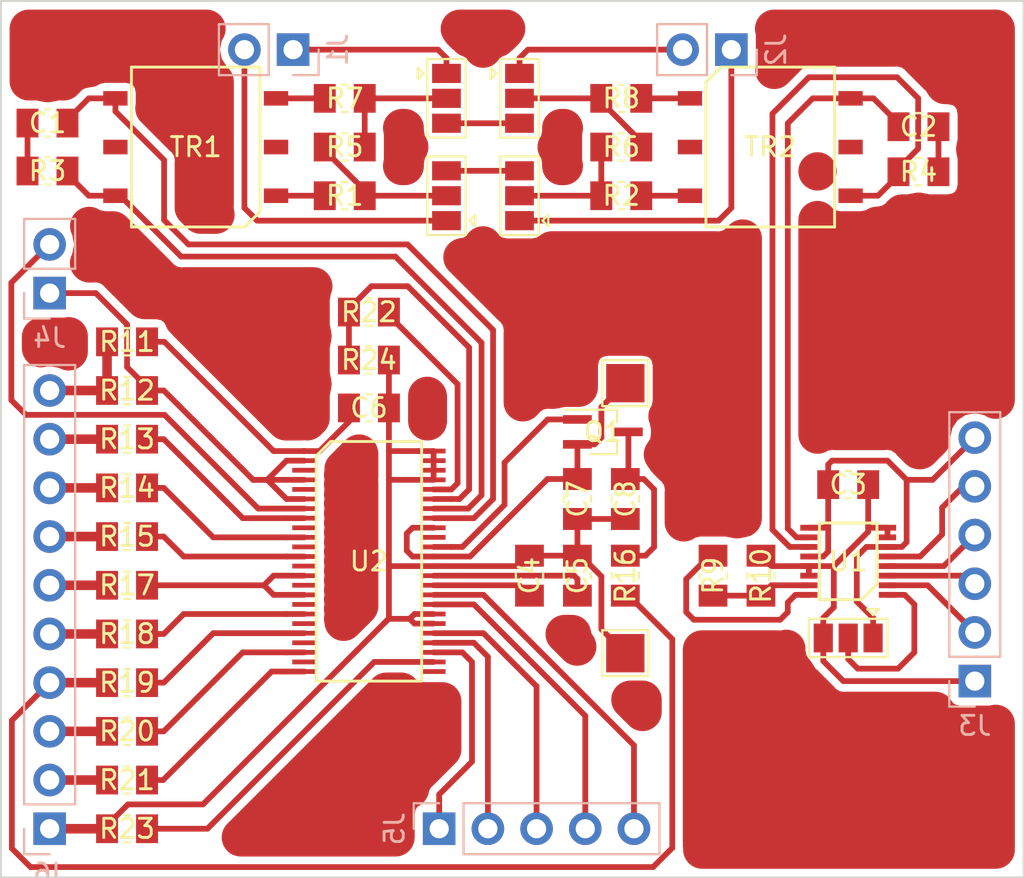
<source format=kicad_pcb>
(kicad_pcb (version 20171130) (host pcbnew "(5.0.0-rc2-dev-107-g49486b83b)")

  (general
    (thickness 1.6)
    (drawings 25)
    (tracks 325)
    (zones 0)
    (modules 50)
    (nets 76)
  )

  (page A4)
  (title_block
    (title "LTC6811 Test Circuit")
    (date 2018-03-06)
    (rev "REV 1")
    (company "E-agle TRT")
  )

  (layers
    (0 F.Cu signal)
    (31 B.Cu signal hide)
    (37 F.SilkS user hide)
    (44 Edge.Cuts user)
    (49 F.Fab user)
  )

  (setup
    (last_trace_width 0.3)
    (trace_clearance 0.15)
    (zone_clearance 0.4)
    (zone_45_only no)
    (trace_min 0.25)
    (segment_width 0.1)
    (edge_width 0.1)
    (via_size 0.8)
    (via_drill 0.6)
    (via_min_size 0.6)
    (via_min_drill 0.3)
    (uvia_size 0.6)
    (uvia_drill 0.1)
    (uvias_allowed no)
    (uvia_min_size 0.6)
    (uvia_min_drill 0.1)
    (pcb_text_width 0.3)
    (pcb_text_size 1.5 1.5)
    (mod_edge_width 0.15)
    (mod_text_size 1 1)
    (mod_text_width 0.15)
    (pad_size 2 2)
    (pad_drill 0)
    (pad_to_mask_clearance 0)
    (aux_axis_origin 0 0)
    (grid_origin 144.38 93.98)
    (visible_elements 7FFFFF7F)
    (pcbplotparams
      (layerselection 0x00020_7ffffffe)
      (usegerberextensions false)
      (usegerberattributes false)
      (usegerberadvancedattributes false)
      (creategerberjobfile false)
      (excludeedgelayer true)
      (linewidth 0.100000)
      (plotframeref false)
      (viasonmask false)
      (mode 1)
      (useauxorigin false)
      (hpglpennumber 1)
      (hpglpenspeed 20)
      (hpglpendiameter 15)
      (psnegative false)
      (psa4output false)
      (plotreference true)
      (plotvalue true)
      (plotinvisibletext false)
      (padsonsilk false)
      (subtractmaskfromsilk false)
      (outputformat 1)
      (mirror false)
      (drillshape 0)
      (scaleselection 1)
      (outputdirectory Gerber/))
  )

  (net 0 "")
  (net 1 "Net-(C1-Pad2)")
  (net 2 /MonitoringIC/IS-)
  (net 3 /IM-)
  (net 4 "Net-(C2-Pad2)")
  (net 5 GND)
  (net 6 VDD)
  (net 7 -BATT)
  (net 8 "Net-(C4-Pad2)")
  (net 9 "Net-(C5-Pad2)")
  (net 10 /MonitoringIC/V+)
  (net 11 /MonitoringIC/VReg)
  (net 12 "Net-(C8-Pad1)")
  (net 13 "Net-(J1-Pad2)")
  (net 14 "Net-(J1-Pad1)")
  (net 15 "Net-(J2-Pad1)")
  (net 16 "Net-(J2-Pad2)")
  (net 17 "Net-(J4-Pad1)")
  (net 18 "Net-(J4-Pad2)")
  (net 19 "Net-(J5-Pad1)")
  (net 20 "Net-(J5-Pad2)")
  (net 21 "Net-(J5-Pad3)")
  (net 22 "Net-(J5-Pad4)")
  (net 23 "Net-(J5-Pad5)")
  (net 24 /MonitoringIC/Cell1)
  (net 25 /MonitoringIC/Cell2)
  (net 26 /MonitoringIC/Cell3)
  (net 27 /MonitoringIC/Cell4)
  (net 28 /MonitoringIC/Cell5)
  (net 29 /MonitoringIC/Cell6)
  (net 30 /MonitoringIC/Cell7)
  (net 31 /MonitoringIC/Cell8)
  (net 32 +BATT)
  (net 33 "Net-(JP1-Pad2)")
  (net 34 /IsoSPI+)
  (net 35 "Net-(JP2-Pad2)")
  (net 36 /IsoSPI-)
  (net 37 "Net-(JP3-Pad2)")
  (net 38 "Net-(JP4-Pad2)")
  (net 39 "Net-(JP5-Pad2)")
  (net 40 "Net-(Q1-Pad1)")
  (net 41 "Net-(R1-Pad2)")
  (net 42 "Net-(R2-Pad1)")
  (net 43 /MonitoringIC/IS+)
  (net 44 /IM+)
  (net 45 "Net-(R7-Pad2)")
  (net 46 "Net-(R8-Pad1)")
  (net 47 "Net-(R10-Pad1)")
  (net 48 "Net-(R9-Pad1)")
  (net 49 "Net-(R13-Pad2)")
  (net 50 "Net-(R14-Pad2)")
  (net 51 "Net-(R15-Pad2)")
  (net 52 "Net-(R17-Pad2)")
  (net 53 "Net-(R18-Pad2)")
  (net 54 "Net-(R19-Pad2)")
  (net 55 "Net-(R20-Pad2)")
  (net 56 "Net-(R21-Pad2)")
  (net 57 "Net-(R22-Pad1)")
  (net 58 "Net-(R22-Pad2)")
  (net 59 "Net-(R23-Pad2)")
  (net 60 "Net-(U2-Pad3)")
  (net 61 "Net-(U2-Pad5)")
  (net 62 "Net-(U2-Pad9)")
  (net 63 "Net-(U2-Pad39)")
  (net 64 "Net-(U2-Pad11)")
  (net 65 "Net-(U2-Pad13)")
  (net 66 "Net-(U2-Pad15)")
  (net 67 "Net-(U2-Pad17)")
  (net 68 "Net-(U2-Pad19)")
  (net 69 "Net-(U2-Pad21)")
  (net 70 "Net-(U2-Pad23)")
  (net 71 "Net-(U2-Pad25)")
  (net 72 /MOSI)
  (net 73 /MISO)
  (net 74 /SCK)
  (net 75 /CS)

  (net_class Default "Questo è il gruppo di collegamenti predefinito"
    (clearance 0.15)
    (trace_width 0.3)
    (via_dia 0.8)
    (via_drill 0.6)
    (uvia_dia 0.6)
    (uvia_drill 0.1)
    (diff_pair_gap 0.4)
    (diff_pair_width 0.4)
    (add_net +BATT)
    (add_net -BATT)
    (add_net /CS)
    (add_net /IM+)
    (add_net /IM-)
    (add_net /IsoSPI+)
    (add_net /IsoSPI-)
    (add_net /MISO)
    (add_net /MOSI)
    (add_net /MonitoringIC/Cell1)
    (add_net /MonitoringIC/Cell2)
    (add_net /MonitoringIC/Cell3)
    (add_net /MonitoringIC/Cell4)
    (add_net /MonitoringIC/Cell5)
    (add_net /MonitoringIC/Cell6)
    (add_net /MonitoringIC/Cell7)
    (add_net /MonitoringIC/Cell8)
    (add_net /MonitoringIC/IS+)
    (add_net /MonitoringIC/IS-)
    (add_net /MonitoringIC/V+)
    (add_net /MonitoringIC/VReg)
    (add_net /SCK)
    (add_net GND)
    (add_net "Net-(C1-Pad2)")
    (add_net "Net-(C2-Pad2)")
    (add_net "Net-(C4-Pad2)")
    (add_net "Net-(C5-Pad2)")
    (add_net "Net-(C8-Pad1)")
    (add_net "Net-(J1-Pad1)")
    (add_net "Net-(J1-Pad2)")
    (add_net "Net-(J2-Pad1)")
    (add_net "Net-(J2-Pad2)")
    (add_net "Net-(J4-Pad1)")
    (add_net "Net-(J4-Pad2)")
    (add_net "Net-(J5-Pad1)")
    (add_net "Net-(J5-Pad2)")
    (add_net "Net-(J5-Pad3)")
    (add_net "Net-(J5-Pad4)")
    (add_net "Net-(J5-Pad5)")
    (add_net "Net-(JP1-Pad2)")
    (add_net "Net-(JP2-Pad2)")
    (add_net "Net-(JP3-Pad2)")
    (add_net "Net-(JP4-Pad2)")
    (add_net "Net-(JP5-Pad2)")
    (add_net "Net-(Q1-Pad1)")
    (add_net "Net-(R1-Pad2)")
    (add_net "Net-(R10-Pad1)")
    (add_net "Net-(R13-Pad2)")
    (add_net "Net-(R14-Pad2)")
    (add_net "Net-(R15-Pad2)")
    (add_net "Net-(R17-Pad2)")
    (add_net "Net-(R18-Pad2)")
    (add_net "Net-(R19-Pad2)")
    (add_net "Net-(R2-Pad1)")
    (add_net "Net-(R20-Pad2)")
    (add_net "Net-(R21-Pad2)")
    (add_net "Net-(R22-Pad1)")
    (add_net "Net-(R22-Pad2)")
    (add_net "Net-(R23-Pad2)")
    (add_net "Net-(R7-Pad2)")
    (add_net "Net-(R8-Pad1)")
    (add_net "Net-(R9-Pad1)")
    (add_net "Net-(U2-Pad11)")
    (add_net "Net-(U2-Pad13)")
    (add_net "Net-(U2-Pad15)")
    (add_net "Net-(U2-Pad17)")
    (add_net "Net-(U2-Pad19)")
    (add_net "Net-(U2-Pad21)")
    (add_net "Net-(U2-Pad23)")
    (add_net "Net-(U2-Pad25)")
    (add_net "Net-(U2-Pad3)")
    (add_net "Net-(U2-Pad39)")
    (add_net "Net-(U2-Pad5)")
    (add_net "Net-(U2-Pad9)")
    (add_net VDD)
  )

  (module LinearBMS:HM2101NL (layer F.Cu) (tedit 5A9F0053) (tstamp 5AB216FA)
    (at 140.315 72.37 270)
    (path /5A64F6F1)
    (attr smd)
    (fp_text reference TR2 (at 0 0) (layer F.SilkS)
      (effects (font (size 1 1) (thickness 0.15)))
    )
    (fp_text value HM2101NL (at 0 0 270) (layer F.Fab)
      (effects (font (size 1 1) (thickness 0.15)))
    )
    (fp_line (start -4.3 3.5) (end -4.3 -3.5) (layer F.CrtYd) (width 0.05))
    (fp_line (start 4.3 3.5) (end -4.3 3.5) (layer F.CrtYd) (width 0.05))
    (fp_line (start 4.3 -3.5) (end 4.3 3.5) (layer F.CrtYd) (width 0.05))
    (fp_line (start -4.3 -3.5) (end 4.3 -3.5) (layer F.CrtYd) (width 0.05))
    (fp_line (start 4.17 3.355) (end -3.37 3.355) (layer F.SilkS) (width 0.15))
    (fp_line (start 4.17 -3.355) (end 4.17 3.355) (layer F.SilkS) (width 0.15))
    (fp_line (start -4.17 -3.355) (end 4.17 -3.355) (layer F.SilkS) (width 0.15))
    (fp_line (start -4.17 2.555) (end -4.17 -3.355) (layer F.SilkS) (width 0.15))
    (fp_line (start -3.37 3.355) (end -4.17 2.555) (layer F.SilkS) (width 0.15))
    (pad 3 smd rect (at 2.54 4.19 270) (size 0.76 1.27) (layers F.Cu)
      (net 42 "Net-(R2-Pad1)"))
    (pad 4 smd rect (at 2.54 -4.19 270) (size 0.76 1.27) (layers F.Cu)
      (net 44 /IM+))
    (pad 2 smd rect (at 0 4.19 270) (size 0.76 1.27) (layers F.Cu))
    (pad 5 smd rect (at 0 -4.19 270) (size 0.76 1.27) (layers F.Cu))
    (pad 1 smd rect (at -2.54 4.19 270) (size 0.76 1.27) (layers F.Cu)
      (net 46 "Net-(R8-Pad1)"))
    (pad 6 smd rect (at -2.54 -4.19 270) (size 0.76 1.27) (layers F.Cu)
      (net 3 /IM-))
    (model "C:/Program Files/KiCad/share/kicad/modules/packages3D/Package_SO.3dshapes/MFSOP6-4_4.4x3.6mm_P1.27mm.step"
      (at (xyz 0 0 0))
      (scale (xyz 1.3 2 1))
      (rotate (xyz 0 0 -90))
    )
  )

  (module LinearBMS:HM2101NL (layer F.Cu) (tedit 5A9F0018) (tstamp 5AB228E7)
    (at 110.345 72.37 90)
    (path /5A64B442)
    (attr smd)
    (fp_text reference TR1 (at 0 0) (layer F.SilkS)
      (effects (font (size 1 1) (thickness 0.15)))
    )
    (fp_text value HM2101NL (at 0 0 90) (layer F.Fab)
      (effects (font (size 1 1) (thickness 0.15)))
    )
    (fp_line (start -3.37 3.355) (end -4.17 2.555) (layer F.SilkS) (width 0.15))
    (fp_line (start -4.17 2.555) (end -4.17 -3.355) (layer F.SilkS) (width 0.15))
    (fp_line (start -4.17 -3.355) (end 4.17 -3.355) (layer F.SilkS) (width 0.15))
    (fp_line (start 4.17 -3.355) (end 4.17 3.355) (layer F.SilkS) (width 0.15))
    (fp_line (start 4.17 3.355) (end -3.37 3.355) (layer F.SilkS) (width 0.15))
    (fp_line (start -4.3 -3.5) (end 4.3 -3.5) (layer F.CrtYd) (width 0.05))
    (fp_line (start 4.3 -3.5) (end 4.3 3.5) (layer F.CrtYd) (width 0.05))
    (fp_line (start 4.3 3.5) (end -4.3 3.5) (layer F.CrtYd) (width 0.05))
    (fp_line (start -4.3 3.5) (end -4.3 -3.5) (layer F.CrtYd) (width 0.05))
    (pad 6 smd rect (at -2.54 -4.19 90) (size 0.76 1.27) (layers F.Cu)
      (net 43 /MonitoringIC/IS+))
    (pad 1 smd rect (at -2.54 4.19 90) (size 0.76 1.27) (layers F.Cu)
      (net 41 "Net-(R1-Pad2)"))
    (pad 5 smd rect (at 0 -4.19 90) (size 0.76 1.27) (layers F.Cu))
    (pad 2 smd rect (at 0 4.19 90) (size 0.76 1.27) (layers F.Cu))
    (pad 4 smd rect (at 2.54 -4.19 90) (size 0.76 1.27) (layers F.Cu)
      (net 2 /MonitoringIC/IS-))
    (pad 3 smd rect (at 2.54 4.19 90) (size 0.76 1.27) (layers F.Cu)
      (net 45 "Net-(R7-Pad2)"))
    (model "C:/Program Files/KiCad/share/kicad/modules/packages3D/Package_SO.3dshapes/MFSOP6-4_4.4x3.6mm_P1.27mm.step"
      (at (xyz 0 0 0))
      (scale (xyz 1.3 2 1))
      (rotate (xyz 0 0 -90))
    )
  )

  (module Connector_PinHeader_2.54mm:PinHeader_1x02_P2.54mm_Vertical (layer B.Cu) (tedit 59FED5CC) (tstamp 5A9D5106)
    (at 115.425 67.29 90)
    (descr "Through hole straight pin header, 1x02, 2.54mm pitch, single row")
    (tags "Through hole pin header THT 1x02 2.54mm single row")
    (path /5A7D4B31)
    (fp_text reference J1 (at 0 2.33 90) (layer B.SilkS)
      (effects (font (size 1 1) (thickness 0.15)) (justify mirror))
    )
    (fp_text value IsoSPI_B_Conn (at 0 -4.87 90) (layer B.Fab)
      (effects (font (size 1 1) (thickness 0.15)) (justify mirror))
    )
    (fp_text user %R (at 0 -1.27) (layer B.Fab)
      (effects (font (size 1 1) (thickness 0.15)) (justify mirror))
    )
    (fp_line (start 1.8 1.8) (end -1.8 1.8) (layer B.CrtYd) (width 0.05))
    (fp_line (start 1.8 -4.35) (end 1.8 1.8) (layer B.CrtYd) (width 0.05))
    (fp_line (start -1.8 -4.35) (end 1.8 -4.35) (layer B.CrtYd) (width 0.05))
    (fp_line (start -1.8 1.8) (end -1.8 -4.35) (layer B.CrtYd) (width 0.05))
    (fp_line (start -1.33 1.33) (end 0 1.33) (layer B.SilkS) (width 0.12))
    (fp_line (start -1.33 0) (end -1.33 1.33) (layer B.SilkS) (width 0.12))
    (fp_line (start -1.33 -1.27) (end 1.33 -1.27) (layer B.SilkS) (width 0.12))
    (fp_line (start 1.33 -1.27) (end 1.33 -3.87) (layer B.SilkS) (width 0.12))
    (fp_line (start -1.33 -1.27) (end -1.33 -3.87) (layer B.SilkS) (width 0.12))
    (fp_line (start -1.33 -3.87) (end 1.33 -3.87) (layer B.SilkS) (width 0.12))
    (fp_line (start -1.27 0.635) (end -0.635 1.27) (layer B.Fab) (width 0.1))
    (fp_line (start -1.27 -3.81) (end -1.27 0.635) (layer B.Fab) (width 0.1))
    (fp_line (start 1.27 -3.81) (end -1.27 -3.81) (layer B.Fab) (width 0.1))
    (fp_line (start 1.27 1.27) (end 1.27 -3.81) (layer B.Fab) (width 0.1))
    (fp_line (start -0.635 1.27) (end 1.27 1.27) (layer B.Fab) (width 0.1))
    (pad 2 thru_hole oval (at 0 -2.54 90) (size 1.7 1.7) (drill 1) (layers *.Cu *.Mask)
      (net 13 "Net-(J1-Pad2)"))
    (pad 1 thru_hole rect (at 0 0 90) (size 1.7 1.7) (drill 1) (layers *.Cu *.Mask)
      (net 14 "Net-(J1-Pad1)"))
    (model ${KISYS3DMOD}/Connector_PinHeader_2.54mm.3dshapes/PinHeader_1x02_P2.54mm_Vertical.wrl
      (at (xyz 0 0 0))
      (scale (xyz 1 1 1))
      (rotate (xyz 0 0 0))
    )
  )

  (module Capacitor_SMD:C_0805_2012Metric_Pad1.15x1.50mm_HandSolder (layer F.Cu) (tedit 5A9F03EA) (tstamp 5AB2143A)
    (at 132.755 90.73 270)
    (descr "Capacitor SMD 0805 (2012 Metric), square (rectangular) end terminal, IPC_7351 nominal with elongated pad for handsoldering. (Body size source: http://www.tortai-tech.com/upload/download/2011102023233369053.pdf), generated with kicad-footprint-generator")
    (tags "capacitor handsolder")
    (path /5A7B44CF/5A7C1191)
    (attr smd)
    (fp_text reference C8 (at 0 0 270) (layer F.SilkS)
      (effects (font (size 1 1) (thickness 0.15)))
    )
    (fp_text value 100n (at 0 -2 270) (layer F.Fab)
      (effects (font (size 1 1) (thickness 0.15)))
    )
    (fp_line (start -1 0.6) (end -1 -0.6) (layer F.Fab) (width 0.1))
    (fp_line (start -1 -0.6) (end 1 -0.6) (layer F.Fab) (width 0.1))
    (fp_line (start 1 -0.6) (end 1 0.6) (layer F.Fab) (width 0.1))
    (fp_line (start 1 0.6) (end -1 0.6) (layer F.Fab) (width 0.1))
    (fp_line (start -0.15 -0.71) (end 0.15 -0.71) (layer F.SilkS) (width 0.12))
    (fp_line (start -0.15 0.71) (end 0.15 0.71) (layer F.SilkS) (width 0.12))
    (fp_line (start -1.86 1) (end -1.86 -1) (layer F.CrtYd) (width 0.05))
    (fp_line (start -1.86 -1) (end 1.86 -1) (layer F.CrtYd) (width 0.05))
    (fp_line (start 1.86 -1) (end 1.86 1) (layer F.CrtYd) (width 0.05))
    (fp_line (start 1.86 1) (end -1.86 1) (layer F.CrtYd) (width 0.05))
    (fp_text user %R (at 0 0 270) (layer F.Fab)
      (effects (font (size 0.5 0.5) (thickness 0.08)))
    )
    (pad 1 smd rect (at -1.0425 0 270) (size 1.145 1.5) (layers F.Cu)
      (net 12 "Net-(C8-Pad1)"))
    (pad 2 smd rect (at 1.0425 0 270) (size 1.145 1.5) (layers F.Cu)
      (net 7 -BATT))
    (model ${KISYS3DMOD}/Capacitor_SMD.3dshapes/C_0805_2012Metric.wrl
      (at (xyz 0 0 0))
      (scale (xyz 1 1 1))
      (rotate (xyz 0 0 0))
    )
  )

  (module LinearBMS:SSOP-48 (layer F.Cu) (tedit 5A9F0000) (tstamp 5AB21ED0)
    (at 119.38 93.98 270)
    (path /5A7B44CF/5A7B4554)
    (attr smd)
    (fp_text reference U2 (at 0 0) (layer F.SilkS)
      (effects (font (size 1 1) (thickness 0.15)))
    )
    (fp_text value LTC6811-2 (at 0 0 270) (layer F.Fab)
      (effects (font (size 1 1) (thickness 0.15)))
    )
    (fp_line (start -5.5 2.75) (end -6.25 2) (layer F.SilkS) (width 0.15))
    (fp_line (start -6.25 2) (end -6.25 -2.75) (layer F.SilkS) (width 0.15))
    (fp_line (start -6.25 -2.75) (end 6.25 -2.75) (layer F.SilkS) (width 0.15))
    (fp_line (start 6.25 -2.75) (end 6.25 2.75) (layer F.SilkS) (width 0.15))
    (fp_line (start 6.25 2.75) (end -5.5 2.75) (layer F.SilkS) (width 0.15))
    (fp_line (start -6.5 -3) (end 6.5 -3) (layer F.CrtYd) (width 0.05))
    (fp_line (start 6.5 -3) (end 6.5 3) (layer F.CrtYd) (width 0.05))
    (fp_line (start 6.5 3) (end -6.5 3) (layer F.CrtYd) (width 0.05))
    (fp_line (start -6.5 3) (end -6.5 -3) (layer F.CrtYd) (width 0.05))
    (pad 48 smd rect (at -5.75 -3.375 270) (size 0.25 1.25) (layers F.Cu)
      (net 7 -BATT))
    (pad 1 smd rect (at -5.75 3.375 270) (size 0.25 1.25) (layers F.Cu)
      (net 10 /MonitoringIC/V+))
    (pad 47 smd rect (at -5.25 -3.375 270) (size 0.25 1.25) (layers F.Cu)
      (net 7 -BATT))
    (pad 2 smd rect (at -5.25 3.375 270) (size 0.25 1.25) (layers F.Cu)
      (net 17 "Net-(J4-Pad1)"))
    (pad 46 smd rect (at -4.75 -3.375 270) (size 0.25 1.25) (layers F.Cu)
      (net 7 -BATT))
    (pad 3 smd rect (at -4.75 3.375 270) (size 0.25 1.25) (layers F.Cu)
      (net 60 "Net-(U2-Pad3)"))
    (pad 45 smd rect (at -4.25 -3.375 270) (size 0.25 1.25) (layers F.Cu)
      (net 7 -BATT))
    (pad 4 smd rect (at -4.25 3.375 270) (size 0.25 1.25) (layers F.Cu)
      (net 17 "Net-(J4-Pad1)"))
    (pad 44 smd rect (at -3.75 -3.375 270) (size 0.25 1.25) (layers F.Cu)
      (net 57 "Net-(R22-Pad1)"))
    (pad 5 smd rect (at -3.75 3.375 270) (size 0.25 1.25) (layers F.Cu)
      (net 61 "Net-(U2-Pad5)"))
    (pad 43 smd rect (at -3.25 -3.375 270) (size 0.25 1.25) (layers F.Cu)
      (net 58 "Net-(R22-Pad2)"))
    (pad 6 smd rect (at -3.25 3.375 270) (size 0.25 1.25) (layers F.Cu)
      (net 17 "Net-(J4-Pad1)"))
    (pad 42 smd rect (at -2.75 -3.375 270) (size 0.25 1.25) (layers F.Cu)
      (net 43 /MonitoringIC/IS+))
    (pad 7 smd rect (at -2.75 3.375 270) (size 0.25 1.25) (layers F.Cu)
      (net 18 "Net-(J4-Pad2)"))
    (pad 41 smd rect (at -2.25 -3.375 270) (size 0.25 1.25) (layers F.Cu)
      (net 2 /MonitoringIC/IS-))
    (pad 8 smd rect (at -2.25 3.375 270) (size 0.25 1.25) (layers F.Cu)
      (net 49 "Net-(R13-Pad2)"))
    (pad 40 smd rect (at -1.75 -3.375 270) (size 0.25 1.25) (layers F.Cu)
      (net 11 /MonitoringIC/VReg))
    (pad 9 smd rect (at -1.75 3.375 270) (size 0.25 1.25) (layers F.Cu)
      (net 62 "Net-(U2-Pad9)"))
    (pad 39 smd rect (at -1.25 -3.375 270) (size 0.25 1.25) (layers F.Cu)
      (net 63 "Net-(U2-Pad39)"))
    (pad 10 smd rect (at -1.25 3.375 270) (size 0.25 1.25) (layers F.Cu)
      (net 50 "Net-(R14-Pad2)"))
    (pad 38 smd rect (at -0.75 -3.375 270) (size 0.25 1.25) (layers F.Cu)
      (net 40 "Net-(Q1-Pad1)"))
    (pad 11 smd rect (at -0.75 3.375 270) (size 0.25 1.25) (layers F.Cu)
      (net 64 "Net-(U2-Pad11)"))
    (pad 37 smd rect (at -0.25 -3.375 270) (size 0.25 1.25) (layers F.Cu)
      (net 11 /MonitoringIC/VReg))
    (pad 12 smd rect (at -0.25 3.375 270) (size 0.25 1.25) (layers F.Cu)
      (net 51 "Net-(R15-Pad2)"))
    (pad 36 smd rect (at 0.25 -3.375 270) (size 0.25 1.25) (layers F.Cu)
      (net 7 -BATT))
    (pad 13 smd rect (at 0.25 3.375 270) (size 0.25 1.25) (layers F.Cu)
      (net 65 "Net-(U2-Pad13)"))
    (pad 35 smd rect (at 0.75 -3.375 270) (size 0.25 1.25) (layers F.Cu)
      (net 9 "Net-(C5-Pad2)"))
    (pad 14 smd rect (at 0.75 3.375 270) (size 0.25 1.25) (layers F.Cu)
      (net 52 "Net-(R17-Pad2)"))
    (pad 34 smd rect (at 1.25 -3.375 270) (size 0.25 1.25) (layers F.Cu)
      (net 8 "Net-(C4-Pad2)"))
    (pad 15 smd rect (at 1.25 3.375 270) (size 0.25 1.25) (layers F.Cu)
      (net 66 "Net-(U2-Pad15)"))
    (pad 33 smd rect (at 1.75 -3.375 270) (size 0.25 1.25) (layers F.Cu)
      (net 23 "Net-(J5-Pad5)"))
    (pad 16 smd rect (at 1.75 3.375 270) (size 0.25 1.25) (layers F.Cu)
      (net 52 "Net-(R17-Pad2)"))
    (pad 32 smd rect (at 2.25 -3.375 270) (size 0.25 1.25) (layers F.Cu)
      (net 22 "Net-(J5-Pad4)"))
    (pad 17 smd rect (at 2.25 3.375 270) (size 0.25 1.25) (layers F.Cu)
      (net 67 "Net-(U2-Pad17)"))
    (pad 31 smd rect (at 2.75 -3.375 270) (size 0.25 1.25) (layers F.Cu)
      (net 7 -BATT))
    (pad 18 smd rect (at 2.75 3.375 270) (size 0.25 1.25) (layers F.Cu)
      (net 53 "Net-(R18-Pad2)"))
    (pad 30 smd rect (at 3.25 -3.375 270) (size 0.25 1.25) (layers F.Cu)
      (net 7 -BATT))
    (pad 19 smd rect (at 3.25 3.375 270) (size 0.25 1.25) (layers F.Cu)
      (net 68 "Net-(U2-Pad19)"))
    (pad 29 smd rect (at 3.75 -3.375 270) (size 0.25 1.25) (layers F.Cu)
      (net 21 "Net-(J5-Pad3)"))
    (pad 20 smd rect (at 3.75 3.375 270) (size 0.25 1.25) (layers F.Cu)
      (net 54 "Net-(R19-Pad2)"))
    (pad 28 smd rect (at 4.25 -3.375 270) (size 0.25 1.25) (layers F.Cu)
      (net 20 "Net-(J5-Pad2)"))
    (pad 21 smd rect (at 4.25 3.375 270) (size 0.25 1.25) (layers F.Cu)
      (net 69 "Net-(U2-Pad21)"))
    (pad 27 smd rect (at 4.75 -3.375 270) (size 0.25 1.25) (layers F.Cu)
      (net 19 "Net-(J5-Pad1)"))
    (pad 22 smd rect (at 4.75 3.375 270) (size 0.25 1.25) (layers F.Cu)
      (net 55 "Net-(R20-Pad2)"))
    (pad 26 smd rect (at 5.25 -3.375 270) (size 0.25 1.25) (layers F.Cu)
      (net 59 "Net-(R23-Pad2)"))
    (pad 23 smd rect (at 5.25 3.375 270) (size 0.25 1.25) (layers F.Cu)
      (net 70 "Net-(U2-Pad23)"))
    (pad 25 smd rect (at 5.75 -3.375 270) (size 0.25 1.25) (layers F.Cu)
      (net 71 "Net-(U2-Pad25)"))
    (pad 24 smd rect (at 5.75 3.375 270) (size 0.25 1.25) (layers F.Cu)
      (net 56 "Net-(R21-Pad2)"))
    (model "C:/Program Files/KiCad/share/kicad/modules/packages3D/Package_SO.3dshapes/SSOP-48_7.5x15.9mm_P0.635mm.wrl"
      (at (xyz 0 0 0))
      (scale (xyz 0.7 0.7875 0.4))
      (rotate (xyz 0 0 -90))
    )
  )

  (module Resistor_SMD:R_0805_2012Metric_Pad1.15x1.50mm_HandSolder (layer F.Cu) (tedit 5A9F01B5) (tstamp 5AB2167F)
    (at 106.7625 100.31)
    (descr "Resistor SMD 0805 (2012 Metric), square (rectangular) end terminal, IPC_7351 nominal with elongated pad for handsoldering. (Body size source: http://www.tortai-tech.com/upload/download/2011102023233369053.pdf), generated with kicad-footprint-generator")
    (tags "resistor handsolder")
    (path /5A7B44CF/5A7D4F17)
    (attr smd)
    (fp_text reference R19 (at 0 0) (layer F.SilkS)
      (effects (font (size 1 1) (thickness 0.15)))
    )
    (fp_text value 330 (at 3 0) (layer F.Fab)
      (effects (font (size 1 1) (thickness 0.15)))
    )
    (fp_text user %R (at 0 0) (layer F.Fab)
      (effects (font (size 0.5 0.5) (thickness 0.08)))
    )
    (fp_line (start 1.86 1) (end -1.86 1) (layer F.CrtYd) (width 0.05))
    (fp_line (start 1.86 -1) (end 1.86 1) (layer F.CrtYd) (width 0.05))
    (fp_line (start -1.86 -1) (end 1.86 -1) (layer F.CrtYd) (width 0.05))
    (fp_line (start -1.86 1) (end -1.86 -1) (layer F.CrtYd) (width 0.05))
    (fp_line (start -0.15 0.71) (end 0.15 0.71) (layer F.SilkS) (width 0.12))
    (fp_line (start -0.15 -0.71) (end 0.15 -0.71) (layer F.SilkS) (width 0.12))
    (fp_line (start 1 0.6) (end -1 0.6) (layer F.Fab) (width 0.1))
    (fp_line (start 1 -0.6) (end 1 0.6) (layer F.Fab) (width 0.1))
    (fp_line (start -1 -0.6) (end 1 -0.6) (layer F.Fab) (width 0.1))
    (fp_line (start -1 0.6) (end -1 -0.6) (layer F.Fab) (width 0.1))
    (pad 2 smd rect (at 1.0425 0) (size 1.145 1.5) (layers F.Cu)
      (net 54 "Net-(R19-Pad2)"))
    (pad 1 smd rect (at -1.0425 0) (size 1.145 1.5) (layers F.Cu)
      (net 26 /MonitoringIC/Cell3))
    (model ${KISYS3DMOD}/Resistor_SMD.3dshapes/R_0805_2012Metric.wrl
      (at (xyz 0 0 0))
      (scale (xyz 1 1 1))
      (rotate (xyz 0 0 0))
    )
  )

  (module Capacitor_SMD:C_0805_2012Metric_Pad1.15x1.50mm_HandSolder (layer F.Cu) (tedit 5A9F0160) (tstamp 5AB213C3)
    (at 102.6125 71.12 180)
    (descr "Capacitor SMD 0805 (2012 Metric), square (rectangular) end terminal, IPC_7351 nominal with elongated pad for handsoldering. (Body size source: http://www.tortai-tech.com/upload/download/2011102023233369053.pdf), generated with kicad-footprint-generator")
    (tags "capacitor handsolder")
    (path /5A64B5D4)
    (attr smd)
    (fp_text reference C1 (at 0 0 180) (layer F.SilkS)
      (effects (font (size 1 1) (thickness 0.15)))
    )
    (fp_text value 15p (at 0 2 180) (layer F.Fab)
      (effects (font (size 1 1) (thickness 0.15)))
    )
    (fp_text user %R (at 0 0 180) (layer F.Fab)
      (effects (font (size 0.5 0.5) (thickness 0.08)))
    )
    (fp_line (start 1.86 1) (end -1.86 1) (layer F.CrtYd) (width 0.05))
    (fp_line (start 1.86 -1) (end 1.86 1) (layer F.CrtYd) (width 0.05))
    (fp_line (start -1.86 -1) (end 1.86 -1) (layer F.CrtYd) (width 0.05))
    (fp_line (start -1.86 1) (end -1.86 -1) (layer F.CrtYd) (width 0.05))
    (fp_line (start -0.15 0.71) (end 0.15 0.71) (layer F.SilkS) (width 0.12))
    (fp_line (start -0.15 -0.71) (end 0.15 -0.71) (layer F.SilkS) (width 0.12))
    (fp_line (start 1 0.6) (end -1 0.6) (layer F.Fab) (width 0.1))
    (fp_line (start 1 -0.6) (end 1 0.6) (layer F.Fab) (width 0.1))
    (fp_line (start -1 -0.6) (end 1 -0.6) (layer F.Fab) (width 0.1))
    (fp_line (start -1 0.6) (end -1 -0.6) (layer F.Fab) (width 0.1))
    (pad 2 smd rect (at 1.0425 0 180) (size 1.145 1.5) (layers F.Cu)
      (net 1 "Net-(C1-Pad2)"))
    (pad 1 smd rect (at -1.0425 0 180) (size 1.145 1.5) (layers F.Cu)
      (net 2 /MonitoringIC/IS-))
    (model ${KISYS3DMOD}/Capacitor_SMD.3dshapes/C_0805_2012Metric.wrl
      (at (xyz 0 0 0))
      (scale (xyz 1 1 1))
      (rotate (xyz 0 0 0))
    )
  )

  (module Capacitor_SMD:C_0805_2012Metric_Pad1.15x1.50mm_HandSolder (layer F.Cu) (tedit 5A9F0317) (tstamp 5AB213D4)
    (at 148.0475 71.3105)
    (descr "Capacitor SMD 0805 (2012 Metric), square (rectangular) end terminal, IPC_7351 nominal with elongated pad for handsoldering. (Body size source: http://www.tortai-tech.com/upload/download/2011102023233369053.pdf), generated with kicad-footprint-generator")
    (tags "capacitor handsolder")
    (path /5A650BD1)
    (attr smd)
    (fp_text reference C2 (at 0 0) (layer F.SilkS)
      (effects (font (size 1 1) (thickness 0.15)))
    )
    (fp_text value 15p (at 0 -2) (layer F.Fab)
      (effects (font (size 1 1) (thickness 0.15)))
    )
    (fp_line (start -1 0.6) (end -1 -0.6) (layer F.Fab) (width 0.1))
    (fp_line (start -1 -0.6) (end 1 -0.6) (layer F.Fab) (width 0.1))
    (fp_line (start 1 -0.6) (end 1 0.6) (layer F.Fab) (width 0.1))
    (fp_line (start 1 0.6) (end -1 0.6) (layer F.Fab) (width 0.1))
    (fp_line (start -0.15 -0.71) (end 0.15 -0.71) (layer F.SilkS) (width 0.12))
    (fp_line (start -0.15 0.71) (end 0.15 0.71) (layer F.SilkS) (width 0.12))
    (fp_line (start -1.86 1) (end -1.86 -1) (layer F.CrtYd) (width 0.05))
    (fp_line (start -1.86 -1) (end 1.86 -1) (layer F.CrtYd) (width 0.05))
    (fp_line (start 1.86 -1) (end 1.86 1) (layer F.CrtYd) (width 0.05))
    (fp_line (start 1.86 1) (end -1.86 1) (layer F.CrtYd) (width 0.05))
    (fp_text user %R (at 0 0) (layer F.Fab)
      (effects (font (size 0.5 0.5) (thickness 0.08)))
    )
    (pad 1 smd rect (at -1.0425 0) (size 1.145 1.5) (layers F.Cu)
      (net 3 /IM-))
    (pad 2 smd rect (at 1.0425 0) (size 1.145 1.5) (layers F.Cu)
      (net 4 "Net-(C2-Pad2)"))
    (model ${KISYS3DMOD}/Capacitor_SMD.3dshapes/C_0805_2012Metric.wrl
      (at (xyz 0 0 0))
      (scale (xyz 1 1 1))
      (rotate (xyz 0 0 0))
    )
  )

  (module Capacitor_SMD:C_0805_2012Metric_Pad1.15x1.50mm_HandSolder (layer F.Cu) (tedit 5A9F0368) (tstamp 5AB2329C)
    (at 144.38 89.98)
    (descr "Capacitor SMD 0805 (2012 Metric), square (rectangular) end terminal, IPC_7351 nominal with elongated pad for handsoldering. (Body size source: http://www.tortai-tech.com/upload/download/2011102023233369053.pdf), generated with kicad-footprint-generator")
    (tags "capacitor handsolder")
    (path /5A7D8475)
    (attr smd)
    (fp_text reference C3 (at 0 0) (layer F.SilkS)
      (effects (font (size 1 1) (thickness 0.15)))
    )
    (fp_text value 100n (at 0 -2) (layer F.Fab)
      (effects (font (size 1 1) (thickness 0.15)))
    )
    (fp_text user %R (at 0 0) (layer F.Fab)
      (effects (font (size 0.5 0.5) (thickness 0.08)))
    )
    (fp_line (start 1.86 1) (end -1.86 1) (layer F.CrtYd) (width 0.05))
    (fp_line (start 1.86 -1) (end 1.86 1) (layer F.CrtYd) (width 0.05))
    (fp_line (start -1.86 -1) (end 1.86 -1) (layer F.CrtYd) (width 0.05))
    (fp_line (start -1.86 1) (end -1.86 -1) (layer F.CrtYd) (width 0.05))
    (fp_line (start -0.15 0.71) (end 0.15 0.71) (layer F.SilkS) (width 0.12))
    (fp_line (start -0.15 -0.71) (end 0.15 -0.71) (layer F.SilkS) (width 0.12))
    (fp_line (start 1 0.6) (end -1 0.6) (layer F.Fab) (width 0.1))
    (fp_line (start 1 -0.6) (end 1 0.6) (layer F.Fab) (width 0.1))
    (fp_line (start -1 -0.6) (end 1 -0.6) (layer F.Fab) (width 0.1))
    (fp_line (start -1 0.6) (end -1 -0.6) (layer F.Fab) (width 0.1))
    (pad 2 smd rect (at 1.0425 0) (size 1.145 1.5) (layers F.Cu)
      (net 5 GND))
    (pad 1 smd rect (at -1.0425 0) (size 1.145 1.5) (layers F.Cu)
      (net 6 VDD))
    (model ${KISYS3DMOD}/Capacitor_SMD.3dshapes/C_0805_2012Metric.wrl
      (at (xyz 0 0 0))
      (scale (xyz 1 1 1))
      (rotate (xyz 0 0 0))
    )
  )

  (module Capacitor_SMD:C_0805_2012Metric_Pad1.15x1.50mm_HandSolder (layer F.Cu) (tedit 5A9F03CB) (tstamp 5AB213F6)
    (at 127.755 94.73 270)
    (descr "Capacitor SMD 0805 (2012 Metric), square (rectangular) end terminal, IPC_7351 nominal with elongated pad for handsoldering. (Body size source: http://www.tortai-tech.com/upload/download/2011102023233369053.pdf), generated with kicad-footprint-generator")
    (tags "capacitor handsolder")
    (path /5A7B44CF/5A7C57EB)
    (attr smd)
    (fp_text reference C4 (at 0 0 270) (layer F.SilkS)
      (effects (font (size 1 1) (thickness 0.15)))
    )
    (fp_text value 1u (at 3 0 270) (layer F.Fab)
      (effects (font (size 1 1) (thickness 0.15)))
    )
    (fp_line (start -1 0.6) (end -1 -0.6) (layer F.Fab) (width 0.1))
    (fp_line (start -1 -0.6) (end 1 -0.6) (layer F.Fab) (width 0.1))
    (fp_line (start 1 -0.6) (end 1 0.6) (layer F.Fab) (width 0.1))
    (fp_line (start 1 0.6) (end -1 0.6) (layer F.Fab) (width 0.1))
    (fp_line (start -0.15 -0.71) (end 0.15 -0.71) (layer F.SilkS) (width 0.12))
    (fp_line (start -0.15 0.71) (end 0.15 0.71) (layer F.SilkS) (width 0.12))
    (fp_line (start -1.86 1) (end -1.86 -1) (layer F.CrtYd) (width 0.05))
    (fp_line (start -1.86 -1) (end 1.86 -1) (layer F.CrtYd) (width 0.05))
    (fp_line (start 1.86 -1) (end 1.86 1) (layer F.CrtYd) (width 0.05))
    (fp_line (start 1.86 1) (end -1.86 1) (layer F.CrtYd) (width 0.05))
    (fp_text user %R (at 0 0 270) (layer F.Fab)
      (effects (font (size 0.5 0.5) (thickness 0.08)))
    )
    (pad 1 smd rect (at -1.0425 0 270) (size 1.145 1.5) (layers F.Cu)
      (net 7 -BATT))
    (pad 2 smd rect (at 1.0425 0 270) (size 1.145 1.5) (layers F.Cu)
      (net 8 "Net-(C4-Pad2)"))
    (model ${KISYS3DMOD}/Capacitor_SMD.3dshapes/C_0805_2012Metric.wrl
      (at (xyz 0 0 0))
      (scale (xyz 1 1 1))
      (rotate (xyz 0 0 0))
    )
  )

  (module Capacitor_SMD:C_0805_2012Metric_Pad1.15x1.50mm_HandSolder (layer F.Cu) (tedit 5A9F03D2) (tstamp 5AB21407)
    (at 130.255 94.73 270)
    (descr "Capacitor SMD 0805 (2012 Metric), square (rectangular) end terminal, IPC_7351 nominal with elongated pad for handsoldering. (Body size source: http://www.tortai-tech.com/upload/download/2011102023233369053.pdf), generated with kicad-footprint-generator")
    (tags "capacitor handsolder")
    (path /5A7B44CF/5A7C38D1)
    (attr smd)
    (fp_text reference C5 (at 0 0 270) (layer F.SilkS)
      (effects (font (size 1 1) (thickness 0.15)))
    )
    (fp_text value 1u (at 3 0 270) (layer F.Fab)
      (effects (font (size 1 1) (thickness 0.15)))
    )
    (fp_text user %R (at 0 0 270) (layer F.Fab)
      (effects (font (size 0.5 0.5) (thickness 0.08)))
    )
    (fp_line (start 1.86 1) (end -1.86 1) (layer F.CrtYd) (width 0.05))
    (fp_line (start 1.86 -1) (end 1.86 1) (layer F.CrtYd) (width 0.05))
    (fp_line (start -1.86 -1) (end 1.86 -1) (layer F.CrtYd) (width 0.05))
    (fp_line (start -1.86 1) (end -1.86 -1) (layer F.CrtYd) (width 0.05))
    (fp_line (start -0.15 0.71) (end 0.15 0.71) (layer F.SilkS) (width 0.12))
    (fp_line (start -0.15 -0.71) (end 0.15 -0.71) (layer F.SilkS) (width 0.12))
    (fp_line (start 1 0.6) (end -1 0.6) (layer F.Fab) (width 0.1))
    (fp_line (start 1 -0.6) (end 1 0.6) (layer F.Fab) (width 0.1))
    (fp_line (start -1 -0.6) (end 1 -0.6) (layer F.Fab) (width 0.1))
    (fp_line (start -1 0.6) (end -1 -0.6) (layer F.Fab) (width 0.1))
    (pad 2 smd rect (at 1.0425 0 270) (size 1.145 1.5) (layers F.Cu)
      (net 9 "Net-(C5-Pad2)"))
    (pad 1 smd rect (at -1.0425 0 270) (size 1.145 1.5) (layers F.Cu)
      (net 7 -BATT))
    (model ${KISYS3DMOD}/Capacitor_SMD.3dshapes/C_0805_2012Metric.wrl
      (at (xyz 0 0 0))
      (scale (xyz 1 1 1))
      (rotate (xyz 0 0 0))
    )
  )

  (module Capacitor_SMD:C_0805_2012Metric_Pad1.15x1.50mm_HandSolder (layer F.Cu) (tedit 5A9F042F) (tstamp 5AB21418)
    (at 119.38 85.979 180)
    (descr "Capacitor SMD 0805 (2012 Metric), square (rectangular) end terminal, IPC_7351 nominal with elongated pad for handsoldering. (Body size source: http://www.tortai-tech.com/upload/download/2011102023233369053.pdf), generated with kicad-footprint-generator")
    (tags "capacitor handsolder")
    (path /5A7B44CF/5A7B8F44)
    (attr smd)
    (fp_text reference C6 (at 0 0 180) (layer F.SilkS)
      (effects (font (size 1 1) (thickness 0.15)))
    )
    (fp_text value 100n (at -3 0 180) (layer F.Fab)
      (effects (font (size 1 1) (thickness 0.15)))
    )
    (fp_line (start -1 0.6) (end -1 -0.6) (layer F.Fab) (width 0.1))
    (fp_line (start -1 -0.6) (end 1 -0.6) (layer F.Fab) (width 0.1))
    (fp_line (start 1 -0.6) (end 1 0.6) (layer F.Fab) (width 0.1))
    (fp_line (start 1 0.6) (end -1 0.6) (layer F.Fab) (width 0.1))
    (fp_line (start -0.15 -0.71) (end 0.15 -0.71) (layer F.SilkS) (width 0.12))
    (fp_line (start -0.15 0.71) (end 0.15 0.71) (layer F.SilkS) (width 0.12))
    (fp_line (start -1.86 1) (end -1.86 -1) (layer F.CrtYd) (width 0.05))
    (fp_line (start -1.86 -1) (end 1.86 -1) (layer F.CrtYd) (width 0.05))
    (fp_line (start 1.86 -1) (end 1.86 1) (layer F.CrtYd) (width 0.05))
    (fp_line (start 1.86 1) (end -1.86 1) (layer F.CrtYd) (width 0.05))
    (fp_text user %R (at 0 0 180) (layer F.Fab)
      (effects (font (size 0.5 0.5) (thickness 0.08)))
    )
    (pad 1 smd rect (at -1.0425 0 180) (size 1.145 1.5) (layers F.Cu)
      (net 7 -BATT))
    (pad 2 smd rect (at 1.0425 0 180) (size 1.145 1.5) (layers F.Cu)
      (net 10 /MonitoringIC/V+))
    (model ${KISYS3DMOD}/Capacitor_SMD.3dshapes/C_0805_2012Metric.wrl
      (at (xyz 0 0 0))
      (scale (xyz 1 1 1))
      (rotate (xyz 0 0 0))
    )
  )

  (module Capacitor_SMD:C_0805_2012Metric_Pad1.15x1.50mm_HandSolder (layer F.Cu) (tedit 5A9F03F0) (tstamp 5AB21429)
    (at 130.255 90.73 90)
    (descr "Capacitor SMD 0805 (2012 Metric), square (rectangular) end terminal, IPC_7351 nominal with elongated pad for handsoldering. (Body size source: http://www.tortai-tech.com/upload/download/2011102023233369053.pdf), generated with kicad-footprint-generator")
    (tags "capacitor handsolder")
    (path /5A7B44CF/5A7BB74F)
    (attr smd)
    (fp_text reference C7 (at 0 0 90) (layer F.SilkS)
      (effects (font (size 1 1) (thickness 0.15)))
    )
    (fp_text value 100n (at 0 -2 90) (layer F.Fab)
      (effects (font (size 1 1) (thickness 0.15)))
    )
    (fp_text user %R (at 0 0 90) (layer F.Fab)
      (effects (font (size 0.5 0.5) (thickness 0.08)))
    )
    (fp_line (start 1.86 1) (end -1.86 1) (layer F.CrtYd) (width 0.05))
    (fp_line (start 1.86 -1) (end 1.86 1) (layer F.CrtYd) (width 0.05))
    (fp_line (start -1.86 -1) (end 1.86 -1) (layer F.CrtYd) (width 0.05))
    (fp_line (start -1.86 1) (end -1.86 -1) (layer F.CrtYd) (width 0.05))
    (fp_line (start -0.15 0.71) (end 0.15 0.71) (layer F.SilkS) (width 0.12))
    (fp_line (start -0.15 -0.71) (end 0.15 -0.71) (layer F.SilkS) (width 0.12))
    (fp_line (start 1 0.6) (end -1 0.6) (layer F.Fab) (width 0.1))
    (fp_line (start 1 -0.6) (end 1 0.6) (layer F.Fab) (width 0.1))
    (fp_line (start -1 -0.6) (end 1 -0.6) (layer F.Fab) (width 0.1))
    (fp_line (start -1 0.6) (end -1 -0.6) (layer F.Fab) (width 0.1))
    (pad 2 smd rect (at 1.0425 0 90) (size 1.145 1.5) (layers F.Cu)
      (net 11 /MonitoringIC/VReg))
    (pad 1 smd rect (at -1.0425 0 90) (size 1.145 1.5) (layers F.Cu)
      (net 7 -BATT))
    (model ${KISYS3DMOD}/Capacitor_SMD.3dshapes/C_0805_2012Metric.wrl
      (at (xyz 0 0 0))
      (scale (xyz 1 1 1))
      (rotate (xyz 0 0 0))
    )
  )

  (module Connector_PinHeader_2.54mm:PinHeader_1x02_P2.54mm_Vertical (layer B.Cu) (tedit 59FED5CC) (tstamp 5AB22E7F)
    (at 138.285 67.29 90)
    (descr "Through hole straight pin header, 1x02, 2.54mm pitch, single row")
    (tags "Through hole pin header THT 1x02 2.54mm single row")
    (path /5A7D940D)
    (fp_text reference J2 (at 0 2.33 90) (layer B.SilkS)
      (effects (font (size 1 1) (thickness 0.15)) (justify mirror))
    )
    (fp_text value IsoSPI_M_Conn (at 0 -4.87 90) (layer B.Fab)
      (effects (font (size 1 1) (thickness 0.15)) (justify mirror))
    )
    (fp_line (start -0.635 1.27) (end 1.27 1.27) (layer B.Fab) (width 0.1))
    (fp_line (start 1.27 1.27) (end 1.27 -3.81) (layer B.Fab) (width 0.1))
    (fp_line (start 1.27 -3.81) (end -1.27 -3.81) (layer B.Fab) (width 0.1))
    (fp_line (start -1.27 -3.81) (end -1.27 0.635) (layer B.Fab) (width 0.1))
    (fp_line (start -1.27 0.635) (end -0.635 1.27) (layer B.Fab) (width 0.1))
    (fp_line (start -1.33 -3.87) (end 1.33 -3.87) (layer B.SilkS) (width 0.12))
    (fp_line (start -1.33 -1.27) (end -1.33 -3.87) (layer B.SilkS) (width 0.12))
    (fp_line (start 1.33 -1.27) (end 1.33 -3.87) (layer B.SilkS) (width 0.12))
    (fp_line (start -1.33 -1.27) (end 1.33 -1.27) (layer B.SilkS) (width 0.12))
    (fp_line (start -1.33 0) (end -1.33 1.33) (layer B.SilkS) (width 0.12))
    (fp_line (start -1.33 1.33) (end 0 1.33) (layer B.SilkS) (width 0.12))
    (fp_line (start -1.8 1.8) (end -1.8 -4.35) (layer B.CrtYd) (width 0.05))
    (fp_line (start -1.8 -4.35) (end 1.8 -4.35) (layer B.CrtYd) (width 0.05))
    (fp_line (start 1.8 -4.35) (end 1.8 1.8) (layer B.CrtYd) (width 0.05))
    (fp_line (start 1.8 1.8) (end -1.8 1.8) (layer B.CrtYd) (width 0.05))
    (fp_text user %R (at 0 -1.27) (layer B.Fab)
      (effects (font (size 1 1) (thickness 0.15)) (justify mirror))
    )
    (pad 1 thru_hole rect (at 0 0 90) (size 1.7 1.7) (drill 1) (layers *.Cu *.Mask)
      (net 15 "Net-(J2-Pad1)"))
    (pad 2 thru_hole oval (at 0 -2.54 90) (size 1.7 1.7) (drill 1) (layers *.Cu *.Mask)
      (net 16 "Net-(J2-Pad2)"))
    (model ${KISYS3DMOD}/Connector_PinHeader_2.54mm.3dshapes/PinHeader_1x02_P2.54mm_Vertical.wrl
      (at (xyz 0 0 0))
      (scale (xyz 1 1 1))
      (rotate (xyz 0 0 0))
    )
  )

  (module Connector_PinHeader_2.54mm:PinHeader_1x06_P2.54mm_Vertical (layer B.Cu) (tedit 59FED5CC) (tstamp 5AB21480)
    (at 150.985 100.23)
    (descr "Through hole straight pin header, 1x06, 2.54mm pitch, single row")
    (tags "Through hole pin header THT 1x06 2.54mm single row")
    (path /5A96B9EC)
    (fp_text reference J3 (at 0 2.33) (layer B.SilkS)
      (effects (font (size 1 1) (thickness 0.15)) (justify mirror))
    )
    (fp_text value Conn_01x06 (at 0 -15.03) (layer B.Fab)
      (effects (font (size 1 1) (thickness 0.15)) (justify mirror))
    )
    (fp_line (start -0.635 1.27) (end 1.27 1.27) (layer B.Fab) (width 0.1))
    (fp_line (start 1.27 1.27) (end 1.27 -13.97) (layer B.Fab) (width 0.1))
    (fp_line (start 1.27 -13.97) (end -1.27 -13.97) (layer B.Fab) (width 0.1))
    (fp_line (start -1.27 -13.97) (end -1.27 0.635) (layer B.Fab) (width 0.1))
    (fp_line (start -1.27 0.635) (end -0.635 1.27) (layer B.Fab) (width 0.1))
    (fp_line (start -1.33 -14.03) (end 1.33 -14.03) (layer B.SilkS) (width 0.12))
    (fp_line (start -1.33 -1.27) (end -1.33 -14.03) (layer B.SilkS) (width 0.12))
    (fp_line (start 1.33 -1.27) (end 1.33 -14.03) (layer B.SilkS) (width 0.12))
    (fp_line (start -1.33 -1.27) (end 1.33 -1.27) (layer B.SilkS) (width 0.12))
    (fp_line (start -1.33 0) (end -1.33 1.33) (layer B.SilkS) (width 0.12))
    (fp_line (start -1.33 1.33) (end 0 1.33) (layer B.SilkS) (width 0.12))
    (fp_line (start -1.8 1.8) (end -1.8 -14.5) (layer B.CrtYd) (width 0.05))
    (fp_line (start -1.8 -14.5) (end 1.8 -14.5) (layer B.CrtYd) (width 0.05))
    (fp_line (start 1.8 -14.5) (end 1.8 1.8) (layer B.CrtYd) (width 0.05))
    (fp_line (start 1.8 1.8) (end -1.8 1.8) (layer B.CrtYd) (width 0.05))
    (fp_text user %R (at 0 -6.35 270) (layer B.Fab)
      (effects (font (size 1 1) (thickness 0.15)) (justify mirror))
    )
    (pad 1 thru_hole rect (at 0 0) (size 1.7 1.7) (drill 1) (layers *.Cu *.Mask)
      (net 5 GND))
    (pad 2 thru_hole oval (at 0 -2.54) (size 1.7 1.7) (drill 1) (layers *.Cu *.Mask)
      (net 72 /MOSI))
    (pad 3 thru_hole oval (at 0 -5.08) (size 1.7 1.7) (drill 1) (layers *.Cu *.Mask)
      (net 73 /MISO))
    (pad 4 thru_hole oval (at 0 -7.62) (size 1.7 1.7) (drill 1) (layers *.Cu *.Mask)
      (net 74 /SCK))
    (pad 5 thru_hole oval (at 0 -10.16) (size 1.7 1.7) (drill 1) (layers *.Cu *.Mask)
      (net 75 /CS))
    (pad 6 thru_hole oval (at 0 -12.7) (size 1.7 1.7) (drill 1) (layers *.Cu *.Mask)
      (net 6 VDD))
    (model ${KISYS3DMOD}/Connector_PinHeader_2.54mm.3dshapes/PinHeader_1x06_P2.54mm_Vertical.wrl
      (at (xyz 0 0 0))
      (scale (xyz 1 1 1))
      (rotate (xyz 0 0 0))
    )
  )

  (module Connector_PinHeader_2.54mm:PinHeader_1x02_P2.54mm_Vertical (layer B.Cu) (tedit 59FED5CC) (tstamp 5A9D3E25)
    (at 102.725 79.99)
    (descr "Through hole straight pin header, 1x02, 2.54mm pitch, single row")
    (tags "Through hole pin header THT 1x02 2.54mm single row")
    (path /5A7B44CF/5AA35CF1)
    (fp_text reference J4 (at 0 2.33) (layer B.SilkS)
      (effects (font (size 1 1) (thickness 0.15)) (justify mirror))
    )
    (fp_text value Temp_Conn (at 0 -4.87) (layer B.Fab)
      (effects (font (size 1 1) (thickness 0.15)) (justify mirror))
    )
    (fp_line (start -0.635 1.27) (end 1.27 1.27) (layer B.Fab) (width 0.1))
    (fp_line (start 1.27 1.27) (end 1.27 -3.81) (layer B.Fab) (width 0.1))
    (fp_line (start 1.27 -3.81) (end -1.27 -3.81) (layer B.Fab) (width 0.1))
    (fp_line (start -1.27 -3.81) (end -1.27 0.635) (layer B.Fab) (width 0.1))
    (fp_line (start -1.27 0.635) (end -0.635 1.27) (layer B.Fab) (width 0.1))
    (fp_line (start -1.33 -3.87) (end 1.33 -3.87) (layer B.SilkS) (width 0.12))
    (fp_line (start -1.33 -1.27) (end -1.33 -3.87) (layer B.SilkS) (width 0.12))
    (fp_line (start 1.33 -1.27) (end 1.33 -3.87) (layer B.SilkS) (width 0.12))
    (fp_line (start -1.33 -1.27) (end 1.33 -1.27) (layer B.SilkS) (width 0.12))
    (fp_line (start -1.33 0) (end -1.33 1.33) (layer B.SilkS) (width 0.12))
    (fp_line (start -1.33 1.33) (end 0 1.33) (layer B.SilkS) (width 0.12))
    (fp_line (start -1.8 1.8) (end -1.8 -4.35) (layer B.CrtYd) (width 0.05))
    (fp_line (start -1.8 -4.35) (end 1.8 -4.35) (layer B.CrtYd) (width 0.05))
    (fp_line (start 1.8 -4.35) (end 1.8 1.8) (layer B.CrtYd) (width 0.05))
    (fp_line (start 1.8 1.8) (end -1.8 1.8) (layer B.CrtYd) (width 0.05))
    (fp_text user %R (at 0 -1.27 -90) (layer B.Fab)
      (effects (font (size 1 1) (thickness 0.15)) (justify mirror))
    )
    (pad 1 thru_hole rect (at 0 0) (size 1.7 1.7) (drill 1) (layers *.Cu *.Mask)
      (net 17 "Net-(J4-Pad1)"))
    (pad 2 thru_hole oval (at 0 -2.54) (size 1.7 1.7) (drill 1) (layers *.Cu *.Mask)
      (net 18 "Net-(J4-Pad2)"))
    (model ${KISYS3DMOD}/Connector_PinHeader_2.54mm.3dshapes/PinHeader_1x02_P2.54mm_Vertical.wrl
      (at (xyz 0 0 0))
      (scale (xyz 1 1 1))
      (rotate (xyz 0 0 0))
    )
  )

  (module Connector_PinHeader_2.54mm:PinHeader_1x05_P2.54mm_Vertical (layer B.Cu) (tedit 59FED5CC) (tstamp 5A9D36D9)
    (at 123.045 107.93 270)
    (descr "Through hole straight pin header, 1x05, 2.54mm pitch, single row")
    (tags "Through hole pin header THT 1x05 2.54mm single row")
    (path /5A7B44CF/5A7B688E)
    (fp_text reference J5 (at 0 2.33 90) (layer B.SilkS)
      (effects (font (size 1 1) (thickness 0.15)) (justify mirror))
    )
    (fp_text value GPIO_Conn (at 0 -12.49 270) (layer B.Fab)
      (effects (font (size 1 1) (thickness 0.15)) (justify mirror))
    )
    (fp_line (start -0.635 1.27) (end 1.27 1.27) (layer B.Fab) (width 0.1))
    (fp_line (start 1.27 1.27) (end 1.27 -11.43) (layer B.Fab) (width 0.1))
    (fp_line (start 1.27 -11.43) (end -1.27 -11.43) (layer B.Fab) (width 0.1))
    (fp_line (start -1.27 -11.43) (end -1.27 0.635) (layer B.Fab) (width 0.1))
    (fp_line (start -1.27 0.635) (end -0.635 1.27) (layer B.Fab) (width 0.1))
    (fp_line (start -1.33 -11.49) (end 1.33 -11.49) (layer B.SilkS) (width 0.12))
    (fp_line (start -1.33 -1.27) (end -1.33 -11.49) (layer B.SilkS) (width 0.12))
    (fp_line (start 1.33 -1.27) (end 1.33 -11.49) (layer B.SilkS) (width 0.12))
    (fp_line (start -1.33 -1.27) (end 1.33 -1.27) (layer B.SilkS) (width 0.12))
    (fp_line (start -1.33 0) (end -1.33 1.33) (layer B.SilkS) (width 0.12))
    (fp_line (start -1.33 1.33) (end 0 1.33) (layer B.SilkS) (width 0.12))
    (fp_line (start -1.8 1.8) (end -1.8 -11.95) (layer B.CrtYd) (width 0.05))
    (fp_line (start -1.8 -11.95) (end 1.8 -11.95) (layer B.CrtYd) (width 0.05))
    (fp_line (start 1.8 -11.95) (end 1.8 1.8) (layer B.CrtYd) (width 0.05))
    (fp_line (start 1.8 1.8) (end -1.8 1.8) (layer B.CrtYd) (width 0.05))
    (fp_text user %R (at 0 -5.08 180) (layer B.Fab)
      (effects (font (size 1 1) (thickness 0.15)) (justify mirror))
    )
    (pad 1 thru_hole rect (at 0 0 270) (size 1.7 1.7) (drill 1) (layers *.Cu *.Mask)
      (net 19 "Net-(J5-Pad1)"))
    (pad 2 thru_hole oval (at 0 -2.54 270) (size 1.7 1.7) (drill 1) (layers *.Cu *.Mask)
      (net 20 "Net-(J5-Pad2)"))
    (pad 3 thru_hole oval (at 0 -5.08 270) (size 1.7 1.7) (drill 1) (layers *.Cu *.Mask)
      (net 21 "Net-(J5-Pad3)"))
    (pad 4 thru_hole oval (at 0 -7.62 270) (size 1.7 1.7) (drill 1) (layers *.Cu *.Mask)
      (net 22 "Net-(J5-Pad4)"))
    (pad 5 thru_hole oval (at 0 -10.16 270) (size 1.7 1.7) (drill 1) (layers *.Cu *.Mask)
      (net 23 "Net-(J5-Pad5)"))
    (model ${KISYS3DMOD}/Connector_PinHeader_2.54mm.3dshapes/PinHeader_1x05_P2.54mm_Vertical.wrl
      (at (xyz 0 0 0))
      (scale (xyz 1 1 1))
      (rotate (xyz 0 0 0))
    )
  )

  (module Connector_PinHeader_2.54mm:PinHeader_1x10_P2.54mm_Vertical (layer B.Cu) (tedit 59FED5CC) (tstamp 5AB214CD)
    (at 102.725 107.93)
    (descr "Through hole straight pin header, 1x10, 2.54mm pitch, single row")
    (tags "Through hole pin header THT 1x10 2.54mm single row")
    (path /5A7B44CF/5AA38179)
    (fp_text reference J6 (at 0 2.33) (layer B.SilkS)
      (effects (font (size 1 1) (thickness 0.15)) (justify mirror))
    )
    (fp_text value Battery_Conn (at 0 -25.19) (layer B.Fab)
      (effects (font (size 1 1) (thickness 0.15)) (justify mirror))
    )
    (fp_line (start -0.635 1.27) (end 1.27 1.27) (layer B.Fab) (width 0.1))
    (fp_line (start 1.27 1.27) (end 1.27 -24.13) (layer B.Fab) (width 0.1))
    (fp_line (start 1.27 -24.13) (end -1.27 -24.13) (layer B.Fab) (width 0.1))
    (fp_line (start -1.27 -24.13) (end -1.27 0.635) (layer B.Fab) (width 0.1))
    (fp_line (start -1.27 0.635) (end -0.635 1.27) (layer B.Fab) (width 0.1))
    (fp_line (start -1.33 -24.19) (end 1.33 -24.19) (layer B.SilkS) (width 0.12))
    (fp_line (start -1.33 -1.27) (end -1.33 -24.19) (layer B.SilkS) (width 0.12))
    (fp_line (start 1.33 -1.27) (end 1.33 -24.19) (layer B.SilkS) (width 0.12))
    (fp_line (start -1.33 -1.27) (end 1.33 -1.27) (layer B.SilkS) (width 0.12))
    (fp_line (start -1.33 0) (end -1.33 1.33) (layer B.SilkS) (width 0.12))
    (fp_line (start -1.33 1.33) (end 0 1.33) (layer B.SilkS) (width 0.12))
    (fp_line (start -1.8 1.8) (end -1.8 -24.65) (layer B.CrtYd) (width 0.05))
    (fp_line (start -1.8 -24.65) (end 1.8 -24.65) (layer B.CrtYd) (width 0.05))
    (fp_line (start 1.8 -24.65) (end 1.8 1.8) (layer B.CrtYd) (width 0.05))
    (fp_line (start 1.8 1.8) (end -1.8 1.8) (layer B.CrtYd) (width 0.05))
    (fp_text user %R (at 0 -11.43 -90) (layer B.Fab)
      (effects (font (size 1 1) (thickness 0.15)) (justify mirror))
    )
    (pad 1 thru_hole rect (at 0 0) (size 1.7 1.7) (drill 1) (layers *.Cu *.Mask)
      (net 7 -BATT))
    (pad 2 thru_hole oval (at 0 -2.54) (size 1.7 1.7) (drill 1) (layers *.Cu *.Mask)
      (net 24 /MonitoringIC/Cell1))
    (pad 3 thru_hole oval (at 0 -5.08) (size 1.7 1.7) (drill 1) (layers *.Cu *.Mask)
      (net 25 /MonitoringIC/Cell2))
    (pad 4 thru_hole oval (at 0 -7.62) (size 1.7 1.7) (drill 1) (layers *.Cu *.Mask)
      (net 26 /MonitoringIC/Cell3))
    (pad 5 thru_hole oval (at 0 -10.16) (size 1.7 1.7) (drill 1) (layers *.Cu *.Mask)
      (net 27 /MonitoringIC/Cell4))
    (pad 6 thru_hole oval (at 0 -12.7) (size 1.7 1.7) (drill 1) (layers *.Cu *.Mask)
      (net 28 /MonitoringIC/Cell5))
    (pad 7 thru_hole oval (at 0 -15.24) (size 1.7 1.7) (drill 1) (layers *.Cu *.Mask)
      (net 29 /MonitoringIC/Cell6))
    (pad 8 thru_hole oval (at 0 -17.78) (size 1.7 1.7) (drill 1) (layers *.Cu *.Mask)
      (net 30 /MonitoringIC/Cell7))
    (pad 9 thru_hole oval (at 0 -20.32) (size 1.7 1.7) (drill 1) (layers *.Cu *.Mask)
      (net 31 /MonitoringIC/Cell8))
    (pad 10 thru_hole oval (at 0 -22.86) (size 1.7 1.7) (drill 1) (layers *.Cu *.Mask)
      (net 32 +BATT))
    (model ${KISYS3DMOD}/Connector_PinHeader_2.54mm.3dshapes/PinHeader_1x10_P2.54mm_Vertical.wrl
      (at (xyz 0 0 0))
      (scale (xyz 1 1 1))
      (rotate (xyz 0 0 0))
    )
  )

  (module Jumper:SolderJumper-3_P1.3mm_Open_Pad1.0x1.5mm (layer F.Cu) (tedit 5A9F022A) (tstamp 5AB214DF)
    (at 123.425 74.91 90)
    (descr "SMD Solder 3-pad Jumper, 1x1.5mm Pads, 0.3mm gap, open")
    (tags "solder jumper open")
    (path /5A7C1AE6)
    (attr virtual)
    (fp_text reference JP1 (at 0 -1.8 90) (layer F.SilkS) hide
      (effects (font (size 1 1) (thickness 0.15)))
    )
    (fp_text value IsoSPI_JP (at 0 2 90) (layer F.Fab) hide
      (effects (font (size 1 1) (thickness 0.15)))
    )
    (fp_line (start 2.3 1.25) (end -2.3 1.25) (layer F.CrtYd) (width 0.05))
    (fp_line (start 2.3 1.25) (end 2.3 -1.25) (layer F.CrtYd) (width 0.05))
    (fp_line (start -2.3 -1.25) (end -2.3 1.25) (layer F.CrtYd) (width 0.05))
    (fp_line (start -2.3 -1.25) (end 2.3 -1.25) (layer F.CrtYd) (width 0.05))
    (fp_line (start -2.05 -1) (end 2.05 -1) (layer F.SilkS) (width 0.12))
    (fp_line (start 2.05 -1) (end 2.05 1) (layer F.SilkS) (width 0.12))
    (fp_line (start 2.05 1) (end -2.05 1) (layer F.SilkS) (width 0.12))
    (fp_line (start -2.05 1) (end -2.05 -1) (layer F.SilkS) (width 0.12))
    (fp_line (start -1.3 1.2) (end -1.6 1.5) (layer F.SilkS) (width 0.12))
    (fp_line (start -1.6 1.5) (end -1 1.5) (layer F.SilkS) (width 0.12))
    (fp_line (start -1.3 1.2) (end -1 1.5) (layer F.SilkS) (width 0.12))
    (pad 1 smd rect (at -1.3 0 90) (size 1 1.5) (layers F.Cu)
      (net 13 "Net-(J1-Pad2)"))
    (pad 2 smd rect (at 0 0 90) (size 1 1.5) (layers F.Cu)
      (net 33 "Net-(JP1-Pad2)"))
    (pad 3 smd rect (at 1.3 0 90) (size 1 1.5) (layers F.Cu)
      (net 34 /IsoSPI+))
  )

  (module Jumper:SolderJumper-3_P1.3mm_Open_Pad1.0x1.5mm (layer F.Cu) (tedit 5A9F022C) (tstamp 5AB214F1)
    (at 127.235 74.91 90)
    (descr "SMD Solder 3-pad Jumper, 1x1.5mm Pads, 0.3mm gap, open")
    (tags "solder jumper open")
    (path /5A7C3349)
    (attr virtual)
    (fp_text reference JP2 (at 0 -1.8 90) (layer F.SilkS) hide
      (effects (font (size 1 1) (thickness 0.15)))
    )
    (fp_text value IsoSPI_JP (at 0 2 90) (layer F.Fab) hide
      (effects (font (size 1 1) (thickness 0.15)))
    )
    (fp_line (start 2.3 1.25) (end -2.3 1.25) (layer F.CrtYd) (width 0.05))
    (fp_line (start 2.3 1.25) (end 2.3 -1.25) (layer F.CrtYd) (width 0.05))
    (fp_line (start -2.3 -1.25) (end -2.3 1.25) (layer F.CrtYd) (width 0.05))
    (fp_line (start -2.3 -1.25) (end 2.3 -1.25) (layer F.CrtYd) (width 0.05))
    (fp_line (start -2.05 -1) (end 2.05 -1) (layer F.SilkS) (width 0.12))
    (fp_line (start 2.05 -1) (end 2.05 1) (layer F.SilkS) (width 0.12))
    (fp_line (start 2.05 1) (end -2.05 1) (layer F.SilkS) (width 0.12))
    (fp_line (start -2.05 1) (end -2.05 -1) (layer F.SilkS) (width 0.12))
    (fp_line (start -1.3 1.2) (end -1.6 1.5) (layer F.SilkS) (width 0.12))
    (fp_line (start -1.6 1.5) (end -1 1.5) (layer F.SilkS) (width 0.12))
    (fp_line (start -1.3 1.2) (end -1 1.5) (layer F.SilkS) (width 0.12))
    (pad 1 smd rect (at -1.3 0 90) (size 1 1.5) (layers F.Cu)
      (net 15 "Net-(J2-Pad1)"))
    (pad 2 smd rect (at 0 0 90) (size 1 1.5) (layers F.Cu)
      (net 35 "Net-(JP2-Pad2)"))
    (pad 3 smd rect (at 1.3 0 90) (size 1 1.5) (layers F.Cu)
      (net 34 /IsoSPI+))
  )

  (module Jumper:SolderJumper-3_P1.3mm_Open_Pad1.0x1.5mm (layer F.Cu) (tedit 5A9F0224) (tstamp 5AB21503)
    (at 123.425 69.83 270)
    (descr "SMD Solder 3-pad Jumper, 1x1.5mm Pads, 0.3mm gap, open")
    (tags "solder jumper open")
    (path /5A7C1A49)
    (attr virtual)
    (fp_text reference JP3 (at 0 -1.8 270) (layer F.SilkS) hide
      (effects (font (size 1 1) (thickness 0.15)))
    )
    (fp_text value IsoSPI_JP (at 0 2 270) (layer F.Fab) hide
      (effects (font (size 1 1) (thickness 0.15)))
    )
    (fp_line (start -1.3 1.2) (end -1 1.5) (layer F.SilkS) (width 0.12))
    (fp_line (start -1.6 1.5) (end -1 1.5) (layer F.SilkS) (width 0.12))
    (fp_line (start -1.3 1.2) (end -1.6 1.5) (layer F.SilkS) (width 0.12))
    (fp_line (start -2.05 1) (end -2.05 -1) (layer F.SilkS) (width 0.12))
    (fp_line (start 2.05 1) (end -2.05 1) (layer F.SilkS) (width 0.12))
    (fp_line (start 2.05 -1) (end 2.05 1) (layer F.SilkS) (width 0.12))
    (fp_line (start -2.05 -1) (end 2.05 -1) (layer F.SilkS) (width 0.12))
    (fp_line (start -2.3 -1.25) (end 2.3 -1.25) (layer F.CrtYd) (width 0.05))
    (fp_line (start -2.3 -1.25) (end -2.3 1.25) (layer F.CrtYd) (width 0.05))
    (fp_line (start 2.3 1.25) (end 2.3 -1.25) (layer F.CrtYd) (width 0.05))
    (fp_line (start 2.3 1.25) (end -2.3 1.25) (layer F.CrtYd) (width 0.05))
    (pad 3 smd rect (at 1.3 0 270) (size 1 1.5) (layers F.Cu)
      (net 36 /IsoSPI-))
    (pad 2 smd rect (at 0 0 270) (size 1 1.5) (layers F.Cu)
      (net 37 "Net-(JP3-Pad2)"))
    (pad 1 smd rect (at -1.3 0 270) (size 1 1.5) (layers F.Cu)
      (net 14 "Net-(J1-Pad1)"))
  )

  (module Jumper:SolderJumper-3_P1.3mm_Open_Pad1.0x1.5mm (layer F.Cu) (tedit 5A9F0227) (tstamp 5AB21515)
    (at 127.235 69.83 270)
    (descr "SMD Solder 3-pad Jumper, 1x1.5mm Pads, 0.3mm gap, open")
    (tags "solder jumper open")
    (path /5A7C32C7)
    (attr virtual)
    (fp_text reference JP4 (at 0 -1.8 270) (layer F.SilkS) hide
      (effects (font (size 1 1) (thickness 0.15)))
    )
    (fp_text value IsoSPI_JP (at 0 2 270) (layer F.Fab) hide
      (effects (font (size 1 1) (thickness 0.15)))
    )
    (fp_line (start -1.3 1.2) (end -1 1.5) (layer F.SilkS) (width 0.12))
    (fp_line (start -1.6 1.5) (end -1 1.5) (layer F.SilkS) (width 0.12))
    (fp_line (start -1.3 1.2) (end -1.6 1.5) (layer F.SilkS) (width 0.12))
    (fp_line (start -2.05 1) (end -2.05 -1) (layer F.SilkS) (width 0.12))
    (fp_line (start 2.05 1) (end -2.05 1) (layer F.SilkS) (width 0.12))
    (fp_line (start 2.05 -1) (end 2.05 1) (layer F.SilkS) (width 0.12))
    (fp_line (start -2.05 -1) (end 2.05 -1) (layer F.SilkS) (width 0.12))
    (fp_line (start -2.3 -1.25) (end 2.3 -1.25) (layer F.CrtYd) (width 0.05))
    (fp_line (start -2.3 -1.25) (end -2.3 1.25) (layer F.CrtYd) (width 0.05))
    (fp_line (start 2.3 1.25) (end 2.3 -1.25) (layer F.CrtYd) (width 0.05))
    (fp_line (start 2.3 1.25) (end -2.3 1.25) (layer F.CrtYd) (width 0.05))
    (pad 3 smd rect (at 1.3 0 270) (size 1 1.5) (layers F.Cu)
      (net 36 /IsoSPI-))
    (pad 2 smd rect (at 0 0 270) (size 1 1.5) (layers F.Cu)
      (net 38 "Net-(JP4-Pad2)"))
    (pad 1 smd rect (at -1.3 0 270) (size 1 1.5) (layers F.Cu)
      (net 16 "Net-(J2-Pad2)"))
  )

  (module Jumper:SolderJumper-3_P1.3mm_Open_Pad1.0x1.5mm (layer F.Cu) (tedit 5A9F0361) (tstamp 5AB21527)
    (at 144.38 97.98 180)
    (descr "SMD Solder 3-pad Jumper, 1x1.5mm Pads, 0.3mm gap, open")
    (tags "solder jumper open")
    (path /5A7CFAA8)
    (attr virtual)
    (fp_text reference JP5 (at 0 -1.8 180) (layer F.SilkS) hide
      (effects (font (size 1 1) (thickness 0.15)))
    )
    (fp_text value EN_SolderJP (at 0 2 180) (layer F.Fab) hide
      (effects (font (size 1 1) (thickness 0.15)))
    )
    (fp_line (start -1.3 1.2) (end -1 1.5) (layer F.SilkS) (width 0.12))
    (fp_line (start -1.6 1.5) (end -1 1.5) (layer F.SilkS) (width 0.12))
    (fp_line (start -1.3 1.2) (end -1.6 1.5) (layer F.SilkS) (width 0.12))
    (fp_line (start -2.05 1) (end -2.05 -1) (layer F.SilkS) (width 0.12))
    (fp_line (start 2.05 1) (end -2.05 1) (layer F.SilkS) (width 0.12))
    (fp_line (start 2.05 -1) (end 2.05 1) (layer F.SilkS) (width 0.12))
    (fp_line (start -2.05 -1) (end 2.05 -1) (layer F.SilkS) (width 0.12))
    (fp_line (start -2.3 -1.25) (end 2.3 -1.25) (layer F.CrtYd) (width 0.05))
    (fp_line (start -2.3 -1.25) (end -2.3 1.25) (layer F.CrtYd) (width 0.05))
    (fp_line (start 2.3 1.25) (end 2.3 -1.25) (layer F.CrtYd) (width 0.05))
    (fp_line (start 2.3 1.25) (end -2.3 1.25) (layer F.CrtYd) (width 0.05))
    (pad 3 smd rect (at 1.3 0 180) (size 1 1.5) (layers F.Cu)
      (net 5 GND))
    (pad 2 smd rect (at 0 0 180) (size 1 1.5) (layers F.Cu)
      (net 39 "Net-(JP5-Pad2)"))
    (pad 1 smd rect (at -1.3 0 180) (size 1 1.5) (layers F.Cu)
      (net 6 VDD))
  )

  (module Package_TO_SOT_SMD:SOT-323_SC-70_Handsoldering (layer F.Cu) (tedit 5A9F0410) (tstamp 5AB2153C)
    (at 131.585 87.23)
    (descr "SOT-323, SC-70 Handsoldering")
    (tags "SOT-323 SC-70 Handsoldering")
    (path /5A7B44CF/5A979D51)
    (attr smd)
    (fp_text reference Q1 (at 0 0) (layer F.SilkS)
      (effects (font (size 1 1) (thickness 0.15)))
    )
    (fp_text value BC846AW (at 5 0) (layer F.Fab)
      (effects (font (size 1 1) (thickness 0.15)))
    )
    (fp_text user %R (at 0 0 -180) (layer F.Fab)
      (effects (font (size 0.5 0.5) (thickness 0.075)))
    )
    (fp_line (start 0.735 0.5) (end 0.735 1.16) (layer F.SilkS) (width 0.12))
    (fp_line (start 0.735 -1.17) (end 0.735 -0.5) (layer F.SilkS) (width 0.12))
    (fp_line (start 2.4 1.3) (end -2.4 1.3) (layer F.CrtYd) (width 0.05))
    (fp_line (start 2.4 -1.3) (end 2.4 1.3) (layer F.CrtYd) (width 0.05))
    (fp_line (start -2.4 -1.3) (end 2.4 -1.3) (layer F.CrtYd) (width 0.05))
    (fp_line (start -2.4 1.3) (end -2.4 -1.3) (layer F.CrtYd) (width 0.05))
    (fp_line (start 0.735 -1.16) (end -2 -1.16) (layer F.SilkS) (width 0.12))
    (fp_line (start -0.675 1.16) (end 0.735 1.16) (layer F.SilkS) (width 0.12))
    (fp_line (start 0.675 -1.1) (end -0.175 -1.1) (layer F.Fab) (width 0.1))
    (fp_line (start -0.675 -0.6) (end -0.675 1.1) (layer F.Fab) (width 0.1))
    (fp_line (start 0.675 -1.1) (end 0.675 1.1) (layer F.Fab) (width 0.1))
    (fp_line (start 0.675 1.1) (end -0.675 1.1) (layer F.Fab) (width 0.1))
    (fp_line (start -0.175 -1.1) (end -0.675 -0.6) (layer F.Fab) (width 0.1))
    (pad 1 smd rect (at -1.33 -0.65 270) (size 0.45 1.5) (layers F.Cu)
      (net 40 "Net-(Q1-Pad1)"))
    (pad 2 smd rect (at -1.33 0.65 270) (size 0.45 1.5) (layers F.Cu)
      (net 11 /MonitoringIC/VReg))
    (pad 3 smd rect (at 1.33 0 270) (size 0.45 1.5) (layers F.Cu)
      (net 12 "Net-(C8-Pad1)"))
    (model ${KISYS3DMOD}/Package_TO_SOT_SMD.3dshapes/SOT-323_SC-70.wrl
      (at (xyz 0 0 0))
      (scale (xyz 1 1 1))
      (rotate (xyz 0 0 0))
    )
  )

  (module Resistor_SMD:R_0805_2012Metric_Pad1.15x1.50mm_HandSolder (layer F.Cu) (tedit 5A9F02C7) (tstamp 5AB22A01)
    (at 118.1175 74.91 180)
    (descr "Resistor SMD 0805 (2012 Metric), square (rectangular) end terminal, IPC_7351 nominal with elongated pad for handsoldering. (Body size source: http://www.tortai-tech.com/upload/download/2011102023233369053.pdf), generated with kicad-footprint-generator")
    (tags "resistor handsolder")
    (path /5A64BDD0)
    (attr smd)
    (fp_text reference R1 (at 0 0 180) (layer F.SilkS)
      (effects (font (size 1 1) (thickness 0.15)))
    )
    (fp_text value 22 (at -3 0 180) (layer F.Fab)
      (effects (font (size 1 1) (thickness 0.15)))
    )
    (fp_line (start -1 0.6) (end -1 -0.6) (layer F.Fab) (width 0.1))
    (fp_line (start -1 -0.6) (end 1 -0.6) (layer F.Fab) (width 0.1))
    (fp_line (start 1 -0.6) (end 1 0.6) (layer F.Fab) (width 0.1))
    (fp_line (start 1 0.6) (end -1 0.6) (layer F.Fab) (width 0.1))
    (fp_line (start -0.15 -0.71) (end 0.15 -0.71) (layer F.SilkS) (width 0.12))
    (fp_line (start -0.15 0.71) (end 0.15 0.71) (layer F.SilkS) (width 0.12))
    (fp_line (start -1.86 1) (end -1.86 -1) (layer F.CrtYd) (width 0.05))
    (fp_line (start -1.86 -1) (end 1.86 -1) (layer F.CrtYd) (width 0.05))
    (fp_line (start 1.86 -1) (end 1.86 1) (layer F.CrtYd) (width 0.05))
    (fp_line (start 1.86 1) (end -1.86 1) (layer F.CrtYd) (width 0.05))
    (fp_text user %R (at 0 0 180) (layer F.Fab)
      (effects (font (size 0.5 0.5) (thickness 0.08)))
    )
    (pad 1 smd rect (at -1.0425 0 180) (size 1.145 1.5) (layers F.Cu)
      (net 33 "Net-(JP1-Pad2)"))
    (pad 2 smd rect (at 1.0425 0 180) (size 1.145 1.5) (layers F.Cu)
      (net 41 "Net-(R1-Pad2)"))
    (model ${KISYS3DMOD}/Resistor_SMD.3dshapes/R_0805_2012Metric.wrl
      (at (xyz 0 0 0))
      (scale (xyz 1 1 1))
      (rotate (xyz 0 0 0))
    )
  )

  (module Resistor_SMD:R_0805_2012Metric_Pad1.15x1.50mm_HandSolder (layer F.Cu) (tedit 5A9F02DE) (tstamp 5AB2155E)
    (at 132.5425 74.91 180)
    (descr "Resistor SMD 0805 (2012 Metric), square (rectangular) end terminal, IPC_7351 nominal with elongated pad for handsoldering. (Body size source: http://www.tortai-tech.com/upload/download/2011102023233369053.pdf), generated with kicad-footprint-generator")
    (tags "resistor handsolder")
    (path /5A64F3B6)
    (attr smd)
    (fp_text reference R2 (at 0 0 180) (layer F.SilkS)
      (effects (font (size 1 1) (thickness 0.15)))
    )
    (fp_text value 22 (at 3 0 180) (layer F.Fab)
      (effects (font (size 1 1) (thickness 0.15)))
    )
    (fp_line (start -1 0.6) (end -1 -0.6) (layer F.Fab) (width 0.1))
    (fp_line (start -1 -0.6) (end 1 -0.6) (layer F.Fab) (width 0.1))
    (fp_line (start 1 -0.6) (end 1 0.6) (layer F.Fab) (width 0.1))
    (fp_line (start 1 0.6) (end -1 0.6) (layer F.Fab) (width 0.1))
    (fp_line (start -0.15 -0.71) (end 0.15 -0.71) (layer F.SilkS) (width 0.12))
    (fp_line (start -0.15 0.71) (end 0.15 0.71) (layer F.SilkS) (width 0.12))
    (fp_line (start -1.86 1) (end -1.86 -1) (layer F.CrtYd) (width 0.05))
    (fp_line (start -1.86 -1) (end 1.86 -1) (layer F.CrtYd) (width 0.05))
    (fp_line (start 1.86 -1) (end 1.86 1) (layer F.CrtYd) (width 0.05))
    (fp_line (start 1.86 1) (end -1.86 1) (layer F.CrtYd) (width 0.05))
    (fp_text user %R (at 0 0 180) (layer F.Fab)
      (effects (font (size 0.5 0.5) (thickness 0.08)))
    )
    (pad 1 smd rect (at -1.0425 0 180) (size 1.145 1.5) (layers F.Cu)
      (net 42 "Net-(R2-Pad1)"))
    (pad 2 smd rect (at 1.0425 0 180) (size 1.145 1.5) (layers F.Cu)
      (net 35 "Net-(JP2-Pad2)"))
    (model ${KISYS3DMOD}/Resistor_SMD.3dshapes/R_0805_2012Metric.wrl
      (at (xyz 0 0 0))
      (scale (xyz 1 1 1))
      (rotate (xyz 0 0 0))
    )
  )

  (module Resistor_SMD:R_0805_2012Metric_Pad1.15x1.50mm_HandSolder (layer F.Cu) (tedit 5A9F06C9) (tstamp 5A9EFF69)
    (at 102.6125 73.62 180)
    (descr "Resistor SMD 0805 (2012 Metric), square (rectangular) end terminal, IPC_7351 nominal with elongated pad for handsoldering. (Body size source: http://www.tortai-tech.com/upload/download/2011102023233369053.pdf), generated with kicad-footprint-generator")
    (tags "resistor handsolder")
    (path /5A64B5B2)
    (attr smd)
    (fp_text reference R3 (at 0 0 180) (layer F.SilkS)
      (effects (font (size 1 1) (thickness 0.15)))
    )
    (fp_text value 402 (at 0 -2 180) (layer F.Fab)
      (effects (font (size 1 1) (thickness 0.15)))
    )
    (fp_line (start -1 0.6) (end -1 -0.6) (layer F.Fab) (width 0.1))
    (fp_line (start -1 -0.6) (end 1 -0.6) (layer F.Fab) (width 0.1))
    (fp_line (start 1 -0.6) (end 1 0.6) (layer F.Fab) (width 0.1))
    (fp_line (start 1 0.6) (end -1 0.6) (layer F.Fab) (width 0.1))
    (fp_line (start -0.15 -0.71) (end 0.15 -0.71) (layer F.SilkS) (width 0.12))
    (fp_line (start -0.15 0.71) (end 0.15 0.71) (layer F.SilkS) (width 0.12))
    (fp_line (start -1.86 1) (end -1.86 -1) (layer F.CrtYd) (width 0.05))
    (fp_line (start -1.86 -1) (end 1.86 -1) (layer F.CrtYd) (width 0.05))
    (fp_line (start 1.86 -1) (end 1.86 1) (layer F.CrtYd) (width 0.05))
    (fp_line (start 1.86 1) (end -1.86 1) (layer F.CrtYd) (width 0.05))
    (fp_text user %R (at 0 0 180) (layer F.Fab)
      (effects (font (size 0.5 0.5) (thickness 0.08)))
    )
    (pad 1 smd rect (at -1.0425 0 180) (size 1.145 1.5) (layers F.Cu)
      (net 43 /MonitoringIC/IS+))
    (pad 2 smd rect (at 1.0425 0 180) (size 1.145 1.5) (layers F.Cu)
      (net 1 "Net-(C1-Pad2)"))
    (model ${KISYS3DMOD}/Resistor_SMD.3dshapes/R_0805_2012Metric.wrl
      (at (xyz 0 0 0))
      (scale (xyz 1 1 1))
      (rotate (xyz 0 0 0))
    )
  )

  (module Resistor_SMD:R_0805_2012Metric_Pad1.15x1.50mm_HandSolder (layer F.Cu) (tedit 5A9F031E) (tstamp 5AB21580)
    (at 148.0475 73.66)
    (descr "Resistor SMD 0805 (2012 Metric), square (rectangular) end terminal, IPC_7351 nominal with elongated pad for handsoldering. (Body size source: http://www.tortai-tech.com/upload/download/2011102023233369053.pdf), generated with kicad-footprint-generator")
    (tags "resistor handsolder")
    (path /5A650BCA)
    (attr smd)
    (fp_text reference R4 (at 0 0) (layer F.SilkS)
      (effects (font (size 1 1) (thickness 0.15)))
    )
    (fp_text value 402 (at 0 2) (layer F.Fab)
      (effects (font (size 1 1) (thickness 0.15)))
    )
    (fp_text user %R (at 0 0) (layer F.Fab)
      (effects (font (size 0.5 0.5) (thickness 0.08)))
    )
    (fp_line (start 1.86 1) (end -1.86 1) (layer F.CrtYd) (width 0.05))
    (fp_line (start 1.86 -1) (end 1.86 1) (layer F.CrtYd) (width 0.05))
    (fp_line (start -1.86 -1) (end 1.86 -1) (layer F.CrtYd) (width 0.05))
    (fp_line (start -1.86 1) (end -1.86 -1) (layer F.CrtYd) (width 0.05))
    (fp_line (start -0.15 0.71) (end 0.15 0.71) (layer F.SilkS) (width 0.12))
    (fp_line (start -0.15 -0.71) (end 0.15 -0.71) (layer F.SilkS) (width 0.12))
    (fp_line (start 1 0.6) (end -1 0.6) (layer F.Fab) (width 0.1))
    (fp_line (start 1 -0.6) (end 1 0.6) (layer F.Fab) (width 0.1))
    (fp_line (start -1 -0.6) (end 1 -0.6) (layer F.Fab) (width 0.1))
    (fp_line (start -1 0.6) (end -1 -0.6) (layer F.Fab) (width 0.1))
    (pad 2 smd rect (at 1.0425 0) (size 1.145 1.5) (layers F.Cu)
      (net 4 "Net-(C2-Pad2)"))
    (pad 1 smd rect (at -1.0425 0) (size 1.145 1.5) (layers F.Cu)
      (net 44 /IM+))
    (model ${KISYS3DMOD}/Resistor_SMD.3dshapes/R_0805_2012Metric.wrl
      (at (xyz 0 0 0))
      (scale (xyz 1 1 1))
      (rotate (xyz 0 0 0))
    )
  )

  (module Resistor_SMD:R_0805_2012Metric_Pad1.15x1.50mm_HandSolder (layer F.Cu) (tedit 5A9F02CD) (tstamp 5AB22B98)
    (at 118.1175 72.37)
    (descr "Resistor SMD 0805 (2012 Metric), square (rectangular) end terminal, IPC_7351 nominal with elongated pad for handsoldering. (Body size source: http://www.tortai-tech.com/upload/download/2011102023233369053.pdf), generated with kicad-footprint-generator")
    (tags "resistor handsolder")
    (path /5A64D0CC)
    (attr smd)
    (fp_text reference R5 (at 0 0) (layer F.SilkS)
      (effects (font (size 1 1) (thickness 0.15)))
    )
    (fp_text value 100 (at 3 0) (layer F.Fab)
      (effects (font (size 1 1) (thickness 0.15)))
    )
    (fp_line (start -1 0.6) (end -1 -0.6) (layer F.Fab) (width 0.1))
    (fp_line (start -1 -0.6) (end 1 -0.6) (layer F.Fab) (width 0.1))
    (fp_line (start 1 -0.6) (end 1 0.6) (layer F.Fab) (width 0.1))
    (fp_line (start 1 0.6) (end -1 0.6) (layer F.Fab) (width 0.1))
    (fp_line (start -0.15 -0.71) (end 0.15 -0.71) (layer F.SilkS) (width 0.12))
    (fp_line (start -0.15 0.71) (end 0.15 0.71) (layer F.SilkS) (width 0.12))
    (fp_line (start -1.86 1) (end -1.86 -1) (layer F.CrtYd) (width 0.05))
    (fp_line (start -1.86 -1) (end 1.86 -1) (layer F.CrtYd) (width 0.05))
    (fp_line (start 1.86 -1) (end 1.86 1) (layer F.CrtYd) (width 0.05))
    (fp_line (start 1.86 1) (end -1.86 1) (layer F.CrtYd) (width 0.05))
    (fp_text user %R (at 0 0) (layer F.Fab)
      (effects (font (size 0.5 0.5) (thickness 0.08)))
    )
    (pad 1 smd rect (at -1.0425 0) (size 1.145 1.5) (layers F.Cu)
      (net 33 "Net-(JP1-Pad2)"))
    (pad 2 smd rect (at 1.0425 0) (size 1.145 1.5) (layers F.Cu)
      (net 37 "Net-(JP3-Pad2)"))
    (model ${KISYS3DMOD}/Resistor_SMD.3dshapes/R_0805_2012Metric.wrl
      (at (xyz 0 0 0))
      (scale (xyz 1 1 1))
      (rotate (xyz 0 0 0))
    )
  )

  (module Resistor_SMD:R_0805_2012Metric_Pad1.15x1.50mm_HandSolder (layer F.Cu) (tedit 5A9F02E6) (tstamp 5AB215A2)
    (at 132.5425 72.37)
    (descr "Resistor SMD 0805 (2012 Metric), square (rectangular) end terminal, IPC_7351 nominal with elongated pad for handsoldering. (Body size source: http://www.tortai-tech.com/upload/download/2011102023233369053.pdf), generated with kicad-footprint-generator")
    (tags "resistor handsolder")
    (path /5A64F10A)
    (attr smd)
    (fp_text reference R6 (at 0 0) (layer F.SilkS)
      (effects (font (size 1 1) (thickness 0.15)))
    )
    (fp_text value 100 (at -3 0) (layer F.Fab)
      (effects (font (size 1 1) (thickness 0.15)))
    )
    (fp_line (start -1 0.6) (end -1 -0.6) (layer F.Fab) (width 0.1))
    (fp_line (start -1 -0.6) (end 1 -0.6) (layer F.Fab) (width 0.1))
    (fp_line (start 1 -0.6) (end 1 0.6) (layer F.Fab) (width 0.1))
    (fp_line (start 1 0.6) (end -1 0.6) (layer F.Fab) (width 0.1))
    (fp_line (start -0.15 -0.71) (end 0.15 -0.71) (layer F.SilkS) (width 0.12))
    (fp_line (start -0.15 0.71) (end 0.15 0.71) (layer F.SilkS) (width 0.12))
    (fp_line (start -1.86 1) (end -1.86 -1) (layer F.CrtYd) (width 0.05))
    (fp_line (start -1.86 -1) (end 1.86 -1) (layer F.CrtYd) (width 0.05))
    (fp_line (start 1.86 -1) (end 1.86 1) (layer F.CrtYd) (width 0.05))
    (fp_line (start 1.86 1) (end -1.86 1) (layer F.CrtYd) (width 0.05))
    (fp_text user %R (at 0 0) (layer F.Fab)
      (effects (font (size 0.5 0.5) (thickness 0.08)))
    )
    (pad 1 smd rect (at -1.0425 0) (size 1.145 1.5) (layers F.Cu)
      (net 35 "Net-(JP2-Pad2)"))
    (pad 2 smd rect (at 1.0425 0) (size 1.145 1.5) (layers F.Cu)
      (net 38 "Net-(JP4-Pad2)"))
    (model ${KISYS3DMOD}/Resistor_SMD.3dshapes/R_0805_2012Metric.wrl
      (at (xyz 0 0 0))
      (scale (xyz 1 1 1))
      (rotate (xyz 0 0 0))
    )
  )

  (module Resistor_SMD:R_0805_2012Metric_Pad1.15x1.50mm_HandSolder (layer F.Cu) (tedit 5A9F02B7) (tstamp 5A9D4302)
    (at 118.1175 69.83 180)
    (descr "Resistor SMD 0805 (2012 Metric), square (rectangular) end terminal, IPC_7351 nominal with elongated pad for handsoldering. (Body size source: http://www.tortai-tech.com/upload/download/2011102023233369053.pdf), generated with kicad-footprint-generator")
    (tags "resistor handsolder")
    (path /5A64BE10)
    (attr smd)
    (fp_text reference R7 (at 0 0 180) (layer F.SilkS)
      (effects (font (size 1 1) (thickness 0.15)))
    )
    (fp_text value 22 (at -3 0 180) (layer F.Fab)
      (effects (font (size 1 1) (thickness 0.15)))
    )
    (fp_text user %R (at 0 0 180) (layer F.Fab)
      (effects (font (size 0.5 0.5) (thickness 0.08)))
    )
    (fp_line (start 1.86 1) (end -1.86 1) (layer F.CrtYd) (width 0.05))
    (fp_line (start 1.86 -1) (end 1.86 1) (layer F.CrtYd) (width 0.05))
    (fp_line (start -1.86 -1) (end 1.86 -1) (layer F.CrtYd) (width 0.05))
    (fp_line (start -1.86 1) (end -1.86 -1) (layer F.CrtYd) (width 0.05))
    (fp_line (start -0.15 0.71) (end 0.15 0.71) (layer F.SilkS) (width 0.12))
    (fp_line (start -0.15 -0.71) (end 0.15 -0.71) (layer F.SilkS) (width 0.12))
    (fp_line (start 1 0.6) (end -1 0.6) (layer F.Fab) (width 0.1))
    (fp_line (start 1 -0.6) (end 1 0.6) (layer F.Fab) (width 0.1))
    (fp_line (start -1 -0.6) (end 1 -0.6) (layer F.Fab) (width 0.1))
    (fp_line (start -1 0.6) (end -1 -0.6) (layer F.Fab) (width 0.1))
    (pad 2 smd rect (at 1.0425 0 180) (size 1.145 1.5) (layers F.Cu)
      (net 45 "Net-(R7-Pad2)"))
    (pad 1 smd rect (at -1.0425 0 180) (size 1.145 1.5) (layers F.Cu)
      (net 37 "Net-(JP3-Pad2)"))
    (model ${KISYS3DMOD}/Resistor_SMD.3dshapes/R_0805_2012Metric.wrl
      (at (xyz 0 0 0))
      (scale (xyz 1 1 1))
      (rotate (xyz 0 0 0))
    )
  )

  (module Resistor_SMD:R_0805_2012Metric_Pad1.15x1.50mm_HandSolder (layer F.Cu) (tedit 5A9F02D6) (tstamp 5AB215C4)
    (at 132.5425 69.83 180)
    (descr "Resistor SMD 0805 (2012 Metric), square (rectangular) end terminal, IPC_7351 nominal with elongated pad for handsoldering. (Body size source: http://www.tortai-tech.com/upload/download/2011102023233369053.pdf), generated with kicad-footprint-generator")
    (tags "resistor handsolder")
    (path /5A64F3BD)
    (attr smd)
    (fp_text reference R8 (at 0 0 180) (layer F.SilkS)
      (effects (font (size 1 1) (thickness 0.15)))
    )
    (fp_text value 22 (at 3 0 180) (layer F.Fab)
      (effects (font (size 1 1) (thickness 0.15)))
    )
    (fp_text user %R (at 0 0 180) (layer F.Fab)
      (effects (font (size 0.5 0.5) (thickness 0.08)))
    )
    (fp_line (start 1.86 1) (end -1.86 1) (layer F.CrtYd) (width 0.05))
    (fp_line (start 1.86 -1) (end 1.86 1) (layer F.CrtYd) (width 0.05))
    (fp_line (start -1.86 -1) (end 1.86 -1) (layer F.CrtYd) (width 0.05))
    (fp_line (start -1.86 1) (end -1.86 -1) (layer F.CrtYd) (width 0.05))
    (fp_line (start -0.15 0.71) (end 0.15 0.71) (layer F.SilkS) (width 0.12))
    (fp_line (start -0.15 -0.71) (end 0.15 -0.71) (layer F.SilkS) (width 0.12))
    (fp_line (start 1 0.6) (end -1 0.6) (layer F.Fab) (width 0.1))
    (fp_line (start 1 -0.6) (end 1 0.6) (layer F.Fab) (width 0.1))
    (fp_line (start -1 -0.6) (end 1 -0.6) (layer F.Fab) (width 0.1))
    (fp_line (start -1 0.6) (end -1 -0.6) (layer F.Fab) (width 0.1))
    (pad 2 smd rect (at 1.0425 0 180) (size 1.145 1.5) (layers F.Cu)
      (net 38 "Net-(JP4-Pad2)"))
    (pad 1 smd rect (at -1.0425 0 180) (size 1.145 1.5) (layers F.Cu)
      (net 46 "Net-(R8-Pad1)"))
    (model ${KISYS3DMOD}/Resistor_SMD.3dshapes/R_0805_2012Metric.wrl
      (at (xyz 0 0 0))
      (scale (xyz 1 1 1))
      (rotate (xyz 0 0 0))
    )
  )

  (module Resistor_SMD:R_0805_2012Metric_Pad1.15x1.50mm_HandSolder (layer F.Cu) (tedit 5A9F0396) (tstamp 5A9D51C9)
    (at 137.33 94.73 270)
    (descr "Resistor SMD 0805 (2012 Metric), square (rectangular) end terminal, IPC_7351 nominal with elongated pad for handsoldering. (Body size source: http://www.tortai-tech.com/upload/download/2011102023233369053.pdf), generated with kicad-footprint-generator")
    (tags "resistor handsolder")
    (path /5A7DEE20)
    (attr smd)
    (fp_text reference R9 (at 0 0 270) (layer F.SilkS)
      (effects (font (size 1 1) (thickness 0.15)))
    )
    (fp_text value 604 (at 3 0 270) (layer F.Fab)
      (effects (font (size 1 1) (thickness 0.15)))
    )
    (fp_text user %R (at 0 0 270) (layer F.Fab)
      (effects (font (size 0.5 0.5) (thickness 0.08)))
    )
    (fp_line (start 1.86 1) (end -1.86 1) (layer F.CrtYd) (width 0.05))
    (fp_line (start 1.86 -1) (end 1.86 1) (layer F.CrtYd) (width 0.05))
    (fp_line (start -1.86 -1) (end 1.86 -1) (layer F.CrtYd) (width 0.05))
    (fp_line (start -1.86 1) (end -1.86 -1) (layer F.CrtYd) (width 0.05))
    (fp_line (start -0.15 0.71) (end 0.15 0.71) (layer F.SilkS) (width 0.12))
    (fp_line (start -0.15 -0.71) (end 0.15 -0.71) (layer F.SilkS) (width 0.12))
    (fp_line (start 1 0.6) (end -1 0.6) (layer F.Fab) (width 0.1))
    (fp_line (start 1 -0.6) (end 1 0.6) (layer F.Fab) (width 0.1))
    (fp_line (start -1 -0.6) (end 1 -0.6) (layer F.Fab) (width 0.1))
    (fp_line (start -1 0.6) (end -1 -0.6) (layer F.Fab) (width 0.1))
    (pad 2 smd rect (at 1.0425 0 270) (size 1.145 1.5) (layers F.Cu)
      (net 47 "Net-(R10-Pad1)"))
    (pad 1 smd rect (at -1.0425 0 270) (size 1.145 1.5) (layers F.Cu)
      (net 48 "Net-(R9-Pad1)"))
    (model ${KISYS3DMOD}/Resistor_SMD.3dshapes/R_0805_2012Metric.wrl
      (at (xyz 0 0 0))
      (scale (xyz 1 1 1))
      (rotate (xyz 0 0 0))
    )
  )

  (module Resistor_SMD:R_0805_2012Metric_Pad1.15x1.50mm_HandSolder (layer F.Cu) (tedit 5A9F03A6) (tstamp 5AB23153)
    (at 139.83 94.73 90)
    (descr "Resistor SMD 0805 (2012 Metric), square (rectangular) end terminal, IPC_7351 nominal with elongated pad for handsoldering. (Body size source: http://www.tortai-tech.com/upload/download/2011102023233369053.pdf), generated with kicad-footprint-generator")
    (tags "resistor handsolder")
    (path /5A7E1799)
    (attr smd)
    (fp_text reference R10 (at 0 0 90) (layer F.SilkS)
      (effects (font (size 1 1) (thickness 0.15)))
    )
    (fp_text value 1.4K (at -3 0 270) (layer F.Fab)
      (effects (font (size 1 1) (thickness 0.15)))
    )
    (fp_line (start -1 0.6) (end -1 -0.6) (layer F.Fab) (width 0.1))
    (fp_line (start -1 -0.6) (end 1 -0.6) (layer F.Fab) (width 0.1))
    (fp_line (start 1 -0.6) (end 1 0.6) (layer F.Fab) (width 0.1))
    (fp_line (start 1 0.6) (end -1 0.6) (layer F.Fab) (width 0.1))
    (fp_line (start -0.15 -0.71) (end 0.15 -0.71) (layer F.SilkS) (width 0.12))
    (fp_line (start -0.15 0.71) (end 0.15 0.71) (layer F.SilkS) (width 0.12))
    (fp_line (start -1.86 1) (end -1.86 -1) (layer F.CrtYd) (width 0.05))
    (fp_line (start -1.86 -1) (end 1.86 -1) (layer F.CrtYd) (width 0.05))
    (fp_line (start 1.86 -1) (end 1.86 1) (layer F.CrtYd) (width 0.05))
    (fp_line (start 1.86 1) (end -1.86 1) (layer F.CrtYd) (width 0.05))
    (fp_text user %R (at 0 0 90) (layer F.Fab)
      (effects (font (size 0.5 0.5) (thickness 0.08)))
    )
    (pad 1 smd rect (at -1.0425 0 90) (size 1.145 1.5) (layers F.Cu)
      (net 47 "Net-(R10-Pad1)"))
    (pad 2 smd rect (at 1.0425 0 90) (size 1.145 1.5) (layers F.Cu)
      (net 5 GND))
    (model ${KISYS3DMOD}/Resistor_SMD.3dshapes/R_0805_2012Metric.wrl
      (at (xyz 0 0 0))
      (scale (xyz 1 1 1))
      (rotate (xyz 0 0 0))
    )
  )

  (module Resistor_SMD:R_0805_2012Metric_Pad1.15x1.50mm_HandSolder (layer F.Cu) (tedit 5A9F0178) (tstamp 5AB215F7)
    (at 106.7625 82.53)
    (descr "Resistor SMD 0805 (2012 Metric), square (rectangular) end terminal, IPC_7351 nominal with elongated pad for handsoldering. (Body size source: http://www.tortai-tech.com/upload/download/2011102023233369053.pdf), generated with kicad-footprint-generator")
    (tags "resistor handsolder")
    (path /5A7B44CF/5A7B9F33)
    (attr smd)
    (fp_text reference R11 (at 0 0) (layer F.SilkS)
      (effects (font (size 1 1) (thickness 0.15)))
    )
    (fp_text value 100 (at 3 0) (layer F.Fab)
      (effects (font (size 1 1) (thickness 0.15)))
    )
    (fp_line (start -1 0.6) (end -1 -0.6) (layer F.Fab) (width 0.1))
    (fp_line (start -1 -0.6) (end 1 -0.6) (layer F.Fab) (width 0.1))
    (fp_line (start 1 -0.6) (end 1 0.6) (layer F.Fab) (width 0.1))
    (fp_line (start 1 0.6) (end -1 0.6) (layer F.Fab) (width 0.1))
    (fp_line (start -0.15 -0.71) (end 0.15 -0.71) (layer F.SilkS) (width 0.12))
    (fp_line (start -0.15 0.71) (end 0.15 0.71) (layer F.SilkS) (width 0.12))
    (fp_line (start -1.86 1) (end -1.86 -1) (layer F.CrtYd) (width 0.05))
    (fp_line (start -1.86 -1) (end 1.86 -1) (layer F.CrtYd) (width 0.05))
    (fp_line (start 1.86 -1) (end 1.86 1) (layer F.CrtYd) (width 0.05))
    (fp_line (start 1.86 1) (end -1.86 1) (layer F.CrtYd) (width 0.05))
    (fp_text user %R (at 0 0) (layer F.Fab)
      (effects (font (size 0.5 0.5) (thickness 0.08)))
    )
    (pad 1 smd rect (at -1.0425 0) (size 1.145 1.5) (layers F.Cu)
      (net 32 +BATT))
    (pad 2 smd rect (at 1.0425 0) (size 1.145 1.5) (layers F.Cu)
      (net 10 /MonitoringIC/V+))
    (model ${KISYS3DMOD}/Resistor_SMD.3dshapes/R_0805_2012Metric.wrl
      (at (xyz 0 0 0))
      (scale (xyz 1 1 1))
      (rotate (xyz 0 0 0))
    )
  )

  (module Resistor_SMD:R_0805_2012Metric_Pad1.15x1.50mm_HandSolder (layer F.Cu) (tedit 5A9F0184) (tstamp 5AB21608)
    (at 106.7625 85.07)
    (descr "Resistor SMD 0805 (2012 Metric), square (rectangular) end terminal, IPC_7351 nominal with elongated pad for handsoldering. (Body size source: http://www.tortai-tech.com/upload/download/2011102023233369053.pdf), generated with kicad-footprint-generator")
    (tags "resistor handsolder")
    (path /5A7B44CF/5A7D3B0C)
    (attr smd)
    (fp_text reference R12 (at 0 0) (layer F.SilkS)
      (effects (font (size 1 1) (thickness 0.15)))
    )
    (fp_text value 330 (at 3 0) (layer F.Fab)
      (effects (font (size 1 1) (thickness 0.15)))
    )
    (fp_text user %R (at 0 0) (layer F.Fab)
      (effects (font (size 0.5 0.5) (thickness 0.08)))
    )
    (fp_line (start 1.86 1) (end -1.86 1) (layer F.CrtYd) (width 0.05))
    (fp_line (start 1.86 -1) (end 1.86 1) (layer F.CrtYd) (width 0.05))
    (fp_line (start -1.86 -1) (end 1.86 -1) (layer F.CrtYd) (width 0.05))
    (fp_line (start -1.86 1) (end -1.86 -1) (layer F.CrtYd) (width 0.05))
    (fp_line (start -0.15 0.71) (end 0.15 0.71) (layer F.SilkS) (width 0.12))
    (fp_line (start -0.15 -0.71) (end 0.15 -0.71) (layer F.SilkS) (width 0.12))
    (fp_line (start 1 0.6) (end -1 0.6) (layer F.Fab) (width 0.1))
    (fp_line (start 1 -0.6) (end 1 0.6) (layer F.Fab) (width 0.1))
    (fp_line (start -1 -0.6) (end 1 -0.6) (layer F.Fab) (width 0.1))
    (fp_line (start -1 0.6) (end -1 -0.6) (layer F.Fab) (width 0.1))
    (pad 2 smd rect (at 1.0425 0) (size 1.145 1.5) (layers F.Cu)
      (net 17 "Net-(J4-Pad1)"))
    (pad 1 smd rect (at -1.0425 0) (size 1.145 1.5) (layers F.Cu)
      (net 32 +BATT))
    (model ${KISYS3DMOD}/Resistor_SMD.3dshapes/R_0805_2012Metric.wrl
      (at (xyz 0 0 0))
      (scale (xyz 1 1 1))
      (rotate (xyz 0 0 0))
    )
  )

  (module Resistor_SMD:R_0805_2012Metric_Pad1.15x1.50mm_HandSolder (layer F.Cu) (tedit 5A9F018D) (tstamp 5AB21619)
    (at 106.7625 87.61)
    (descr "Resistor SMD 0805 (2012 Metric), square (rectangular) end terminal, IPC_7351 nominal with elongated pad for handsoldering. (Body size source: http://www.tortai-tech.com/upload/download/2011102023233369053.pdf), generated with kicad-footprint-generator")
    (tags "resistor handsolder")
    (path /5A7B44CF/5A7D4DC1)
    (attr smd)
    (fp_text reference R13 (at 0 0) (layer F.SilkS)
      (effects (font (size 1 1) (thickness 0.15)))
    )
    (fp_text value 330 (at 3 0) (layer F.Fab)
      (effects (font (size 1 1) (thickness 0.15)))
    )
    (fp_line (start -1 0.6) (end -1 -0.6) (layer F.Fab) (width 0.1))
    (fp_line (start -1 -0.6) (end 1 -0.6) (layer F.Fab) (width 0.1))
    (fp_line (start 1 -0.6) (end 1 0.6) (layer F.Fab) (width 0.1))
    (fp_line (start 1 0.6) (end -1 0.6) (layer F.Fab) (width 0.1))
    (fp_line (start -0.15 -0.71) (end 0.15 -0.71) (layer F.SilkS) (width 0.12))
    (fp_line (start -0.15 0.71) (end 0.15 0.71) (layer F.SilkS) (width 0.12))
    (fp_line (start -1.86 1) (end -1.86 -1) (layer F.CrtYd) (width 0.05))
    (fp_line (start -1.86 -1) (end 1.86 -1) (layer F.CrtYd) (width 0.05))
    (fp_line (start 1.86 -1) (end 1.86 1) (layer F.CrtYd) (width 0.05))
    (fp_line (start 1.86 1) (end -1.86 1) (layer F.CrtYd) (width 0.05))
    (fp_text user %R (at 0 0) (layer F.Fab)
      (effects (font (size 0.5 0.5) (thickness 0.08)))
    )
    (pad 1 smd rect (at -1.0425 0) (size 1.145 1.5) (layers F.Cu)
      (net 31 /MonitoringIC/Cell8))
    (pad 2 smd rect (at 1.0425 0) (size 1.145 1.5) (layers F.Cu)
      (net 49 "Net-(R13-Pad2)"))
    (model ${KISYS3DMOD}/Resistor_SMD.3dshapes/R_0805_2012Metric.wrl
      (at (xyz 0 0 0))
      (scale (xyz 1 1 1))
      (rotate (xyz 0 0 0))
    )
  )

  (module Resistor_SMD:R_0805_2012Metric_Pad1.15x1.50mm_HandSolder (layer F.Cu) (tedit 5A9F0194) (tstamp 5AB2162A)
    (at 106.7625 90.15)
    (descr "Resistor SMD 0805 (2012 Metric), square (rectangular) end terminal, IPC_7351 nominal with elongated pad for handsoldering. (Body size source: http://www.tortai-tech.com/upload/download/2011102023233369053.pdf), generated with kicad-footprint-generator")
    (tags "resistor handsolder")
    (path /5A7B44CF/5A7D4DF1)
    (attr smd)
    (fp_text reference R14 (at 0 0) (layer F.SilkS)
      (effects (font (size 1 1) (thickness 0.15)))
    )
    (fp_text value 330 (at 3 0) (layer F.Fab)
      (effects (font (size 1 1) (thickness 0.15)))
    )
    (fp_text user %R (at 0 0) (layer F.Fab)
      (effects (font (size 0.5 0.5) (thickness 0.08)))
    )
    (fp_line (start 1.86 1) (end -1.86 1) (layer F.CrtYd) (width 0.05))
    (fp_line (start 1.86 -1) (end 1.86 1) (layer F.CrtYd) (width 0.05))
    (fp_line (start -1.86 -1) (end 1.86 -1) (layer F.CrtYd) (width 0.05))
    (fp_line (start -1.86 1) (end -1.86 -1) (layer F.CrtYd) (width 0.05))
    (fp_line (start -0.15 0.71) (end 0.15 0.71) (layer F.SilkS) (width 0.12))
    (fp_line (start -0.15 -0.71) (end 0.15 -0.71) (layer F.SilkS) (width 0.12))
    (fp_line (start 1 0.6) (end -1 0.6) (layer F.Fab) (width 0.1))
    (fp_line (start 1 -0.6) (end 1 0.6) (layer F.Fab) (width 0.1))
    (fp_line (start -1 -0.6) (end 1 -0.6) (layer F.Fab) (width 0.1))
    (fp_line (start -1 0.6) (end -1 -0.6) (layer F.Fab) (width 0.1))
    (pad 2 smd rect (at 1.0425 0) (size 1.145 1.5) (layers F.Cu)
      (net 50 "Net-(R14-Pad2)"))
    (pad 1 smd rect (at -1.0425 0) (size 1.145 1.5) (layers F.Cu)
      (net 30 /MonitoringIC/Cell7))
    (model ${KISYS3DMOD}/Resistor_SMD.3dshapes/R_0805_2012Metric.wrl
      (at (xyz 0 0 0))
      (scale (xyz 1 1 1))
      (rotate (xyz 0 0 0))
    )
  )

  (module Resistor_SMD:R_0805_2012Metric_Pad1.15x1.50mm_HandSolder (layer F.Cu) (tedit 5A9F019F) (tstamp 5AB2163B)
    (at 106.7625 92.69)
    (descr "Resistor SMD 0805 (2012 Metric), square (rectangular) end terminal, IPC_7351 nominal with elongated pad for handsoldering. (Body size source: http://www.tortai-tech.com/upload/download/2011102023233369053.pdf), generated with kicad-footprint-generator")
    (tags "resistor handsolder")
    (path /5A7B44CF/5A7D4E23)
    (attr smd)
    (fp_text reference R15 (at 0 0) (layer F.SilkS)
      (effects (font (size 1 1) (thickness 0.15)))
    )
    (fp_text value 330 (at 3 0) (layer F.Fab)
      (effects (font (size 1 1) (thickness 0.15)))
    )
    (fp_text user %R (at 0 0) (layer F.Fab)
      (effects (font (size 0.5 0.5) (thickness 0.08)))
    )
    (fp_line (start 1.86 1) (end -1.86 1) (layer F.CrtYd) (width 0.05))
    (fp_line (start 1.86 -1) (end 1.86 1) (layer F.CrtYd) (width 0.05))
    (fp_line (start -1.86 -1) (end 1.86 -1) (layer F.CrtYd) (width 0.05))
    (fp_line (start -1.86 1) (end -1.86 -1) (layer F.CrtYd) (width 0.05))
    (fp_line (start -0.15 0.71) (end 0.15 0.71) (layer F.SilkS) (width 0.12))
    (fp_line (start -0.15 -0.71) (end 0.15 -0.71) (layer F.SilkS) (width 0.12))
    (fp_line (start 1 0.6) (end -1 0.6) (layer F.Fab) (width 0.1))
    (fp_line (start 1 -0.6) (end 1 0.6) (layer F.Fab) (width 0.1))
    (fp_line (start -1 -0.6) (end 1 -0.6) (layer F.Fab) (width 0.1))
    (fp_line (start -1 0.6) (end -1 -0.6) (layer F.Fab) (width 0.1))
    (pad 2 smd rect (at 1.0425 0) (size 1.145 1.5) (layers F.Cu)
      (net 51 "Net-(R15-Pad2)"))
    (pad 1 smd rect (at -1.0425 0) (size 1.145 1.5) (layers F.Cu)
      (net 29 /MonitoringIC/Cell6))
    (model ${KISYS3DMOD}/Resistor_SMD.3dshapes/R_0805_2012Metric.wrl
      (at (xyz 0 0 0))
      (scale (xyz 1 1 1))
      (rotate (xyz 0 0 0))
    )
  )

  (module Resistor_SMD:R_0805_2012Metric_Pad1.15x1.50mm_HandSolder (layer F.Cu) (tedit 5A9F088E) (tstamp 5AB226BE)
    (at 132.755 94.73 270)
    (descr "Resistor SMD 0805 (2012 Metric), square (rectangular) end terminal, IPC_7351 nominal with elongated pad for handsoldering. (Body size source: http://www.tortai-tech.com/upload/download/2011102023233369053.pdf), generated with kicad-footprint-generator")
    (tags "resistor handsolder")
    (path /5A7B44CF/5A7BF98D)
    (attr smd)
    (fp_text reference R16 (at 0 0 270) (layer F.SilkS)
      (effects (font (size 1 1) (thickness 0.15)))
    )
    (fp_text value 100 (at 3 0 270) (layer F.Fab)
      (effects (font (size 1 1) (thickness 0.15)))
    )
    (fp_line (start -1 0.6) (end -1 -0.6) (layer F.Fab) (width 0.1))
    (fp_line (start -1 -0.6) (end 1 -0.6) (layer F.Fab) (width 0.1))
    (fp_line (start 1 -0.6) (end 1 0.6) (layer F.Fab) (width 0.1))
    (fp_line (start 1 0.6) (end -1 0.6) (layer F.Fab) (width 0.1))
    (fp_line (start -0.15 -0.71) (end 0.15 -0.71) (layer F.SilkS) (width 0.12))
    (fp_line (start -0.15 0.71) (end 0.15 0.71) (layer F.SilkS) (width 0.12))
    (fp_line (start -1.86 1) (end -1.86 -1) (layer F.CrtYd) (width 0.05))
    (fp_line (start -1.86 -1) (end 1.86 -1) (layer F.CrtYd) (width 0.05))
    (fp_line (start 1.86 -1) (end 1.86 1) (layer F.CrtYd) (width 0.05))
    (fp_line (start 1.86 1) (end -1.86 1) (layer F.CrtYd) (width 0.05))
    (fp_text user %R (at 0 0 270) (layer F.Fab)
      (effects (font (size 0.5 0.5) (thickness 0.08)))
    )
    (pad 1 smd rect (at -1.0425 0 270) (size 1.145 1.5) (layers F.Cu)
      (net 12 "Net-(C8-Pad1)"))
    (pad 2 smd rect (at 1.0425 0 270) (size 1.145 1.5) (layers F.Cu)
      (net 26 /MonitoringIC/Cell3))
    (model ${KISYS3DMOD}/Resistor_SMD.3dshapes/R_0805_2012Metric.wrl
      (at (xyz 0 0 0))
      (scale (xyz 1 1 1))
      (rotate (xyz 0 0 0))
    )
  )

  (module Resistor_SMD:R_0805_2012Metric_Pad1.15x1.50mm_HandSolder (layer F.Cu) (tedit 5A9F01A7) (tstamp 5AB2165D)
    (at 106.7625 95.23)
    (descr "Resistor SMD 0805 (2012 Metric), square (rectangular) end terminal, IPC_7351 nominal with elongated pad for handsoldering. (Body size source: http://www.tortai-tech.com/upload/download/2011102023233369053.pdf), generated with kicad-footprint-generator")
    (tags "resistor handsolder")
    (path /5A7B44CF/5A7D4E57)
    (attr smd)
    (fp_text reference R17 (at 0 0) (layer F.SilkS)
      (effects (font (size 1 1) (thickness 0.15)))
    )
    (fp_text value 330 (at 3 0) (layer F.Fab)
      (effects (font (size 1 1) (thickness 0.15)))
    )
    (fp_text user %R (at 0 0) (layer F.Fab)
      (effects (font (size 0.5 0.5) (thickness 0.08)))
    )
    (fp_line (start 1.86 1) (end -1.86 1) (layer F.CrtYd) (width 0.05))
    (fp_line (start 1.86 -1) (end 1.86 1) (layer F.CrtYd) (width 0.05))
    (fp_line (start -1.86 -1) (end 1.86 -1) (layer F.CrtYd) (width 0.05))
    (fp_line (start -1.86 1) (end -1.86 -1) (layer F.CrtYd) (width 0.05))
    (fp_line (start -0.15 0.71) (end 0.15 0.71) (layer F.SilkS) (width 0.12))
    (fp_line (start -0.15 -0.71) (end 0.15 -0.71) (layer F.SilkS) (width 0.12))
    (fp_line (start 1 0.6) (end -1 0.6) (layer F.Fab) (width 0.1))
    (fp_line (start 1 -0.6) (end 1 0.6) (layer F.Fab) (width 0.1))
    (fp_line (start -1 -0.6) (end 1 -0.6) (layer F.Fab) (width 0.1))
    (fp_line (start -1 0.6) (end -1 -0.6) (layer F.Fab) (width 0.1))
    (pad 2 smd rect (at 1.0425 0) (size 1.145 1.5) (layers F.Cu)
      (net 52 "Net-(R17-Pad2)"))
    (pad 1 smd rect (at -1.0425 0) (size 1.145 1.5) (layers F.Cu)
      (net 28 /MonitoringIC/Cell5))
    (model ${KISYS3DMOD}/Resistor_SMD.3dshapes/R_0805_2012Metric.wrl
      (at (xyz 0 0 0))
      (scale (xyz 1 1 1))
      (rotate (xyz 0 0 0))
    )
  )

  (module Resistor_SMD:R_0805_2012Metric_Pad1.15x1.50mm_HandSolder (layer F.Cu) (tedit 5A9F01AD) (tstamp 5AB2166E)
    (at 106.7625 97.77)
    (descr "Resistor SMD 0805 (2012 Metric), square (rectangular) end terminal, IPC_7351 nominal with elongated pad for handsoldering. (Body size source: http://www.tortai-tech.com/upload/download/2011102023233369053.pdf), generated with kicad-footprint-generator")
    (tags "resistor handsolder")
    (path /5A7B44CF/5A7D4EDB)
    (attr smd)
    (fp_text reference R18 (at 0 0) (layer F.SilkS)
      (effects (font (size 1 1) (thickness 0.15)))
    )
    (fp_text value 330 (at 3 0) (layer F.Fab)
      (effects (font (size 1 1) (thickness 0.15)))
    )
    (fp_line (start -1 0.6) (end -1 -0.6) (layer F.Fab) (width 0.1))
    (fp_line (start -1 -0.6) (end 1 -0.6) (layer F.Fab) (width 0.1))
    (fp_line (start 1 -0.6) (end 1 0.6) (layer F.Fab) (width 0.1))
    (fp_line (start 1 0.6) (end -1 0.6) (layer F.Fab) (width 0.1))
    (fp_line (start -0.15 -0.71) (end 0.15 -0.71) (layer F.SilkS) (width 0.12))
    (fp_line (start -0.15 0.71) (end 0.15 0.71) (layer F.SilkS) (width 0.12))
    (fp_line (start -1.86 1) (end -1.86 -1) (layer F.CrtYd) (width 0.05))
    (fp_line (start -1.86 -1) (end 1.86 -1) (layer F.CrtYd) (width 0.05))
    (fp_line (start 1.86 -1) (end 1.86 1) (layer F.CrtYd) (width 0.05))
    (fp_line (start 1.86 1) (end -1.86 1) (layer F.CrtYd) (width 0.05))
    (fp_text user %R (at 0 0) (layer F.Fab)
      (effects (font (size 0.5 0.5) (thickness 0.08)))
    )
    (pad 1 smd rect (at -1.0425 0) (size 1.145 1.5) (layers F.Cu)
      (net 27 /MonitoringIC/Cell4))
    (pad 2 smd rect (at 1.0425 0) (size 1.145 1.5) (layers F.Cu)
      (net 53 "Net-(R18-Pad2)"))
    (model ${KISYS3DMOD}/Resistor_SMD.3dshapes/R_0805_2012Metric.wrl
      (at (xyz 0 0 0))
      (scale (xyz 1 1 1))
      (rotate (xyz 0 0 0))
    )
  )

  (module Resistor_SMD:R_0805_2012Metric_Pad1.15x1.50mm_HandSolder (layer F.Cu) (tedit 5A9F01BB) (tstamp 5AB21690)
    (at 106.7625 102.85)
    (descr "Resistor SMD 0805 (2012 Metric), square (rectangular) end terminal, IPC_7351 nominal with elongated pad for handsoldering. (Body size source: http://www.tortai-tech.com/upload/download/2011102023233369053.pdf), generated with kicad-footprint-generator")
    (tags "resistor handsolder")
    (path /5A7B44CF/5A7D4F51)
    (attr smd)
    (fp_text reference R20 (at 0 0) (layer F.SilkS)
      (effects (font (size 1 1) (thickness 0.15)))
    )
    (fp_text value 330 (at 3 0) (layer F.Fab)
      (effects (font (size 1 1) (thickness 0.15)))
    )
    (fp_line (start -1 0.6) (end -1 -0.6) (layer F.Fab) (width 0.1))
    (fp_line (start -1 -0.6) (end 1 -0.6) (layer F.Fab) (width 0.1))
    (fp_line (start 1 -0.6) (end 1 0.6) (layer F.Fab) (width 0.1))
    (fp_line (start 1 0.6) (end -1 0.6) (layer F.Fab) (width 0.1))
    (fp_line (start -0.15 -0.71) (end 0.15 -0.71) (layer F.SilkS) (width 0.12))
    (fp_line (start -0.15 0.71) (end 0.15 0.71) (layer F.SilkS) (width 0.12))
    (fp_line (start -1.86 1) (end -1.86 -1) (layer F.CrtYd) (width 0.05))
    (fp_line (start -1.86 -1) (end 1.86 -1) (layer F.CrtYd) (width 0.05))
    (fp_line (start 1.86 -1) (end 1.86 1) (layer F.CrtYd) (width 0.05))
    (fp_line (start 1.86 1) (end -1.86 1) (layer F.CrtYd) (width 0.05))
    (fp_text user %R (at 0 0) (layer F.Fab)
      (effects (font (size 0.5 0.5) (thickness 0.08)))
    )
    (pad 1 smd rect (at -1.0425 0) (size 1.145 1.5) (layers F.Cu)
      (net 25 /MonitoringIC/Cell2))
    (pad 2 smd rect (at 1.0425 0) (size 1.145 1.5) (layers F.Cu)
      (net 55 "Net-(R20-Pad2)"))
    (model ${KISYS3DMOD}/Resistor_SMD.3dshapes/R_0805_2012Metric.wrl
      (at (xyz 0 0 0))
      (scale (xyz 1 1 1))
      (rotate (xyz 0 0 0))
    )
  )

  (module Resistor_SMD:R_0805_2012Metric_Pad1.15x1.50mm_HandSolder (layer F.Cu) (tedit 5A9F01C3) (tstamp 5AB216A1)
    (at 106.7625 105.39)
    (descr "Resistor SMD 0805 (2012 Metric), square (rectangular) end terminal, IPC_7351 nominal with elongated pad for handsoldering. (Body size source: http://www.tortai-tech.com/upload/download/2011102023233369053.pdf), generated with kicad-footprint-generator")
    (tags "resistor handsolder")
    (path /5A7B44CF/5A7D4F8B)
    (attr smd)
    (fp_text reference R21 (at 0 0) (layer F.SilkS)
      (effects (font (size 1 1) (thickness 0.15)))
    )
    (fp_text value 330 (at 3 0) (layer F.Fab)
      (effects (font (size 1 1) (thickness 0.15)))
    )
    (fp_text user %R (at 0 0) (layer F.Fab)
      (effects (font (size 0.5 0.5) (thickness 0.08)))
    )
    (fp_line (start 1.86 1) (end -1.86 1) (layer F.CrtYd) (width 0.05))
    (fp_line (start 1.86 -1) (end 1.86 1) (layer F.CrtYd) (width 0.05))
    (fp_line (start -1.86 -1) (end 1.86 -1) (layer F.CrtYd) (width 0.05))
    (fp_line (start -1.86 1) (end -1.86 -1) (layer F.CrtYd) (width 0.05))
    (fp_line (start -0.15 0.71) (end 0.15 0.71) (layer F.SilkS) (width 0.12))
    (fp_line (start -0.15 -0.71) (end 0.15 -0.71) (layer F.SilkS) (width 0.12))
    (fp_line (start 1 0.6) (end -1 0.6) (layer F.Fab) (width 0.1))
    (fp_line (start 1 -0.6) (end 1 0.6) (layer F.Fab) (width 0.1))
    (fp_line (start -1 -0.6) (end 1 -0.6) (layer F.Fab) (width 0.1))
    (fp_line (start -1 0.6) (end -1 -0.6) (layer F.Fab) (width 0.1))
    (pad 2 smd rect (at 1.0425 0) (size 1.145 1.5) (layers F.Cu)
      (net 56 "Net-(R21-Pad2)"))
    (pad 1 smd rect (at -1.0425 0) (size 1.145 1.5) (layers F.Cu)
      (net 24 /MonitoringIC/Cell1))
    (model ${KISYS3DMOD}/Resistor_SMD.3dshapes/R_0805_2012Metric.wrl
      (at (xyz 0 0 0))
      (scale (xyz 1 1 1))
      (rotate (xyz 0 0 0))
    )
  )

  (module Resistor_SMD:R_0805_2012Metric_Pad1.15x1.50mm_HandSolder (layer F.Cu) (tedit 5A9F0425) (tstamp 5AB22890)
    (at 119.38 80.98 180)
    (descr "Resistor SMD 0805 (2012 Metric), square (rectangular) end terminal, IPC_7351 nominal with elongated pad for handsoldering. (Body size source: http://www.tortai-tech.com/upload/download/2011102023233369053.pdf), generated with kicad-footprint-generator")
    (tags "resistor handsolder")
    (path /5A7B44CF/5A7B5E8B)
    (attr smd)
    (fp_text reference R22 (at 0 0 180) (layer F.SilkS)
      (effects (font (size 1 1) (thickness 0.15)))
    )
    (fp_text value 604 (at -3 0 180) (layer F.Fab)
      (effects (font (size 1 1) (thickness 0.15)))
    )
    (fp_line (start -1 0.6) (end -1 -0.6) (layer F.Fab) (width 0.1))
    (fp_line (start -1 -0.6) (end 1 -0.6) (layer F.Fab) (width 0.1))
    (fp_line (start 1 -0.6) (end 1 0.6) (layer F.Fab) (width 0.1))
    (fp_line (start 1 0.6) (end -1 0.6) (layer F.Fab) (width 0.1))
    (fp_line (start -0.15 -0.71) (end 0.15 -0.71) (layer F.SilkS) (width 0.12))
    (fp_line (start -0.15 0.71) (end 0.15 0.71) (layer F.SilkS) (width 0.12))
    (fp_line (start -1.86 1) (end -1.86 -1) (layer F.CrtYd) (width 0.05))
    (fp_line (start -1.86 -1) (end 1.86 -1) (layer F.CrtYd) (width 0.05))
    (fp_line (start 1.86 -1) (end 1.86 1) (layer F.CrtYd) (width 0.05))
    (fp_line (start 1.86 1) (end -1.86 1) (layer F.CrtYd) (width 0.05))
    (fp_text user %R (at 0 0 180) (layer F.Fab)
      (effects (font (size 0.5 0.5) (thickness 0.08)))
    )
    (pad 1 smd rect (at -1.0425 0 180) (size 1.145 1.5) (layers F.Cu)
      (net 57 "Net-(R22-Pad1)"))
    (pad 2 smd rect (at 1.0425 0 180) (size 1.145 1.5) (layers F.Cu)
      (net 58 "Net-(R22-Pad2)"))
    (model ${KISYS3DMOD}/Resistor_SMD.3dshapes/R_0805_2012Metric.wrl
      (at (xyz 0 0 0))
      (scale (xyz 1 1 1))
      (rotate (xyz 0 0 0))
    )
  )

  (module Resistor_SMD:R_0805_2012Metric_Pad1.15x1.50mm_HandSolder (layer F.Cu) (tedit 5A9F01C9) (tstamp 5AB216C3)
    (at 106.7625 107.93)
    (descr "Resistor SMD 0805 (2012 Metric), square (rectangular) end terminal, IPC_7351 nominal with elongated pad for handsoldering. (Body size source: http://www.tortai-tech.com/upload/download/2011102023233369053.pdf), generated with kicad-footprint-generator")
    (tags "resistor handsolder")
    (path /5A7B44CF/5A7D4FC9)
    (attr smd)
    (fp_text reference R23 (at 0 0) (layer F.SilkS)
      (effects (font (size 1 1) (thickness 0.15)))
    )
    (fp_text value 330 (at 3 0) (layer F.Fab)
      (effects (font (size 1 1) (thickness 0.15)))
    )
    (fp_text user %R (at 0 0) (layer F.Fab)
      (effects (font (size 0.5 0.5) (thickness 0.08)))
    )
    (fp_line (start 1.86 1) (end -1.86 1) (layer F.CrtYd) (width 0.05))
    (fp_line (start 1.86 -1) (end 1.86 1) (layer F.CrtYd) (width 0.05))
    (fp_line (start -1.86 -1) (end 1.86 -1) (layer F.CrtYd) (width 0.05))
    (fp_line (start -1.86 1) (end -1.86 -1) (layer F.CrtYd) (width 0.05))
    (fp_line (start -0.15 0.71) (end 0.15 0.71) (layer F.SilkS) (width 0.12))
    (fp_line (start -0.15 -0.71) (end 0.15 -0.71) (layer F.SilkS) (width 0.12))
    (fp_line (start 1 0.6) (end -1 0.6) (layer F.Fab) (width 0.1))
    (fp_line (start 1 -0.6) (end 1 0.6) (layer F.Fab) (width 0.1))
    (fp_line (start -1 -0.6) (end 1 -0.6) (layer F.Fab) (width 0.1))
    (fp_line (start -1 0.6) (end -1 -0.6) (layer F.Fab) (width 0.1))
    (pad 2 smd rect (at 1.0425 0) (size 1.145 1.5) (layers F.Cu)
      (net 59 "Net-(R23-Pad2)"))
    (pad 1 smd rect (at -1.0425 0) (size 1.145 1.5) (layers F.Cu)
      (net 7 -BATT))
    (model ${KISYS3DMOD}/Resistor_SMD.3dshapes/R_0805_2012Metric.wrl
      (at (xyz 0 0 0))
      (scale (xyz 1 1 1))
      (rotate (xyz 0 0 0))
    )
  )

  (module Resistor_SMD:R_0805_2012Metric_Pad1.15x1.50mm_HandSolder (layer F.Cu) (tedit 5A9F0446) (tstamp 5AB216D4)
    (at 119.38 83.48)
    (descr "Resistor SMD 0805 (2012 Metric), square (rectangular) end terminal, IPC_7351 nominal with elongated pad for handsoldering. (Body size source: http://www.tortai-tech.com/upload/download/2011102023233369053.pdf), generated with kicad-footprint-generator")
    (tags "resistor handsolder")
    (path /5A7B44CF/5A7B5E96)
    (attr smd)
    (fp_text reference R24 (at 0 0) (layer F.SilkS)
      (effects (font (size 1 1) (thickness 0.15)))
    )
    (fp_text value 1.4K (at 3 0) (layer F.Fab)
      (effects (font (size 1 1) (thickness 0.15)))
    )
    (fp_text user %R (at 0 0) (layer F.Fab)
      (effects (font (size 0.5 0.5) (thickness 0.08)))
    )
    (fp_line (start 1.86 1) (end -1.86 1) (layer F.CrtYd) (width 0.05))
    (fp_line (start 1.86 -1) (end 1.86 1) (layer F.CrtYd) (width 0.05))
    (fp_line (start -1.86 -1) (end 1.86 -1) (layer F.CrtYd) (width 0.05))
    (fp_line (start -1.86 1) (end -1.86 -1) (layer F.CrtYd) (width 0.05))
    (fp_line (start -0.15 0.71) (end 0.15 0.71) (layer F.SilkS) (width 0.12))
    (fp_line (start -0.15 -0.71) (end 0.15 -0.71) (layer F.SilkS) (width 0.12))
    (fp_line (start 1 0.6) (end -1 0.6) (layer F.Fab) (width 0.1))
    (fp_line (start 1 -0.6) (end 1 0.6) (layer F.Fab) (width 0.1))
    (fp_line (start -1 -0.6) (end 1 -0.6) (layer F.Fab) (width 0.1))
    (fp_line (start -1 0.6) (end -1 -0.6) (layer F.Fab) (width 0.1))
    (pad 2 smd rect (at 1.0425 0) (size 1.145 1.5) (layers F.Cu)
      (net 7 -BATT))
    (pad 1 smd rect (at -1.0425 0) (size 1.145 1.5) (layers F.Cu)
      (net 58 "Net-(R22-Pad2)"))
    (model ${KISYS3DMOD}/Resistor_SMD.3dshapes/R_0805_2012Metric.wrl
      (at (xyz 0 0 0))
      (scale (xyz 1 1 1))
      (rotate (xyz 0 0 0))
    )
  )

  (module LinearBMS:MSOP-16 (layer F.Cu) (tedit 5A9F0067) (tstamp 5A9D58E2)
    (at 144.38 93.98 90)
    (tags "MSOP, 16")
    (path /5A64CE83)
    (attr smd)
    (fp_text reference U1 (at 0 0 180) (layer F.SilkS)
      (effects (font (size 1 1) (thickness 0.15)))
    )
    (fp_text value LTC6820 (at 0 0 90) (layer F.Fab)
      (effects (font (size 0.5 0.5) (thickness 0.075)))
    )
    (fp_line (start -1.2 1.5) (end -2 0.7) (layer F.SilkS) (width 0.15))
    (fp_line (start -2.1 -1.5) (end 2.1 -1.5) (layer F.CrtYd) (width 0.05))
    (fp_line (start 2.1 -1.5) (end 2.1 1.5) (layer F.CrtYd) (width 0.05))
    (fp_line (start 2.1 1.5) (end -2.1 1.5) (layer F.CrtYd) (width 0.05))
    (fp_line (start -2.1 1.5) (end -2.1 -1.5) (layer F.CrtYd) (width 0.05))
    (fp_line (start 2 1.5) (end 2 -1.5) (layer F.SilkS) (width 0.15))
    (fp_line (start 2 -1.5) (end -2 -1.5) (layer F.SilkS) (width 0.15))
    (fp_line (start -1.2 1.5) (end 2 1.5) (layer F.SilkS) (width 0.15))
    (fp_line (start -2 0.7) (end -2 -1.5) (layer F.SilkS) (width 0.15))
    (pad 16 smd rect (at -1.75 -2.05 90) (size 0.305 0.9) (layers F.Cu)
      (net 48 "Net-(R9-Pad1)"))
    (pad 1 smd rect (at -1.75 2.05 90) (size 0.305 0.9) (layers F.Cu)
      (net 39 "Net-(JP5-Pad2)"))
    (pad 15 smd rect (at -1.25 -2.05 90) (size 0.305 0.9) (layers F.Cu)
      (net 47 "Net-(R10-Pad1)"))
    (pad 2 smd rect (at -1.25 2.05 90) (size 0.305 0.9) (layers F.Cu)
      (net 72 /MOSI))
    (pad 14 smd rect (at -0.75 -2.05 90) (size 0.305 0.9) (layers F.Cu)
      (net 5 GND))
    (pad 3 smd rect (at -0.75 2.05 90) (size 0.305 0.9) (layers F.Cu)
      (net 73 /MISO))
    (pad 13 smd rect (at -0.25 -2.05 90) (size 0.305 0.9) (layers F.Cu)
      (net 5 GND))
    (pad 4 smd rect (at -0.25 2.05 90) (size 0.305 0.9) (layers F.Cu)
      (net 74 /SCK))
    (pad 12 smd rect (at 0.25 -2.05 90) (size 0.305 0.9) (layers F.Cu)
      (net 6 VDD))
    (pad 5 smd rect (at 0.25 2.05 90) (size 0.305 0.9) (layers F.Cu)
      (net 75 /CS))
    (pad 11 smd rect (at 0.75 -2.05 90) (size 0.305 0.9) (layers F.Cu)
      (net 44 /IM+))
    (pad 6 smd rect (at 0.75 2.05 90) (size 0.305 0.9) (layers F.Cu)
      (net 6 VDD))
    (pad 10 smd rect (at 1.25 -2.05 90) (size 0.305 0.9) (layers F.Cu)
      (net 3 /IM-))
    (pad 7 smd rect (at 1.25 2.05 90) (size 0.305 0.9) (layers F.Cu)
      (net 5 GND))
    (pad 9 smd rect (at 1.75 -2.05 90) (size 0.305 0.9) (layers F.Cu)
      (net 6 VDD))
    (pad 8 smd rect (at 1.75 2.05 90) (size 0.305 0.9) (layers F.Cu)
      (net 5 GND))
    (model "C:/Program Files/KiCad/share/kicad/modules/packages3D/Package_SO.3dshapes/MSOP-16_3x4mm_P0.5mm.step"
      (at (xyz 0 0 0))
      (scale (xyz 1 1 1))
      (rotate (xyz 0 0 -90))
    )
  )

  (module TestPoint:TestPoint_Pad_2.0x2.0mm (layer F.Cu) (tedit 5A9F033F) (tstamp 5A9D3C03)
    (at 132.755 84.6875)
    (descr "SMD rectangular pad as test Point, square 2.0mm side length")
    (tags "test point SMD pad rectangle square")
    (attr virtual)
    (fp_text reference "" (at 0 -1.998) (layer F.SilkS)
      (effects (font (size 1 1) (thickness 0.15)))
    )
    (fp_text value +5V (at 0 -2) (layer F.Fab)
      (effects (font (size 1 1) (thickness 0.15)))
    )
    (fp_line (start 1.5 1.5) (end -1.5 1.5) (layer F.CrtYd) (width 0.05))
    (fp_line (start 1.5 1.5) (end 1.5 -1.5) (layer F.CrtYd) (width 0.05))
    (fp_line (start -1.5 -1.5) (end -1.5 1.5) (layer F.CrtYd) (width 0.05))
    (fp_line (start -1.5 -1.5) (end 1.5 -1.5) (layer F.CrtYd) (width 0.05))
    (fp_line (start -1.2 1.2) (end -1.2 -1.2) (layer F.SilkS) (width 0.12))
    (fp_line (start 1.2 1.2) (end -1.2 1.2) (layer F.SilkS) (width 0.12))
    (fp_line (start 1.2 -1.2) (end 1.2 1.2) (layer F.SilkS) (width 0.12))
    (fp_line (start -1.2 -1.2) (end 1.2 -1.2) (layer F.SilkS) (width 0.12))
    (fp_text user %R (at 0 -2) (layer F.Fab)
      (effects (font (size 1 1) (thickness 0.15)))
    )
    (pad 1 smd rect (at 0 0) (size 2 2) (layers F.Cu)
      (net 11 /MonitoringIC/VReg))
  )

  (module TestPoint:TestPoint_Pad_2.0x2.0mm (layer F.Cu) (tedit 5A9F0354) (tstamp 5A9D3C2B)
    (at 132.755 98.7725)
    (descr "SMD rectangular pad as test Point, square 2.0mm side length")
    (tags "test point SMD pad rectangle square")
    (attr virtual)
    (fp_text reference "" (at 0 -1.998) (layer F.SilkS)
      (effects (font (size 1 1) (thickness 0.15)))
    )
    (fp_text value GND (at 0 2) (layer F.Fab)
      (effects (font (size 1 1) (thickness 0.15)))
    )
    (fp_line (start 1.5 1.5) (end -1.5 1.5) (layer F.CrtYd) (width 0.05))
    (fp_line (start 1.5 1.5) (end 1.5 -1.5) (layer F.CrtYd) (width 0.05))
    (fp_line (start -1.5 -1.5) (end -1.5 1.5) (layer F.CrtYd) (width 0.05))
    (fp_line (start -1.5 -1.5) (end 1.5 -1.5) (layer F.CrtYd) (width 0.05))
    (fp_line (start -1.2 1.2) (end -1.2 -1.2) (layer F.SilkS) (width 0.12))
    (fp_line (start 1.2 1.2) (end -1.2 1.2) (layer F.SilkS) (width 0.12))
    (fp_line (start 1.2 -1.2) (end 1.2 1.2) (layer F.SilkS) (width 0.12))
    (fp_line (start -1.2 -1.2) (end 1.2 -1.2) (layer F.SilkS) (width 0.12))
    (fp_text user %R (at 0 -2) (layer F.Fab)
      (effects (font (size 1 1) (thickness 0.15)))
    )
    (pad 1 smd rect (at 0 0) (size 2 2) (layers F.Cu)
      (net 7 -BATT))
  )

  (gr_line (start 142.856 96.012) (end 142.856 91.948) (layer F.Fab) (width 0.1))
  (gr_line (start 145.142 96.012) (end 142.856 96.012) (layer F.Fab) (width 0.1))
  (gr_line (start 145.904 95.25) (end 145.142 96.012) (layer F.Fab) (width 0.1))
  (gr_line (start 145.904 91.948) (end 145.904 95.25) (layer F.Fab) (width 0.1))
  (gr_line (start 142.856 91.948) (end 145.904 91.948) (layer F.Fab) (width 0.1))
  (gr_line (start 116.84 100.076) (end 116.84 88.392) (layer F.Fab) (width 0.1))
  (gr_line (start 121.92 100.076) (end 116.84 100.076) (layer F.Fab) (width 0.1))
  (gr_line (start 121.92 87.884) (end 121.92 100.076) (layer F.Fab) (width 0.1))
  (gr_line (start 117.348 87.884) (end 121.92 87.884) (layer F.Fab) (width 0.1))
  (gr_line (start 116.84 88.392) (end 117.348 87.884) (layer F.Fab) (width 0.1))
  (gr_line (start 143.617 68.306) (end 137.775 68.306) (layer F.Fab) (width 0.1))
  (gr_line (start 143.617 76.434) (end 143.617 68.306) (layer F.Fab) (width 0.1))
  (gr_line (start 137.013 76.434) (end 143.617 76.434) (layer F.Fab) (width 0.1))
  (gr_line (start 137.013 69.068) (end 137.013 76.434) (layer F.Fab) (width 0.1))
  (gr_line (start 137.775 68.306) (end 137.013 69.068) (layer F.Fab) (width 0.1))
  (gr_line (start 107.043 76.434) (end 107.043 68.306) (layer F.Fab) (width 0.1))
  (gr_line (start 112.885 76.434) (end 107.043 76.434) (layer F.Fab) (width 0.1))
  (gr_line (start 113.647 75.672) (end 112.885 76.434) (layer F.Fab) (width 0.1))
  (gr_line (start 113.647 68.306) (end 113.647 75.672) (layer F.Fab) (width 0.1))
  (gr_line (start 107.043 68.306) (end 113.647 68.306) (layer F.Fab) (width 0.1))
  (gr_line (start 153.525 110.47) (end 100.185 110.47) (layer Edge.Cuts) (width 0.1))
  (gr_line (start 153.525 64.75) (end 153.525 110.47) (layer Edge.Cuts) (width 0.1))
  (gr_line (start 150.985 64.75) (end 153.525 64.75) (layer Edge.Cuts) (width 0.1))
  (gr_line (start 100.185 64.75) (end 150.985 64.75) (layer Edge.Cuts) (width 0.1))
  (gr_line (start 100.185 110.47) (end 100.185 64.75) (layer Edge.Cuts) (width 0.1))

  (segment (start 101.57 73.62) (end 101.57 71.12) (width 0.3) (layer F.Cu) (net 1))
  (segment (start 109.965 77.45) (end 108.695 76.18) (width 0.3) (layer F.Cu) (net 2))
  (segment (start 121.395 77.45) (end 109.965 77.45) (width 0.3) (layer F.Cu) (net 2))
  (segment (start 125.855 81.91) (end 121.395 77.45) (width 0.3) (layer F.Cu) (net 2))
  (segment (start 125.855 90.73) (end 125.855 81.91) (width 0.3) (layer F.Cu) (net 2))
  (segment (start 108.695 76.18) (end 108.695 73.05) (width 0.3) (layer F.Cu) (net 2))
  (segment (start 122.755 91.73) (end 124.855 91.73) (width 0.3) (layer F.Cu) (net 2))
  (segment (start 124.855 91.73) (end 125.855 90.73) (width 0.3) (layer F.Cu) (net 2))
  (segment (start 108.695 73.05) (end 106.155 70.51) (width 0.3) (layer F.Cu) (net 2))
  (segment (start 106.155 70.51) (end 106.155 69.83) (width 0.3) (layer F.Cu) (net 2))
  (segment (start 106.155 69.83) (end 104.7675 69.83) (width 0.3) (layer F.Cu) (net 2))
  (segment (start 104.7675 69.83) (end 103.655 70.9425) (width 0.3) (layer F.Cu) (net 2))
  (segment (start 103.655 70.9425) (end 103.655 71.12) (width 0.3) (layer F.Cu) (net 2))
  (segment (start 141.687498 92.73) (end 141.23 92.272502) (width 0.3) (layer F.Cu) (net 3))
  (segment (start 142.33 92.73) (end 141.687498 92.73) (width 0.3) (layer F.Cu) (net 3))
  (segment (start 141.23 92.272502) (end 141.23 71.13) (width 0.3) (layer F.Cu) (net 3))
  (segment (start 141.23 71.13) (end 142.53 69.83) (width 0.3) (layer F.Cu) (net 3))
  (segment (start 142.53 69.83) (end 144.505 69.83) (width 0.3) (layer F.Cu) (net 3))
  (segment (start 143.08 99.18) (end 144.13 100.23) (width 0.3) (layer F.Cu) (net 5))
  (segment (start 143.08 97.98) (end 143.08 99.18) (width 0.3) (layer F.Cu) (net 5))
  (segment (start 144.13 100.23) (end 150.985 100.23) (width 0.3) (layer F.Cu) (net 5))
  (segment (start 143.08 97.98) (end 143.08 96.93) (width 0.3) (layer F.Cu) (net 5))
  (segment (start 143.08 96.93) (end 143.63 96.38) (width 0.3) (layer F.Cu) (net 5))
  (segment (start 143.63 96.38) (end 143.63 94.23) (width 0.3) (layer F.Cu) (net 5))
  (segment (start 142.33 94.23) (end 142.33 94.73) (width 0.3) (layer F.Cu) (net 5))
  (segment (start 145.4225 92.23) (end 145.4225 92.0225) (width 0.3) (layer F.Cu) (net 5))
  (segment (start 145.4225 92.4375) (end 145.4225 92.23) (width 0.3) (layer F.Cu) (net 5))
  (segment (start 146.43 92.23) (end 145.4225 92.23) (width 0.3) (layer F.Cu) (net 5))
  (segment (start 143.63 94.23) (end 145.4225 92.4375) (width 0.3) (layer F.Cu) (net 5))
  (segment (start 142.33 94.23) (end 143.63 94.23) (width 0.3) (layer F.Cu) (net 5))
  (segment (start 146.43 92.23) (end 146.43 92.73) (width 0.3) (layer F.Cu) (net 5))
  (segment (start 145.4225 92.0225) (end 145.4225 89.98) (width 0.3) (layer F.Cu) (net 5))
  (segment (start 142.33 94.23) (end 140.3725 94.23) (width 0.3) (layer F.Cu) (net 5))
  (segment (start 140.3725 94.23) (end 139.83 93.6875) (width 0.3) (layer F.Cu) (net 5))
  (segment (start 147.43 89.73) (end 148.785 89.73) (width 0.3) (layer F.Cu) (net 6))
  (segment (start 148.785 89.73) (end 150.985 87.53) (width 0.3) (layer F.Cu) (net 6))
  (segment (start 144.83 93.73) (end 145.33 93.23) (width 0.3) (layer F.Cu) (net 6))
  (segment (start 145.33 93.23) (end 146.43 93.23) (width 0.3) (layer F.Cu) (net 6))
  (segment (start 144.83 96.08) (end 144.83 93.73) (width 0.3) (layer F.Cu) (net 6))
  (segment (start 145.68 97.98) (end 145.68 96.93) (width 0.3) (layer F.Cu) (net 6))
  (segment (start 145.68 96.93) (end 144.83 96.08) (width 0.3) (layer F.Cu) (net 6))
  (segment (start 147.43 89.73) (end 147.43 92.98) (width 0.3) (layer F.Cu) (net 6))
  (segment (start 147.43 92.98) (end 147.18 93.23) (width 0.3) (layer F.Cu) (net 6))
  (segment (start 147.18 93.23) (end 146.43 93.23) (width 0.3) (layer F.Cu) (net 6))
  (segment (start 146.43 88.73) (end 147.43 89.73) (width 0.3) (layer F.Cu) (net 6))
  (segment (start 143.5375 88.73) (end 146.43 88.73) (width 0.3) (layer F.Cu) (net 6))
  (segment (start 143.3375 89.98) (end 143.3375 88.93) (width 0.3) (layer F.Cu) (net 6))
  (segment (start 143.3375 88.93) (end 143.5375 88.73) (width 0.3) (layer F.Cu) (net 6))
  (segment (start 142.33 93.73) (end 143.08 93.73) (width 0.3) (layer F.Cu) (net 6))
  (segment (start 143.08 93.73) (end 143.3375 93.4725) (width 0.3) (layer F.Cu) (net 6))
  (segment (start 143.3375 93.4725) (end 143.3375 92.0225) (width 0.3) (layer F.Cu) (net 6))
  (segment (start 143.13 92.23) (end 143.3375 92.0225) (width 0.3) (layer F.Cu) (net 6))
  (segment (start 143.3375 92.0225) (end 143.3375 89.98) (width 0.3) (layer F.Cu) (net 6))
  (segment (start 142.33 92.23) (end 143.13 92.23) (width 0.3) (layer F.Cu) (net 6))
  (segment (start 144.88 99.58) (end 144.38 99.08) (width 0.3) (layer F.Cu) (net 39))
  (segment (start 146.98 99.58) (end 144.88 99.58) (width 0.3) (layer F.Cu) (net 39))
  (segment (start 147.83 98.73) (end 146.98 99.58) (width 0.3) (layer F.Cu) (net 39))
  (segment (start 147.83 96.23) (end 147.83 98.73) (width 0.3) (layer F.Cu) (net 39))
  (segment (start 146.43 95.73) (end 147.33 95.73) (width 0.3) (layer F.Cu) (net 39))
  (segment (start 147.33 95.73) (end 147.83 96.23) (width 0.3) (layer F.Cu) (net 39))
  (segment (start 144.38 99.08) (end 144.38 97.98) (width 0.3) (layer F.Cu) (net 39))
  (segment (start 125.255 90.53) (end 124.555 91.23) (width 0.3) (layer F.Cu) (net 43))
  (segment (start 125.255 82.58) (end 125.255 90.53) (width 0.3) (layer F.Cu) (net 43))
  (segment (start 120.76 78.085) (end 125.255 82.58) (width 0.3) (layer F.Cu) (net 43))
  (segment (start 109.585 78.085) (end 120.76 78.085) (width 0.3) (layer F.Cu) (net 43))
  (segment (start 106.155 74.91) (end 106.41 74.91) (width 0.3) (layer F.Cu) (net 43))
  (segment (start 106.41 74.91) (end 109.585 78.085) (width 0.3) (layer F.Cu) (net 43))
  (segment (start 124.555 91.23) (end 122.755 91.23) (width 0.3) (layer F.Cu) (net 43))
  (segment (start 146.93 68.73) (end 148.03 69.83) (width 0.3) (layer F.Cu) (net 44))
  (segment (start 142.33 68.73) (end 146.93 68.73) (width 0.3) (layer F.Cu) (net 44))
  (segment (start 140.43 70.63) (end 142.33 68.73) (width 0.3) (layer F.Cu) (net 44))
  (segment (start 140.43 92.33) (end 140.43 70.63) (width 0.3) (layer F.Cu) (net 44))
  (segment (start 141.33 93.23) (end 140.43 92.33) (width 0.3) (layer F.Cu) (net 44))
  (segment (start 142.33 93.23) (end 141.33 93.23) (width 0.3) (layer F.Cu) (net 44))
  (segment (start 148.03 69.83) (end 148.03 72.4575) (width 0.3) (layer F.Cu) (net 44))
  (segment (start 148.03 72.4575) (end 147.005 73.4825) (width 0.3) (layer F.Cu) (net 44))
  (segment (start 147.005 73.4825) (end 147.005 73.66) (width 0.3) (layer F.Cu) (net 44))
  (segment (start 144.505 74.91) (end 145.9325 74.91) (width 0.3) (layer F.Cu) (net 44))
  (segment (start 145.9325 74.91) (end 147.005 73.8375) (width 0.3) (layer F.Cu) (net 44))
  (segment (start 147.005 73.8375) (end 147.005 73.66) (width 0.3) (layer F.Cu) (net 44))
  (segment (start 149.09 71.3105) (end 149.09 73.66) (width 0.3) (layer F.Cu) (net 4))
  (segment (start 131.505 94.76) (end 131.505 97.5225) (width 0.3) (layer F.Cu) (net 7))
  (segment (start 131.505 97.5225) (end 132.755 98.7725) (width 0.3) (layer F.Cu) (net 7))
  (segment (start 130.255 93.6875) (end 130.4325 93.6875) (width 0.3) (layer F.Cu) (net 7))
  (segment (start 130.4325 93.6875) (end 131.505 94.76) (width 0.3) (layer F.Cu) (net 7))
  (segment (start 122.755 94.23) (end 127.2125 94.23) (width 0.3) (layer F.Cu) (net 7))
  (segment (start 127.2125 94.23) (end 127.755 93.6875) (width 0.3) (layer F.Cu) (net 7))
  (segment (start 130.255 91.7725) (end 132.755 91.7725) (width 0.3) (layer F.Cu) (net 7))
  (segment (start 130.255 93.6875) (end 130.255 91.7725) (width 0.3) (layer F.Cu) (net 7))
  (segment (start 127.755 93.6875) (end 130.255 93.6875) (width 0.3) (layer F.Cu) (net 7))
  (segment (start 120.4225 94.23) (end 120.4225 89.73) (width 0.3) (layer F.Cu) (net 7))
  (segment (start 120.4225 96.9625) (end 120.4225 94.23) (width 0.3) (layer F.Cu) (net 7))
  (segment (start 122.755 94.23) (end 120.4225 94.23) (width 0.3) (layer F.Cu) (net 7))
  (segment (start 120.4225 89.73) (end 120.4225 88.23) (width 0.3) (layer F.Cu) (net 7))
  (segment (start 122.755 89.73) (end 121.83 89.73) (width 0.3) (layer F.Cu) (net 7))
  (segment (start 121.83 89.73) (end 120.4225 89.73) (width 0.3) (layer F.Cu) (net 7))
  (segment (start 120.4225 88.23) (end 120.4225 85.979) (width 0.3) (layer F.Cu) (net 7))
  (segment (start 121.955 88.23) (end 120.4225 88.23) (width 0.3) (layer F.Cu) (net 7))
  (segment (start 105.72 107.7525) (end 106.8125 106.66) (width 0.3) (layer F.Cu) (net 7))
  (segment (start 105.72 107.93) (end 105.72 107.7525) (width 0.3) (layer F.Cu) (net 7))
  (segment (start 106.8125 106.66) (end 110.725 106.66) (width 0.3) (layer F.Cu) (net 7))
  (segment (start 110.725 106.66) (end 120.4225 96.9625) (width 0.3) (layer F.Cu) (net 7))
  (segment (start 120.155 97.23) (end 120.405 96.98) (width 0.3) (layer F.Cu) (net 7))
  (segment (start 120.405 96.98) (end 121.505 96.98) (width 0.3) (layer F.Cu) (net 7))
  (segment (start 122.755 88.23) (end 121.955 88.23) (width 0.3) (layer F.Cu) (net 7))
  (segment (start 120.4225 85.979) (end 120.4225 83.48) (width 0.3) (layer F.Cu) (net 7))
  (segment (start 122.755 89.23) (end 122.755 89.73) (width 0.3) (layer F.Cu) (net 7))
  (segment (start 122.755 88.73) (end 122.755 89.23) (width 0.3) (layer F.Cu) (net 7))
  (segment (start 122.755 88.23) (end 122.755 88.73) (width 0.3) (layer F.Cu) (net 7))
  (segment (start 121.505 96.98) (end 121.755 97.23) (width 0.3) (layer F.Cu) (net 7))
  (segment (start 121.755 97.23) (end 122.755 97.23) (width 0.3) (layer F.Cu) (net 7))
  (segment (start 121.505 96.98) (end 121.755 96.73) (width 0.3) (layer F.Cu) (net 7))
  (segment (start 121.755 96.73) (end 122.755 96.73) (width 0.3) (layer F.Cu) (net 7))
  (segment (start 102.725 107.93) (end 105.72 107.93) (width 0.5) (layer F.Cu) (net 7))
  (segment (start 122.755 95.23) (end 127.2125 95.23) (width 0.3) (layer F.Cu) (net 8))
  (segment (start 127.2125 95.23) (end 127.755 95.7725) (width 0.3) (layer F.Cu) (net 8))
  (segment (start 124.255 94.73) (end 122.755 94.73) (width 0.3) (layer F.Cu) (net 9))
  (segment (start 124.255 94.73) (end 130.085 94.73) (width 0.3) (layer F.Cu) (net 9))
  (segment (start 130.085 94.73) (end 130.255 94.9) (width 0.3) (layer F.Cu) (net 9))
  (segment (start 130.255 94.9) (end 130.255 95.7725) (width 0.3) (layer F.Cu) (net 9))
  (segment (start 116.80498 88.23) (end 118.3375 86.69748) (width 0.3) (layer F.Cu) (net 10))
  (segment (start 116.005 88.23) (end 116.80498 88.23) (width 0.3) (layer F.Cu) (net 10))
  (segment (start 118.3375 86.69748) (end 118.3375 85.979) (width 0.3) (layer F.Cu) (net 10))
  (segment (start 108.705 82.53) (end 114.40499 88.22999) (width 0.3) (layer F.Cu) (net 10))
  (segment (start 107.805 82.53) (end 108.705 82.53) (width 0.3) (layer F.Cu) (net 10))
  (segment (start 114.40499 88.22999) (end 116.00499 88.22999) (width 0.3) (layer F.Cu) (net 10))
  (segment (start 116.00499 88.22999) (end 116.005 88.23) (width 0.3) (layer F.Cu) (net 10))
  (segment (start 131.1475 87.88) (end 131.505 87.5225) (width 0.3) (layer F.Cu) (net 11))
  (segment (start 130.255 87.88) (end 131.1475 87.88) (width 0.3) (layer F.Cu) (net 11))
  (segment (start 131.505 87.5225) (end 131.505 85.9375) (width 0.3) (layer F.Cu) (net 11))
  (segment (start 131.505 85.9375) (end 132.755 84.6875) (width 0.3) (layer F.Cu) (net 11))
  (segment (start 130.255 89.6875) (end 130.255 87.88) (width 0.3) (layer F.Cu) (net 11))
  (segment (start 124.655 93.73) (end 128.6975 89.6875) (width 0.3) (layer F.Cu) (net 11))
  (segment (start 128.6975 89.6875) (end 130.255 89.6875) (width 0.3) (layer F.Cu) (net 11))
  (segment (start 122.755 93.73) (end 124.655 93.73) (width 0.3) (layer F.Cu) (net 11))
  (segment (start 121.655 92.23) (end 121.355 92.53) (width 0.3) (layer F.Cu) (net 11))
  (segment (start 122.755 92.23) (end 121.655 92.23) (width 0.3) (layer F.Cu) (net 11))
  (segment (start 121.355 92.53) (end 121.355 93.43) (width 0.3) (layer F.Cu) (net 11))
  (segment (start 121.355 93.43) (end 121.655 93.73) (width 0.3) (layer F.Cu) (net 11))
  (segment (start 121.655 93.73) (end 122.755 93.73) (width 0.3) (layer F.Cu) (net 11))
  (segment (start 132.915 87.23) (end 132.915 89.5275) (width 0.3) (layer F.Cu) (net 12))
  (segment (start 132.915 89.5275) (end 132.755 89.6875) (width 0.3) (layer F.Cu) (net 12))
  (segment (start 133.7125 89.6875) (end 134.255 90.23) (width 0.3) (layer F.Cu) (net 12))
  (segment (start 132.755 89.6875) (end 133.7125 89.6875) (width 0.3) (layer F.Cu) (net 12))
  (segment (start 134.255 90.23) (end 134.255 93.2375) (width 0.3) (layer F.Cu) (net 12))
  (segment (start 134.255 93.2375) (end 133.805 93.6875) (width 0.3) (layer F.Cu) (net 12))
  (segment (start 133.805 93.6875) (end 132.755 93.6875) (width 0.3) (layer F.Cu) (net 12))
  (segment (start 115.425 67.29) (end 122.985 67.29) (width 0.3) (layer F.Cu) (net 14))
  (segment (start 122.985 67.29) (end 123.425 67.73) (width 0.3) (layer F.Cu) (net 14))
  (segment (start 123.425 67.73) (end 123.425 68.53) (width 0.3) (layer F.Cu) (net 14))
  (segment (start 112.885 75.545) (end 113.55 76.21) (width 0.3) (layer F.Cu) (net 13))
  (segment (start 112.885 67.29) (end 112.885 75.545) (width 0.3) (layer F.Cu) (net 13))
  (segment (start 113.55 76.21) (end 122.375 76.21) (width 0.3) (layer F.Cu) (net 13))
  (segment (start 122.375 76.21) (end 123.425 76.21) (width 0.3) (layer F.Cu) (net 13))
  (segment (start 138.285 75.545) (end 137.62 76.21) (width 0.3) (layer F.Cu) (net 15))
  (segment (start 138.285 67.29) (end 138.285 75.545) (width 0.3) (layer F.Cu) (net 15))
  (segment (start 137.62 76.21) (end 128.285 76.21) (width 0.3) (layer F.Cu) (net 15))
  (segment (start 128.285 76.21) (end 127.235 76.21) (width 0.3) (layer F.Cu) (net 15))
  (segment (start 135.745 67.29) (end 127.675 67.29) (width 0.3) (layer F.Cu) (net 16))
  (segment (start 127.675 67.29) (end 127.235 67.73) (width 0.3) (layer F.Cu) (net 16))
  (segment (start 127.235 67.73) (end 127.235 68.53) (width 0.3) (layer F.Cu) (net 16))
  (segment (start 106.7625 81.619998) (end 106.7625 83.85) (width 0.3) (layer F.Cu) (net 17))
  (segment (start 106.7625 83.85) (end 107.805 84.8925) (width 0.3) (layer F.Cu) (net 17))
  (segment (start 107.805 84.8925) (end 107.805 85.07) (width 0.3) (layer F.Cu) (net 17))
  (segment (start 102.725 79.99) (end 105.132502 79.99) (width 0.3) (layer F.Cu) (net 17))
  (segment (start 105.132502 79.99) (end 106.7625 81.619998) (width 0.3) (layer F.Cu) (net 17))
  (segment (start 116.005 90.73) (end 115.08 90.73) (width 0.3) (layer F.Cu) (net 17))
  (segment (start 115.08 90.73) (end 114.08 89.73) (width 0.3) (layer F.Cu) (net 17))
  (segment (start 114.08 89.73) (end 113.3375 89.73) (width 0.3) (layer F.Cu) (net 17))
  (segment (start 114.105 89.73) (end 115.08 89.73) (width 0.3) (layer F.Cu) (net 17))
  (segment (start 113.3375 89.73) (end 114.105 89.73) (width 0.3) (layer F.Cu) (net 17))
  (segment (start 116.005 88.73) (end 115.08 88.73) (width 0.3) (layer F.Cu) (net 17))
  (segment (start 115.08 88.73) (end 114.105 89.705) (width 0.3) (layer F.Cu) (net 17))
  (segment (start 114.105 89.705) (end 114.105 89.73) (width 0.3) (layer F.Cu) (net 17))
  (segment (start 107.805 85.07) (end 108.6775 85.07) (width 0.3) (layer F.Cu) (net 17))
  (segment (start 108.6775 85.07) (end 113.3375 89.73) (width 0.3) (layer F.Cu) (net 17))
  (segment (start 115.08 89.73) (end 116.005 89.73) (width 0.3) (layer F.Cu) (net 17))
  (segment (start 100.725 79.45) (end 100.725 85.57) (width 0.3) (layer F.Cu) (net 18))
  (segment (start 102.725 77.45) (end 100.725 79.45) (width 0.3) (layer F.Cu) (net 18))
  (segment (start 100.725 85.57) (end 101.495 86.34) (width 0.3) (layer F.Cu) (net 18))
  (segment (start 101.495 86.34) (end 108.715 86.34) (width 0.3) (layer F.Cu) (net 18))
  (segment (start 108.715 86.34) (end 113.605 91.23) (width 0.3) (layer F.Cu) (net 18))
  (segment (start 113.605 91.23) (end 116.005 91.23) (width 0.3) (layer F.Cu) (net 18))
  (segment (start 124.255 98.73) (end 124.755 99.23) (width 0.3) (layer F.Cu) (net 19))
  (segment (start 122.755 98.73) (end 124.255 98.73) (width 0.3) (layer F.Cu) (net 19))
  (segment (start 124.755 99.23) (end 124.755 104.43) (width 0.3) (layer F.Cu) (net 19))
  (segment (start 124.755 104.43) (end 123.045 106.14) (width 0.3) (layer F.Cu) (net 19))
  (segment (start 123.045 106.14) (end 123.045 107.93) (width 0.3) (layer F.Cu) (net 19))
  (segment (start 124.855 98.23) (end 125.585 98.96) (width 0.3) (layer F.Cu) (net 20))
  (segment (start 122.755 98.23) (end 124.855 98.23) (width 0.3) (layer F.Cu) (net 20))
  (segment (start 125.585 98.96) (end 125.585 106.727919) (width 0.3) (layer F.Cu) (net 20))
  (segment (start 125.585 106.727919) (end 125.585 107.93) (width 0.3) (layer F.Cu) (net 20))
  (segment (start 125.355 97.73) (end 128.125 100.5) (width 0.3) (layer F.Cu) (net 21))
  (segment (start 122.755 97.73) (end 125.355 97.73) (width 0.3) (layer F.Cu) (net 21))
  (segment (start 128.125 100.5) (end 128.125 106.727919) (width 0.3) (layer F.Cu) (net 21))
  (segment (start 128.125 106.727919) (end 128.125 107.93) (width 0.3) (layer F.Cu) (net 21))
  (segment (start 124.855 96.23) (end 130.665 102.04) (width 0.3) (layer F.Cu) (net 22))
  (segment (start 122.755 96.23) (end 124.855 96.23) (width 0.3) (layer F.Cu) (net 22))
  (segment (start 130.665 102.04) (end 130.665 106.727919) (width 0.3) (layer F.Cu) (net 22))
  (segment (start 130.665 106.727919) (end 130.665 107.93) (width 0.3) (layer F.Cu) (net 22))
  (segment (start 125.355 95.73) (end 133.205 103.58) (width 0.3) (layer F.Cu) (net 23))
  (segment (start 122.755 95.73) (end 125.355 95.73) (width 0.3) (layer F.Cu) (net 23))
  (segment (start 133.205 103.58) (end 133.205 106.727919) (width 0.3) (layer F.Cu) (net 23))
  (segment (start 133.205 106.727919) (end 133.205 107.93) (width 0.3) (layer F.Cu) (net 23))
  (segment (start 102.725 105.39) (end 105.72 105.39) (width 0.5) (layer F.Cu) (net 24))
  (segment (start 102.725 102.85) (end 105.72 102.85) (width 0.5) (layer F.Cu) (net 25))
  (segment (start 101.725 109.93) (end 100.755 108.96) (width 0.3) (layer F.Cu) (net 26))
  (segment (start 132.755 95.7725) (end 132.9325 95.7725) (width 0.3) (layer F.Cu) (net 26))
  (segment (start 134.205 109.93) (end 101.725 109.93) (width 0.3) (layer F.Cu) (net 26))
  (segment (start 135.205 108.93) (end 134.205 109.93) (width 0.3) (layer F.Cu) (net 26))
  (segment (start 135.205 98.045) (end 135.205 108.93) (width 0.3) (layer F.Cu) (net 26))
  (segment (start 132.9325 95.7725) (end 135.205 98.045) (width 0.3) (layer F.Cu) (net 26))
  (segment (start 100.755 108.96) (end 100.755 102.28) (width 0.3) (layer F.Cu) (net 26))
  (segment (start 100.755 102.28) (end 102.725 100.31) (width 0.3) (layer F.Cu) (net 26))
  (segment (start 102.725 100.31) (end 105.72 100.31) (width 0.5) (layer F.Cu) (net 26))
  (segment (start 102.725 97.77) (end 105.72 97.77) (width 0.5) (layer F.Cu) (net 27))
  (segment (start 102.725 95.23) (end 105.72 95.23) (width 0.5) (layer F.Cu) (net 28))
  (segment (start 102.725 92.69) (end 105.72 92.69) (width 0.5) (layer F.Cu) (net 29))
  (segment (start 102.725 90.15) (end 105.72 90.15) (width 0.5) (layer F.Cu) (net 30))
  (segment (start 102.725 87.61) (end 105.72 87.61) (width 0.5) (layer F.Cu) (net 31))
  (segment (start 105.72 85.07) (end 105.72 82.53) (width 0.5) (layer F.Cu) (net 32))
  (segment (start 102.725 85.07) (end 105.72 85.07) (width 0.5) (layer F.Cu) (net 32))
  (segment (start 119.16 74.91) (end 123.425 74.91) (width 0.3) (layer F.Cu) (net 33))
  (segment (start 117.075 72.37) (end 117.075 72.5475) (width 0.3) (layer F.Cu) (net 33))
  (segment (start 117.075 72.5475) (end 119.16 74.6325) (width 0.3) (layer F.Cu) (net 33))
  (segment (start 119.16 74.6325) (end 119.16 74.91) (width 0.3) (layer F.Cu) (net 33))
  (segment (start 123.425 73.61) (end 127.235 73.61) (width 0.3) (layer F.Cu) (net 34))
  (segment (start 131.5 74.91) (end 131.5 72.37) (width 0.3) (layer F.Cu) (net 35))
  (segment (start 127.235 74.91) (end 131.5 74.91) (width 0.3) (layer F.Cu) (net 35))
  (segment (start 123.425 71.13) (end 127.235 71.13) (width 0.3) (layer F.Cu) (net 36))
  (segment (start 119.16 69.83) (end 123.425 69.83) (width 0.3) (layer F.Cu) (net 37))
  (segment (start 119.16 72.37) (end 119.16 69.83) (width 0.3) (layer F.Cu) (net 37))
  (segment (start 127.235 69.83) (end 131.5 69.83) (width 0.3) (layer F.Cu) (net 38))
  (segment (start 131.5 69.83) (end 131.5 70.0075) (width 0.3) (layer F.Cu) (net 38))
  (segment (start 131.5 70.0075) (end 133.585 72.0925) (width 0.3) (layer F.Cu) (net 38))
  (segment (start 133.585 72.0925) (end 133.585 72.37) (width 0.3) (layer F.Cu) (net 38))
  (segment (start 128.705 86.58) (end 126.455 88.83) (width 0.3) (layer F.Cu) (net 40))
  (segment (start 130.255 86.58) (end 128.705 86.58) (width 0.3) (layer F.Cu) (net 40))
  (segment (start 126.455 88.83) (end 126.455 91.03) (width 0.3) (layer F.Cu) (net 40))
  (segment (start 126.455 91.03) (end 124.255 93.23) (width 0.3) (layer F.Cu) (net 40))
  (segment (start 124.255 93.23) (end 123.68 93.23) (width 0.3) (layer F.Cu) (net 40))
  (segment (start 123.68 93.23) (end 122.755 93.23) (width 0.3) (layer F.Cu) (net 40))
  (segment (start 114.535 74.91) (end 117.075 74.91) (width 0.3) (layer F.Cu) (net 41))
  (segment (start 133.585 74.91) (end 136.125 74.91) (width 0.3) (layer F.Cu) (net 42))
  (segment (start 106.155 74.91) (end 104.7675 74.91) (width 0.3) (layer F.Cu) (net 43))
  (segment (start 104.7675 74.91) (end 103.655 73.7975) (width 0.3) (layer F.Cu) (net 43))
  (segment (start 103.655 73.7975) (end 103.655 73.62) (width 0.3) (layer F.Cu) (net 43))
  (segment (start 144.505 69.83) (end 145.702 69.83) (width 0.3) (layer F.Cu) (net 3))
  (segment (start 145.702 69.83) (end 147.005 71.133) (width 0.3) (layer F.Cu) (net 3))
  (segment (start 147.005 71.133) (end 147.005 71.3105) (width 0.3) (layer F.Cu) (net 3))
  (segment (start 114.535 69.83) (end 117.075 69.83) (width 0.3) (layer F.Cu) (net 45))
  (segment (start 133.585 69.83) (end 136.125 69.83) (width 0.3) (layer F.Cu) (net 46))
  (segment (start 142.33 95.23) (end 140.3725 95.23) (width 0.3) (layer F.Cu) (net 47))
  (segment (start 140.3725 95.23) (end 139.83 95.7725) (width 0.3) (layer F.Cu) (net 47))
  (segment (start 137.33 95.7725) (end 139.83 95.7725) (width 0.3) (layer F.Cu) (net 47))
  (segment (start 136.33 97.03) (end 135.93 96.63) (width 0.3) (layer F.Cu) (net 48))
  (segment (start 141.23 96.63) (end 140.83 97.03) (width 0.3) (layer F.Cu) (net 48))
  (segment (start 135.93 94.91) (end 137.1525 93.6875) (width 0.3) (layer F.Cu) (net 48))
  (segment (start 140.83 97.03) (end 136.33 97.03) (width 0.3) (layer F.Cu) (net 48))
  (segment (start 141.23 96.13) (end 141.23 96.63) (width 0.3) (layer F.Cu) (net 48))
  (segment (start 142.33 95.73) (end 141.63 95.73) (width 0.3) (layer F.Cu) (net 48))
  (segment (start 141.63 95.73) (end 141.23 96.13) (width 0.3) (layer F.Cu) (net 48))
  (segment (start 135.93 96.63) (end 135.93 94.91) (width 0.3) (layer F.Cu) (net 48))
  (segment (start 137.1525 93.6875) (end 137.33 93.6875) (width 0.3) (layer F.Cu) (net 48))
  (segment (start 107.805 87.61) (end 108.6775 87.61) (width 0.3) (layer F.Cu) (net 49))
  (segment (start 108.6775 87.61) (end 112.7975 91.73) (width 0.3) (layer F.Cu) (net 49))
  (segment (start 112.7975 91.73) (end 115.08 91.73) (width 0.3) (layer F.Cu) (net 49))
  (segment (start 115.08 91.73) (end 116.005 91.73) (width 0.3) (layer F.Cu) (net 49))
  (segment (start 107.805 90.15) (end 108.6775 90.15) (width 0.3) (layer F.Cu) (net 50))
  (segment (start 108.6775 90.15) (end 111.2575 92.73) (width 0.3) (layer F.Cu) (net 50))
  (segment (start 111.2575 92.73) (end 115.08 92.73) (width 0.3) (layer F.Cu) (net 50))
  (segment (start 115.08 92.73) (end 116.005 92.73) (width 0.3) (layer F.Cu) (net 50))
  (segment (start 107.805 92.69) (end 108.6775 92.69) (width 0.3) (layer F.Cu) (net 51))
  (segment (start 108.6775 92.69) (end 109.7175 93.73) (width 0.3) (layer F.Cu) (net 51))
  (segment (start 109.7175 93.73) (end 115.08 93.73) (width 0.3) (layer F.Cu) (net 51))
  (segment (start 115.08 93.73) (end 116.005 93.73) (width 0.3) (layer F.Cu) (net 51))
  (segment (start 113.905 95.23) (end 107.805 95.23) (width 0.3) (layer F.Cu) (net 52))
  (segment (start 113.905 95.23) (end 114.405 95.73) (width 0.3) (layer F.Cu) (net 52))
  (segment (start 114.405 95.73) (end 116.005 95.73) (width 0.3) (layer F.Cu) (net 52))
  (segment (start 114.405 94.73) (end 113.905 95.23) (width 0.3) (layer F.Cu) (net 52))
  (segment (start 116.005 94.73) (end 114.405 94.73) (width 0.3) (layer F.Cu) (net 52))
  (segment (start 107.805 97.77) (end 108.6775 97.77) (width 0.3) (layer F.Cu) (net 53))
  (segment (start 108.6775 97.77) (end 109.7175 96.73) (width 0.3) (layer F.Cu) (net 53))
  (segment (start 109.7175 96.73) (end 115.08 96.73) (width 0.3) (layer F.Cu) (net 53))
  (segment (start 115.08 96.73) (end 116.005 96.73) (width 0.3) (layer F.Cu) (net 53))
  (segment (start 107.805 100.31) (end 108.6775 100.31) (width 0.3) (layer F.Cu) (net 54))
  (segment (start 108.6775 100.31) (end 111.2575 97.73) (width 0.3) (layer F.Cu) (net 54))
  (segment (start 111.2575 97.73) (end 115.08 97.73) (width 0.3) (layer F.Cu) (net 54))
  (segment (start 115.08 97.73) (end 116.005 97.73) (width 0.3) (layer F.Cu) (net 54))
  (segment (start 107.805 102.85) (end 108.6775 102.85) (width 0.3) (layer F.Cu) (net 55))
  (segment (start 108.6775 102.85) (end 112.7975 98.73) (width 0.3) (layer F.Cu) (net 55))
  (segment (start 112.7975 98.73) (end 115.08 98.73) (width 0.3) (layer F.Cu) (net 55))
  (segment (start 115.08 98.73) (end 116.005 98.73) (width 0.3) (layer F.Cu) (net 55))
  (segment (start 108.645 105.39) (end 114.305 99.73) (width 0.3) (layer F.Cu) (net 56))
  (segment (start 107.805 105.39) (end 108.645 105.39) (width 0.3) (layer F.Cu) (net 56))
  (segment (start 114.305 99.73) (end 115.08 99.73) (width 0.3) (layer F.Cu) (net 56))
  (segment (start 115.08 99.73) (end 116.005 99.73) (width 0.3) (layer F.Cu) (net 56))
  (segment (start 124.00499 89.90501) (end 124.00499 84.73999) (width 0.3) (layer F.Cu) (net 57))
  (segment (start 124.00499 84.73999) (end 120.4225 81.1575) (width 0.3) (layer F.Cu) (net 57))
  (segment (start 120.4225 81.1575) (end 120.4225 80.98) (width 0.3) (layer F.Cu) (net 57))
  (segment (start 122.755 90.23) (end 123.68 90.23) (width 0.3) (layer F.Cu) (net 57))
  (segment (start 123.68 90.23) (end 124.00499 89.90501) (width 0.3) (layer F.Cu) (net 57))
  (segment (start 124.60499 90.22999) (end 124.10498 90.73) (width 0.3) (layer F.Cu) (net 58))
  (segment (start 124.60499 82.82999) (end 124.60499 90.22999) (width 0.3) (layer F.Cu) (net 58))
  (segment (start 121.40499 79.62999) (end 124.60499 82.82999) (width 0.3) (layer F.Cu) (net 58))
  (segment (start 124.10498 90.73) (end 123.68 90.73) (width 0.3) (layer F.Cu) (net 58))
  (segment (start 119.51001 79.62999) (end 121.40499 79.62999) (width 0.3) (layer F.Cu) (net 58))
  (segment (start 118.3375 80.98) (end 118.3375 80.8025) (width 0.3) (layer F.Cu) (net 58))
  (segment (start 118.3375 80.8025) (end 119.51001 79.62999) (width 0.3) (layer F.Cu) (net 58))
  (segment (start 123.68 90.73) (end 122.755 90.73) (width 0.3) (layer F.Cu) (net 58))
  (segment (start 118.3375 83.48) (end 118.3375 80.98) (width 0.3) (layer F.Cu) (net 58))
  (segment (start 110.955 107.93) (end 119.655 99.23) (width 0.3) (layer F.Cu) (net 59))
  (segment (start 107.805 107.93) (end 110.955 107.93) (width 0.3) (layer F.Cu) (net 59))
  (segment (start 119.655 99.23) (end 122.755 99.23) (width 0.3) (layer F.Cu) (net 59))
  (segment (start 146.43 95.23) (end 148.525 95.23) (width 0.3) (layer F.Cu) (net 72))
  (segment (start 148.525 95.23) (end 150.985 97.69) (width 0.3) (layer F.Cu) (net 72))
  (segment (start 146.43 94.73) (end 150.565 94.73) (width 0.3) (layer F.Cu) (net 73))
  (segment (start 150.565 94.73) (end 150.985 95.15) (width 0.3) (layer F.Cu) (net 73))
  (segment (start 146.43 94.23) (end 149.365 94.23) (width 0.3) (layer F.Cu) (net 74))
  (segment (start 149.365 94.23) (end 150.985 92.61) (width 0.3) (layer F.Cu) (net 74))
  (segment (start 148.13 93.73) (end 149.28 92.58) (width 0.3) (layer F.Cu) (net 75))
  (segment (start 146.43 93.73) (end 148.13 93.73) (width 0.3) (layer F.Cu) (net 75))
  (segment (start 149.28 92.58) (end 149.28 91.18) (width 0.3) (layer F.Cu) (net 75))
  (segment (start 149.28 91.18) (end 150.39 90.07) (width 0.3) (layer F.Cu) (net 75))
  (segment (start 150.39 90.07) (end 150.985 90.07) (width 0.3) (layer F.Cu) (net 75))

  (zone (net 0) (net_name "") (layer F.Cu) (tstamp 0) (hatch edge 0.508)
    (connect_pads no (clearance 0.4))
    (min_thickness 2)
    (fill yes (arc_segments 16) (thermal_gap 0.508) (thermal_bridge_width 0.508))
    (polygon
      (pts
        (xy 100.185 64.75) (xy 153.525 64.75) (xy 153.525 110.47) (xy 100.185 110.47)
      )
    )
    (filled_polygon
      (pts
        (xy 141.152573 98.73) (xy 141.261229 99.276253) (xy 141.570657 99.739343) (xy 141.617062 99.77035) (xy 141.619932 99.78478)
        (xy 141.962513 100.297488) (xy 142.091934 100.383964) (xy 142.926035 101.218066) (xy 143.012512 101.347488) (xy 143.52522 101.690068)
        (xy 143.97734 101.78) (xy 144.129999 101.810366) (xy 144.282658 101.78) (xy 148.91896 101.78) (xy 149.125657 102.089343)
        (xy 149.588747 102.398771) (xy 150.135 102.507427) (xy 151.835 102.507427) (xy 152.075001 102.459688) (xy 152.075001 109.02)
        (xy 136.767464 109.02) (xy 136.785366 108.93) (xy 136.755 108.77734) (xy 136.755 98.58) (xy 140.67734 98.58)
        (xy 140.83 98.610366) (xy 140.98266 98.58) (xy 141.152573 98.546202)
      )
    )
    (filled_polygon
      (pts
        (xy 121.120657 100.864343) (xy 121.583747 101.173771) (xy 122.13 101.282427) (xy 123.205 101.282427) (xy 123.205001 103.787968)
        (xy 122.056936 104.936034) (xy 121.927512 105.022512) (xy 121.63784 105.456038) (xy 121.584932 105.535221) (xy 121.523304 105.845048)
        (xy 121.185657 106.070657) (xy 120.876229 106.533747) (xy 120.767573 107.08) (xy 120.767573 108.38) (xy 112.69703 108.38)
        (xy 120.297031 100.78) (xy 121.064301 100.78)
      )
    )
    (filled_polygon
      (pts
        (xy 133.655 101.837969) (xy 133.016958 101.199927) (xy 133.655 101.199927)
      )
    )
    (filled_polygon
      (pts
        (xy 130.044932 98.127279) (xy 130.121071 98.241229) (xy 130.247553 98.430522) (xy 129.589457 97.772427) (xy 129.974348 97.772427)
      )
    )
    (filled_polygon
      (pts
        (xy 118.8725 88.382659) (xy 118.8725 89.57734) (xy 118.842134 89.73) (xy 118.872501 89.882665) (xy 118.8725 94.077339)
        (xy 118.842134 94.23) (xy 118.872501 94.382665) (xy 118.8725 96.320469) (xy 118.057427 97.135542) (xy 118.057427 97.105)
        (xy 118.032563 96.98) (xy 118.057427 96.855) (xy 118.057427 96.605) (xy 118.032563 96.48) (xy 118.057427 96.355)
        (xy 118.057427 96.105) (xy 118.032563 95.98) (xy 118.057427 95.855) (xy 118.057427 95.605) (xy 118.032563 95.48)
        (xy 118.057427 95.355) (xy 118.057427 95.105) (xy 118.032563 94.98) (xy 118.057427 94.855) (xy 118.057427 94.605)
        (xy 118.032563 94.48) (xy 118.057427 94.355) (xy 118.057427 94.105) (xy 118.032563 93.98) (xy 118.057427 93.855)
        (xy 118.057427 93.605) (xy 118.032563 93.48) (xy 118.057427 93.355) (xy 118.057427 93.105) (xy 118.032563 92.98)
        (xy 118.057427 92.855) (xy 118.057427 92.605) (xy 118.032563 92.48) (xy 118.057427 92.355) (xy 118.057427 92.105)
        (xy 118.032563 91.98) (xy 118.057427 91.855) (xy 118.057427 91.605) (xy 118.032563 91.48) (xy 118.057427 91.355)
        (xy 118.057427 91.105) (xy 118.032563 90.98) (xy 118.057427 90.855) (xy 118.057427 90.605) (xy 118.032563 90.48)
        (xy 118.057427 90.355) (xy 118.057427 90.105) (xy 118.032563 89.98) (xy 118.057427 89.855) (xy 118.057427 89.605)
        (xy 118.032563 89.48) (xy 118.057427 89.355) (xy 118.057427 89.169583) (xy 118.86783 88.359181)
      )
    )
    (filled_polygon
      (pts
        (xy 138.88 91.727355) (xy 138.58 91.787029) (xy 138.08 91.687573) (xy 136.58 91.687573) (xy 136.033747 91.796229)
        (xy 135.805 91.949073) (xy 135.805 90.38266) (xy 135.835366 90.23) (xy 135.762632 89.864343) (xy 135.715068 89.62522)
        (xy 135.372488 89.112512) (xy 135.243064 89.026034) (xy 134.916467 88.699437) (xy 134.829988 88.570012) (xy 134.820284 88.563528)
        (xy 134.714177 88.404728) (xy 134.983771 88.001253) (xy 135.092427 87.455) (xy 135.092427 87.005) (xy 134.983771 86.458747)
        (xy 134.953603 86.413597) (xy 135.073771 86.233753) (xy 135.182427 85.6875) (xy 135.182427 83.6875) (xy 135.073771 83.141247)
        (xy 134.764343 82.678157) (xy 134.301253 82.368729) (xy 133.755 82.260073) (xy 131.755 82.260073) (xy 131.208747 82.368729)
        (xy 130.745657 82.678157) (xy 130.436229 83.141247) (xy 130.327573 83.6875) (xy 130.327573 84.909719) (xy 130.315643 84.927573)
        (xy 129.505 84.927573) (xy 128.990062 85.03) (xy 128.857664 85.03) (xy 128.705 84.999633) (xy 128.114387 85.117114)
        (xy 128.10022 85.119932) (xy 127.587512 85.462512) (xy 127.501035 85.591934) (xy 127.405 85.687969) (xy 127.405 82.062658)
        (xy 127.435366 81.909999) (xy 127.370676 81.58478) (xy 127.315068 81.30522) (xy 126.972488 80.792512) (xy 126.843066 80.706035)
        (xy 124.257956 78.120926) (xy 124.721253 78.028771) (xy 125.184343 77.719343) (xy 125.33 77.501353) (xy 125.475657 77.719343)
        (xy 125.938747 78.028771) (xy 126.485 78.137427) (xy 127.985 78.137427) (xy 128.531253 78.028771) (xy 128.933496 77.76)
        (xy 137.46734 77.76) (xy 137.62 77.790366) (xy 137.77266 77.76) (xy 138.22478 77.670068) (xy 138.737488 77.327488)
        (xy 138.823967 77.198063) (xy 138.880001 77.142029)
      )
    )
    (filled_polygon
      (pts
        (xy 152.075 85.552263) (xy 151.862906 85.410546) (xy 151.206606 85.28) (xy 150.763394 85.28) (xy 150.107094 85.410546)
        (xy 149.36284 85.90784) (xy 148.865546 86.652094) (xy 148.69092 87.53) (xy 148.707851 87.615118) (xy 148.14297 88.18)
        (xy 148.072031 88.18) (xy 147.633966 87.741936) (xy 147.547488 87.612512) (xy 147.03478 87.269932) (xy 146.58266 87.18)
        (xy 146.43 87.149634) (xy 146.27734 87.18) (xy 143.69016 87.18) (xy 143.5375 87.149634) (xy 143.38484 87.18)
        (xy 142.93272 87.269932) (xy 142.78 87.371976) (xy 142.78 76.178632) (xy 142.860657 76.299343) (xy 143.323747 76.608771)
        (xy 143.87 76.717427) (xy 145.14 76.717427) (xy 145.686253 76.608771) (xy 145.879296 76.479783) (xy 145.9325 76.490366)
        (xy 146.08516 76.46) (xy 146.53728 76.370068) (xy 147.049988 76.027488) (xy 147.136466 75.898064) (xy 147.197103 75.837427)
        (xy 147.5775 75.837427) (xy 148.0475 75.743939) (xy 148.5175 75.837427) (xy 149.6625 75.837427) (xy 150.208753 75.728771)
        (xy 150.671843 75.419343) (xy 150.981271 74.956253) (xy 151.089927 74.41) (xy 151.089927 72.91) (xy 151.005439 72.48525)
        (xy 151.089927 72.0605) (xy 151.089927 70.5605) (xy 150.981271 70.014247) (xy 150.671843 69.551157) (xy 150.208753 69.241729)
        (xy 149.6625 69.133073) (xy 149.428497 69.133073) (xy 149.359626 69.03) (xy 149.147488 68.712512) (xy 149.018066 68.626036)
        (xy 148.133966 67.741936) (xy 148.047488 67.612512) (xy 147.53478 67.269932) (xy 147.08266 67.18) (xy 146.93 67.149634)
        (xy 146.77734 67.18) (xy 142.48266 67.18) (xy 142.33 67.149634) (xy 142.17734 67.18) (xy 141.72522 67.269932)
        (xy 141.212512 67.612512) (xy 141.126035 67.741934) (xy 140.521323 68.346647) (xy 140.562427 68.14) (xy 140.562427 66.44)
        (xy 140.514688 66.2) (xy 152.075 66.2)
      )
    )
    (filled_polygon
      (pts
        (xy 104.973747 76.608771) (xy 105.52 76.717427) (xy 106.025397 76.717427) (xy 108.381035 79.073066) (xy 108.467512 79.202488)
        (xy 108.98022 79.545068) (xy 109.43234 79.635) (xy 109.584999 79.665366) (xy 109.737658 79.635) (xy 116.478801 79.635)
        (xy 116.446229 79.683747) (xy 116.337573 80.23) (xy 116.337573 81.73) (xy 116.437029 82.23) (xy 116.337573 82.73)
        (xy 116.337573 84.23) (xy 116.436929 84.7295) (xy 116.337573 85.229) (xy 116.337573 86.505377) (xy 116.165377 86.677573)
        (xy 116.145499 86.677573) (xy 116.00499 86.649624) (xy 115.864481 86.677573) (xy 115.38 86.677573) (xy 115.367849 86.67999)
        (xy 115.047021 86.67999) (xy 109.908967 81.541937) (xy 109.822488 81.412512) (xy 109.717933 81.342651) (xy 109.696271 81.233747)
        (xy 109.386843 80.770657) (xy 108.923753 80.461229) (xy 108.3775 80.352573) (xy 107.687106 80.352573) (xy 106.336468 79.001936)
        (xy 106.24999 78.872512) (xy 105.737282 78.529932) (xy 105.285162 78.44) (xy 105.132502 78.409634) (xy 104.979842 78.44)
        (xy 104.79104 78.44) (xy 104.780298 78.423923) (xy 104.844454 78.327906) (xy 105.01908 77.45) (xy 104.844454 76.572094)
        (xy 104.787224 76.486443) (xy 104.78988 76.485914)
      )
    )
    (filled_polygon
      (pts
        (xy 122.454991 85.382022) (xy 122.454991 86.677573) (xy 122.422427 86.677573) (xy 122.422427 85.349458)
      )
    )
    (filled_polygon
      (pts
        (xy 103.720073 83.028834) (xy 103.602906 82.950546) (xy 102.946606 82.82) (xy 102.503394 82.82) (xy 102.275 82.86543)
        (xy 102.275 82.267427) (xy 103.575 82.267427) (xy 103.720073 82.23857)
      )
    )
    (filled_polygon
      (pts
        (xy 110.765546 66.412094) (xy 110.59092 67.29) (xy 110.765546 68.167906) (xy 111.26284 68.91216) (xy 111.335 68.960376)
        (xy 111.335001 75.392335) (xy 111.304634 75.545) (xy 111.375248 75.9) (xy 110.607031 75.9) (xy 110.245 75.53797)
        (xy 110.245 73.202658) (xy 110.275366 73.049999) (xy 110.233839 72.841229) (xy 110.155068 72.44522) (xy 109.812488 71.932512)
        (xy 109.683066 71.846035) (xy 108.189156 70.352126) (xy 108.217427 70.21) (xy 108.217427 69.45) (xy 108.108771 68.903747)
        (xy 107.799343 68.440657) (xy 107.336253 68.131229) (xy 106.79 68.022573) (xy 105.52 68.022573) (xy 104.973747 68.131229)
        (xy 104.78988 68.254086) (xy 104.7675 68.249634) (xy 104.16272 68.369932) (xy 103.650012 68.712512) (xy 103.563535 68.841934)
        (xy 103.462896 68.942573) (xy 103.0825 68.942573) (xy 102.6125 69.036061) (xy 102.1425 68.942573) (xy 101.635 68.942573)
        (xy 101.635 66.2) (xy 110.907263 66.2)
      )
    )
    (filled_polygon
      (pts
        (xy 142.780914 73.64) (xy 142.78 73.641368) (xy 142.78 73.638632)
      )
    )
    (filled_polygon
      (pts
        (xy 129.500073 71.62) (xy 129.500073 73.12) (xy 129.547812 73.36) (xy 129.412427 73.36) (xy 129.412427 73.11)
        (xy 129.303771 72.563747) (xy 129.174313 72.37) (xy 129.303771 72.176253) (xy 129.412427 71.63) (xy 129.412427 71.38)
        (xy 129.547812 71.38)
      )
    )
    (filled_polygon
      (pts
        (xy 121.247573 71.63) (xy 121.356229 72.176253) (xy 121.485687 72.37) (xy 121.356229 72.563747) (xy 121.247573 73.11)
        (xy 121.247573 73.36) (xy 121.112188 73.36) (xy 121.159927 73.12) (xy 121.159927 71.62) (xy 121.112188 71.38)
        (xy 121.247573 71.38)
      )
    )
    (filled_polygon
      (pts
        (xy 126.471033 66.301937) (xy 126.246937 66.526033) (xy 126.117512 66.612512) (xy 126.068842 66.685352) (xy 125.938747 66.711229)
        (xy 125.475657 67.020657) (xy 125.33 67.238647) (xy 125.184343 67.020657) (xy 124.721253 66.711229) (xy 124.591158 66.685352)
        (xy 124.542488 66.612512) (xy 124.413064 66.526034) (xy 124.188967 66.301937) (xy 124.120855 66.2) (xy 126.539145 66.2)
      )
    )
  )
)

</source>
